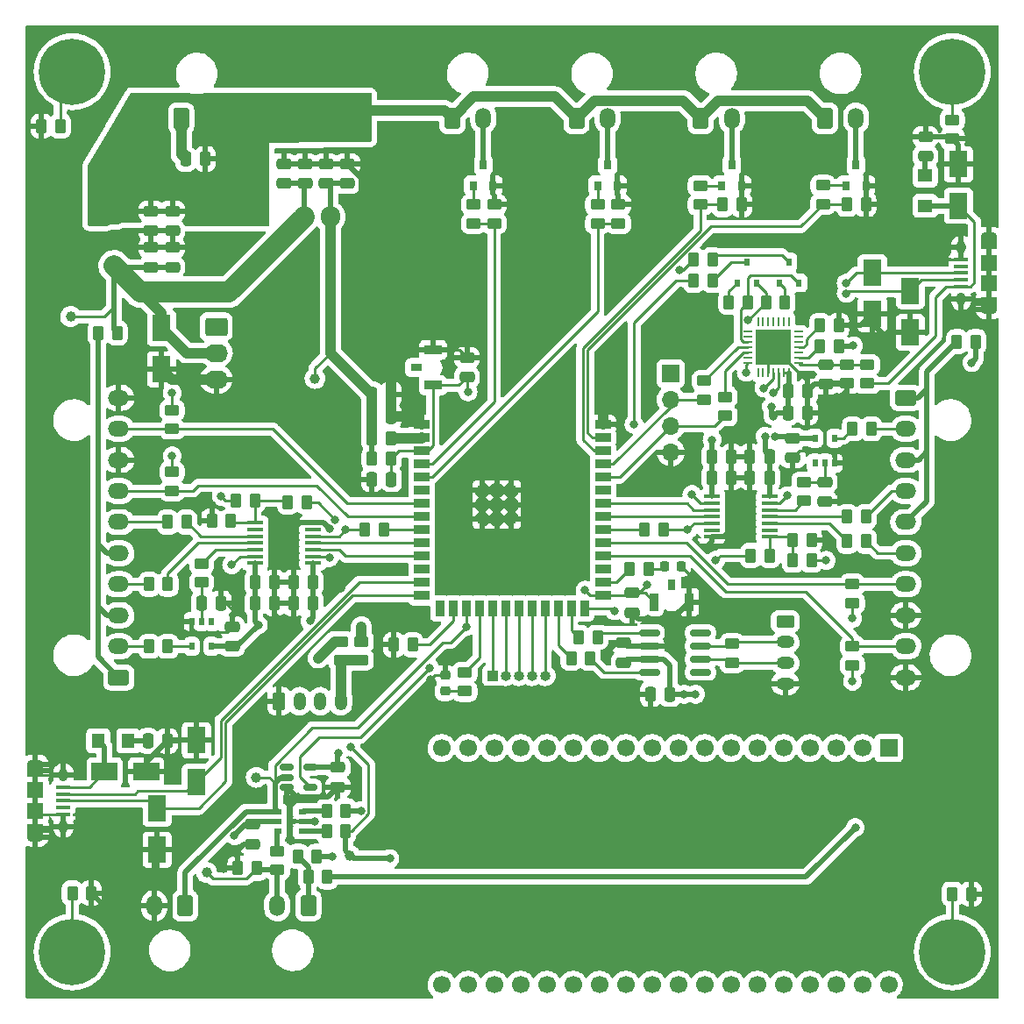
<source format=gtl>
G04 #@! TF.GenerationSoftware,KiCad,Pcbnew,(6.0.6)*
G04 #@! TF.CreationDate,2023-04-23T20:46:21-02:30*
G04 #@! TF.ProjectId,ControlBoard,436f6e74-726f-46c4-926f-6172642e6b69,rev?*
G04 #@! TF.SameCoordinates,Original*
G04 #@! TF.FileFunction,Copper,L1,Top*
G04 #@! TF.FilePolarity,Positive*
%FSLAX46Y46*%
G04 Gerber Fmt 4.6, Leading zero omitted, Abs format (unit mm)*
G04 Created by KiCad (PCBNEW (6.0.6)) date 2023-04-23 20:46:21*
%MOMM*%
%LPD*%
G01*
G04 APERTURE LIST*
G04 Aperture macros list*
%AMRoundRect*
0 Rectangle with rounded corners*
0 $1 Rounding radius*
0 $2 $3 $4 $5 $6 $7 $8 $9 X,Y pos of 4 corners*
0 Add a 4 corners polygon primitive as box body*
4,1,4,$2,$3,$4,$5,$6,$7,$8,$9,$2,$3,0*
0 Add four circle primitives for the rounded corners*
1,1,$1+$1,$2,$3*
1,1,$1+$1,$4,$5*
1,1,$1+$1,$6,$7*
1,1,$1+$1,$8,$9*
0 Add four rect primitives between the rounded corners*
20,1,$1+$1,$2,$3,$4,$5,0*
20,1,$1+$1,$4,$5,$6,$7,0*
20,1,$1+$1,$6,$7,$8,$9,0*
20,1,$1+$1,$8,$9,$2,$3,0*%
G04 Aperture macros list end*
G04 #@! TA.AperFunction,SMDPad,CuDef*
%ADD10RoundRect,0.250000X-0.450000X0.262500X-0.450000X-0.262500X0.450000X-0.262500X0.450000X0.262500X0*%
G04 #@! TD*
G04 #@! TA.AperFunction,ComponentPad*
%ADD11C,0.800000*%
G04 #@! TD*
G04 #@! TA.AperFunction,ComponentPad*
%ADD12C,6.400000*%
G04 #@! TD*
G04 #@! TA.AperFunction,SMDPad,CuDef*
%ADD13RoundRect,0.250000X0.262500X0.450000X-0.262500X0.450000X-0.262500X-0.450000X0.262500X-0.450000X0*%
G04 #@! TD*
G04 #@! TA.AperFunction,SMDPad,CuDef*
%ADD14RoundRect,0.250000X-0.250000X-0.475000X0.250000X-0.475000X0.250000X0.475000X-0.250000X0.475000X0*%
G04 #@! TD*
G04 #@! TA.AperFunction,SMDPad,CuDef*
%ADD15RoundRect,0.250000X0.475000X-0.250000X0.475000X0.250000X-0.475000X0.250000X-0.475000X-0.250000X0*%
G04 #@! TD*
G04 #@! TA.AperFunction,SMDPad,CuDef*
%ADD16RoundRect,0.250000X0.250000X0.475000X-0.250000X0.475000X-0.250000X-0.475000X0.250000X-0.475000X0*%
G04 #@! TD*
G04 #@! TA.AperFunction,SMDPad,CuDef*
%ADD17RoundRect,0.250000X-0.475000X0.250000X-0.475000X-0.250000X0.475000X-0.250000X0.475000X0.250000X0*%
G04 #@! TD*
G04 #@! TA.AperFunction,ComponentPad*
%ADD18R,1.700000X1.700000*%
G04 #@! TD*
G04 #@! TA.AperFunction,ComponentPad*
%ADD19O,1.700000X1.700000*%
G04 #@! TD*
G04 #@! TA.AperFunction,SMDPad,CuDef*
%ADD20RoundRect,0.250000X-0.262500X-0.450000X0.262500X-0.450000X0.262500X0.450000X-0.262500X0.450000X0*%
G04 #@! TD*
G04 #@! TA.AperFunction,SMDPad,CuDef*
%ADD21R,1.600000X0.350000*%
G04 #@! TD*
G04 #@! TA.AperFunction,ComponentPad*
%ADD22RoundRect,0.250001X-0.499999X-0.759999X0.499999X-0.759999X0.499999X0.759999X-0.499999X0.759999X0*%
G04 #@! TD*
G04 #@! TA.AperFunction,ComponentPad*
%ADD23O,1.500000X2.020000*%
G04 #@! TD*
G04 #@! TA.AperFunction,SMDPad,CuDef*
%ADD24RoundRect,0.250000X0.450000X-0.262500X0.450000X0.262500X-0.450000X0.262500X-0.450000X-0.262500X0*%
G04 #@! TD*
G04 #@! TA.AperFunction,SMDPad,CuDef*
%ADD25R,1.800000X2.500000*%
G04 #@! TD*
G04 #@! TA.AperFunction,ComponentPad*
%ADD26R,1.600000X1.600000*%
G04 #@! TD*
G04 #@! TA.AperFunction,ComponentPad*
%ADD27C,1.600000*%
G04 #@! TD*
G04 #@! TA.AperFunction,SMDPad,CuDef*
%ADD28R,0.800000X0.900000*%
G04 #@! TD*
G04 #@! TA.AperFunction,SMDPad,CuDef*
%ADD29R,0.800000X0.550000*%
G04 #@! TD*
G04 #@! TA.AperFunction,SMDPad,CuDef*
%ADD30R,0.600000X0.800000*%
G04 #@! TD*
G04 #@! TA.AperFunction,SMDPad,CuDef*
%ADD31RoundRect,0.062500X0.062500X-0.337500X0.062500X0.337500X-0.062500X0.337500X-0.062500X-0.337500X0*%
G04 #@! TD*
G04 #@! TA.AperFunction,SMDPad,CuDef*
%ADD32RoundRect,0.062500X0.337500X-0.062500X0.337500X0.062500X-0.337500X0.062500X-0.337500X-0.062500X0*%
G04 #@! TD*
G04 #@! TA.AperFunction,SMDPad,CuDef*
%ADD33R,3.350000X3.350000*%
G04 #@! TD*
G04 #@! TA.AperFunction,SMDPad,CuDef*
%ADD34R,0.550000X0.800000*%
G04 #@! TD*
G04 #@! TA.AperFunction,SMDPad,CuDef*
%ADD35C,1.000000*%
G04 #@! TD*
G04 #@! TA.AperFunction,SMDPad,CuDef*
%ADD36R,2.500000X1.800000*%
G04 #@! TD*
G04 #@! TA.AperFunction,ComponentPad*
%ADD37RoundRect,0.250001X0.759999X-0.499999X0.759999X0.499999X-0.759999X0.499999X-0.759999X-0.499999X0*%
G04 #@! TD*
G04 #@! TA.AperFunction,ComponentPad*
%ADD38O,2.020000X1.500000*%
G04 #@! TD*
G04 #@! TA.AperFunction,ComponentPad*
%ADD39RoundRect,0.250001X-0.759999X0.499999X-0.759999X-0.499999X0.759999X-0.499999X0.759999X0.499999X0*%
G04 #@! TD*
G04 #@! TA.AperFunction,SMDPad,CuDef*
%ADD40R,0.900000X1.700000*%
G04 #@! TD*
G04 #@! TA.AperFunction,SMDPad,CuDef*
%ADD41R,0.800000X1.100000*%
G04 #@! TD*
G04 #@! TA.AperFunction,SMDPad,CuDef*
%ADD42R,1.350000X0.400000*%
G04 #@! TD*
G04 #@! TA.AperFunction,SMDPad,CuDef*
%ADD43R,1.550000X1.200000*%
G04 #@! TD*
G04 #@! TA.AperFunction,ComponentPad*
%ADD44O,1.550000X0.890000*%
G04 #@! TD*
G04 #@! TA.AperFunction,ComponentPad*
%ADD45O,0.950000X1.250000*%
G04 #@! TD*
G04 #@! TA.AperFunction,SMDPad,CuDef*
%ADD46R,1.550000X1.500000*%
G04 #@! TD*
G04 #@! TA.AperFunction,ComponentPad*
%ADD47RoundRect,0.250001X0.499999X0.759999X-0.499999X0.759999X-0.499999X-0.759999X0.499999X-0.759999X0*%
G04 #@! TD*
G04 #@! TA.AperFunction,SMDPad,CuDef*
%ADD48R,1.500000X0.900000*%
G04 #@! TD*
G04 #@! TA.AperFunction,SMDPad,CuDef*
%ADD49R,0.900000X1.500000*%
G04 #@! TD*
G04 #@! TA.AperFunction,ComponentPad*
%ADD50C,0.450000*%
G04 #@! TD*
G04 #@! TA.AperFunction,SMDPad,CuDef*
%ADD51R,0.900000X0.900000*%
G04 #@! TD*
G04 #@! TA.AperFunction,SMDPad,CuDef*
%ADD52R,1.700000X0.900000*%
G04 #@! TD*
G04 #@! TA.AperFunction,SMDPad,CuDef*
%ADD53R,1.100000X0.800000*%
G04 #@! TD*
G04 #@! TA.AperFunction,ComponentPad*
%ADD54RoundRect,0.250000X-0.845000X0.620000X-0.845000X-0.620000X0.845000X-0.620000X0.845000X0.620000X0*%
G04 #@! TD*
G04 #@! TA.AperFunction,ComponentPad*
%ADD55O,2.190000X1.740000*%
G04 #@! TD*
G04 #@! TA.AperFunction,ComponentPad*
%ADD56C,1.900000*%
G04 #@! TD*
G04 #@! TA.AperFunction,SMDPad,CuDef*
%ADD57R,1.300000X1.400000*%
G04 #@! TD*
G04 #@! TA.AperFunction,SMDPad,CuDef*
%ADD58RoundRect,0.150000X-0.512500X-0.150000X0.512500X-0.150000X0.512500X0.150000X-0.512500X0.150000X0*%
G04 #@! TD*
G04 #@! TA.AperFunction,ComponentPad*
%ADD59C,1.700000*%
G04 #@! TD*
G04 #@! TA.AperFunction,ComponentPad*
%ADD60R,1.905000X2.000000*%
G04 #@! TD*
G04 #@! TA.AperFunction,ComponentPad*
%ADD61O,1.905000X2.000000*%
G04 #@! TD*
G04 #@! TA.AperFunction,ComponentPad*
%ADD62RoundRect,0.250000X-0.350000X-0.625000X0.350000X-0.625000X0.350000X0.625000X-0.350000X0.625000X0*%
G04 #@! TD*
G04 #@! TA.AperFunction,ComponentPad*
%ADD63O,1.200000X1.750000*%
G04 #@! TD*
G04 #@! TA.AperFunction,ComponentPad*
%ADD64RoundRect,0.250000X-0.625000X0.350000X-0.625000X-0.350000X0.625000X-0.350000X0.625000X0.350000X0*%
G04 #@! TD*
G04 #@! TA.AperFunction,ComponentPad*
%ADD65O,1.750000X1.200000*%
G04 #@! TD*
G04 #@! TA.AperFunction,SMDPad,CuDef*
%ADD66RoundRect,0.218750X-0.256250X0.218750X-0.256250X-0.218750X0.256250X-0.218750X0.256250X0.218750X0*%
G04 #@! TD*
G04 #@! TA.AperFunction,SMDPad,CuDef*
%ADD67RoundRect,0.218750X0.218750X0.256250X-0.218750X0.256250X-0.218750X-0.256250X0.218750X-0.256250X0*%
G04 #@! TD*
G04 #@! TA.AperFunction,SMDPad,CuDef*
%ADD68R,1.400000X1.300000*%
G04 #@! TD*
G04 #@! TA.AperFunction,ComponentPad*
%ADD69R,1.000000X1.000000*%
G04 #@! TD*
G04 #@! TA.AperFunction,ComponentPad*
%ADD70O,1.000000X1.000000*%
G04 #@! TD*
G04 #@! TA.AperFunction,SMDPad,CuDef*
%ADD71RoundRect,0.150000X-0.825000X-0.150000X0.825000X-0.150000X0.825000X0.150000X-0.825000X0.150000X0*%
G04 #@! TD*
G04 #@! TA.AperFunction,ViaPad*
%ADD72C,0.800000*%
G04 #@! TD*
G04 #@! TA.AperFunction,Conductor*
%ADD73C,0.250000*%
G04 #@! TD*
G04 #@! TA.AperFunction,Conductor*
%ADD74C,0.500000*%
G04 #@! TD*
G04 #@! TA.AperFunction,Conductor*
%ADD75C,1.000000*%
G04 #@! TD*
G04 #@! TA.AperFunction,Conductor*
%ADD76C,2.000000*%
G04 #@! TD*
G04 APERTURE END LIST*
D10*
X82925000Y-110025000D03*
X82925000Y-111850000D03*
X92925000Y-113012500D03*
X92925000Y-114837500D03*
D11*
X53302944Y-141697056D03*
X53302944Y-138302944D03*
D12*
X55000000Y-140000000D03*
D11*
X56697056Y-141697056D03*
X57400000Y-140000000D03*
X56697056Y-138302944D03*
X52600000Y-140000000D03*
X55000000Y-142400000D03*
X55000000Y-137600000D03*
D13*
X53862500Y-60250000D03*
X52037500Y-60250000D03*
D14*
X83900000Y-86150000D03*
X85800000Y-86150000D03*
D15*
X72400000Y-129600000D03*
X72400000Y-127700000D03*
D10*
X129825000Y-83287500D03*
X129825000Y-85112500D03*
D14*
X116775000Y-94200000D03*
X118675000Y-94200000D03*
D10*
X115650000Y-66012500D03*
X115650000Y-67837500D03*
D16*
X85825000Y-94375000D03*
X83925000Y-94375000D03*
D15*
X64675000Y-73875000D03*
X64675000Y-71975000D03*
D17*
X62625000Y-71975000D03*
X62625000Y-73875000D03*
D10*
X105750000Y-67837500D03*
X105750000Y-69662500D03*
D18*
X112800000Y-84145000D03*
D19*
X112800000Y-86685000D03*
X112800000Y-89225000D03*
X112800000Y-91765000D03*
D10*
X130350000Y-104500000D03*
X130350000Y-106325000D03*
D20*
X122000000Y-77275000D03*
X123825000Y-77275000D03*
D21*
X116755000Y-96030000D03*
X116755000Y-96680000D03*
X116755000Y-97330000D03*
X116755000Y-97980000D03*
X116755000Y-98630000D03*
X116755000Y-99280000D03*
X116755000Y-99930000D03*
X122355000Y-99930000D03*
X122355000Y-99280000D03*
X122355000Y-98630000D03*
X122355000Y-97980000D03*
X122355000Y-97330000D03*
X122355000Y-96680000D03*
X122355000Y-96030000D03*
D22*
X65525000Y-59495000D03*
D23*
X68525000Y-59495000D03*
D15*
X64675000Y-70375000D03*
X64675000Y-68475000D03*
D24*
X107750000Y-69662500D03*
X107750000Y-67837500D03*
D13*
X85787500Y-92375000D03*
X83962500Y-92375000D03*
D14*
X124125000Y-85850000D03*
X126025000Y-85850000D03*
D13*
X85762500Y-90375000D03*
X83937500Y-90375000D03*
D25*
X132275000Y-74425000D03*
X132275000Y-78425000D03*
D13*
X116850000Y-75175000D03*
X115025000Y-75175000D03*
D20*
X139987500Y-134425000D03*
X141812500Y-134425000D03*
D26*
X80050000Y-58727651D03*
D27*
X80050000Y-55227651D03*
D10*
X93750000Y-67837500D03*
X93750000Y-69662500D03*
D24*
X64650000Y-89512500D03*
X64650000Y-87687500D03*
D14*
X110850000Y-115125000D03*
X112750000Y-115125000D03*
D11*
X138302944Y-138302944D03*
X138302944Y-141697056D03*
X140000000Y-137600000D03*
X142400000Y-140000000D03*
X141697056Y-141697056D03*
X137600000Y-140000000D03*
X141697056Y-138302944D03*
X140000000Y-142400000D03*
D12*
X140000000Y-140000000D03*
D15*
X62625000Y-70375000D03*
X62625000Y-68475000D03*
D20*
X103187500Y-111650000D03*
X105012500Y-111650000D03*
D28*
X117750000Y-66000000D03*
X119650000Y-66000000D03*
X118700000Y-64000000D03*
D16*
X122350000Y-92175000D03*
X120450000Y-92175000D03*
D13*
X78625000Y-130775000D03*
X76800000Y-130775000D03*
D20*
X79575000Y-128350000D03*
X81400000Y-128350000D03*
X86062500Y-110350000D03*
X87887500Y-110350000D03*
X127187500Y-79525000D03*
X129012500Y-79525000D03*
D29*
X77237500Y-128350000D03*
X77237500Y-127400000D03*
X77237500Y-126450000D03*
X74837500Y-126450000D03*
X74837500Y-127400000D03*
X74837500Y-128350000D03*
D25*
X63200000Y-126150000D03*
X63200000Y-130150000D03*
D13*
X112112500Y-99250000D03*
X110287500Y-99250000D03*
D30*
X119212500Y-75435000D03*
X121112500Y-75435000D03*
X120162500Y-73415000D03*
D31*
X121225000Y-84050000D03*
X121725000Y-84050000D03*
X122225000Y-84050000D03*
X122725000Y-84050000D03*
X123225000Y-84050000D03*
X123725000Y-84050000D03*
X124225000Y-84050000D03*
D32*
X125175000Y-83100000D03*
X125175000Y-82600000D03*
X125175000Y-82100000D03*
X125175000Y-81600000D03*
X125175000Y-81100000D03*
X125175000Y-80600000D03*
X125175000Y-80100000D03*
D31*
X124225000Y-79150000D03*
X123725000Y-79150000D03*
X123225000Y-79150000D03*
X122725000Y-79150000D03*
X122225000Y-79150000D03*
X121725000Y-79150000D03*
X121225000Y-79150000D03*
D32*
X120275000Y-80100000D03*
X120275000Y-80600000D03*
X120275000Y-81100000D03*
X120275000Y-81600000D03*
X120275000Y-82100000D03*
X120275000Y-82600000D03*
X120275000Y-83100000D03*
D33*
X122725000Y-81600000D03*
D16*
X78250000Y-106375000D03*
X76350000Y-106375000D03*
D34*
X68450000Y-108100000D03*
X67500000Y-108100000D03*
X66550000Y-108100000D03*
X66550000Y-110500000D03*
X68450000Y-110500000D03*
D15*
X79525000Y-65800000D03*
X79525000Y-63900000D03*
D13*
X116825000Y-73150000D03*
X115000000Y-73150000D03*
D20*
X117812500Y-67850000D03*
X119637500Y-67850000D03*
D28*
X129750000Y-66000000D03*
X131650000Y-66000000D03*
X130700000Y-64000000D03*
D25*
X135950000Y-76175000D03*
X135950000Y-80175000D03*
D20*
X55012500Y-134325000D03*
X56837500Y-134325000D03*
X79575000Y-126375000D03*
X81400000Y-126375000D03*
X64212500Y-98500000D03*
X66037500Y-98500000D03*
D17*
X137400000Y-61275000D03*
X137400000Y-63175000D03*
D14*
X72650000Y-106375000D03*
X74550000Y-106375000D03*
D35*
X67975000Y-132350000D03*
D34*
X126725000Y-92800000D03*
X127675000Y-92800000D03*
X128625000Y-92800000D03*
X128625000Y-90400000D03*
X126725000Y-90400000D03*
D16*
X78250000Y-104325000D03*
X76350000Y-104325000D03*
D28*
X105750000Y-66000000D03*
X107650000Y-66000000D03*
X106700000Y-64000000D03*
D14*
X72650000Y-104325000D03*
X74550000Y-104325000D03*
D10*
X127500000Y-65987500D03*
X127500000Y-67812500D03*
D11*
X55000000Y-57400000D03*
D12*
X55000000Y-55000000D03*
D11*
X53302944Y-56697056D03*
X56697056Y-56697056D03*
X55000000Y-52600000D03*
X57400000Y-55000000D03*
X53302944Y-53302944D03*
X56697056Y-53302944D03*
X52600000Y-55000000D03*
D36*
X58135000Y-122625000D03*
X62135000Y-122625000D03*
D10*
X140000000Y-59650000D03*
X140000000Y-61475000D03*
D20*
X83262500Y-99250000D03*
X85087500Y-99250000D03*
D13*
X72637500Y-96400000D03*
X70812500Y-96400000D03*
D37*
X59495000Y-113500000D03*
D38*
X59495000Y-110500000D03*
X59495000Y-107500000D03*
X59495000Y-104500000D03*
X59495000Y-101500000D03*
X59495000Y-98500000D03*
X59495000Y-95500000D03*
X59495000Y-92500000D03*
X59495000Y-89500000D03*
X59495000Y-86500000D03*
D15*
X108250000Y-112050000D03*
X108250000Y-110150000D03*
D39*
X135505000Y-86500000D03*
D38*
X135505000Y-89500000D03*
X135505000Y-92500000D03*
X135505000Y-95500000D03*
X135505000Y-98500000D03*
X135505000Y-101500000D03*
X135505000Y-104500000D03*
X135505000Y-107500000D03*
X135505000Y-110500000D03*
X135505000Y-113500000D03*
D24*
X64650000Y-95487500D03*
X64650000Y-93662500D03*
D20*
X62412500Y-104500000D03*
X64237500Y-104500000D03*
D40*
X114575000Y-106225000D03*
X111175000Y-106225000D03*
D41*
X112875000Y-104585000D03*
D20*
X62412500Y-110500000D03*
X64237500Y-110500000D03*
D42*
X140850000Y-75750000D03*
X140850000Y-75100000D03*
X140850000Y-74450000D03*
X140850000Y-73800000D03*
X140850000Y-73150000D03*
D43*
X143550000Y-77350000D03*
D44*
X143550000Y-77950000D03*
D45*
X140850000Y-71950000D03*
D46*
X143550000Y-75450000D03*
X143550000Y-73450000D03*
D43*
X143550000Y-71550000D03*
D45*
X140850000Y-76950000D03*
D44*
X143550000Y-70950000D03*
D35*
X54850000Y-78650000D03*
D21*
X78245000Y-102470000D03*
X78245000Y-101820000D03*
X78245000Y-101170000D03*
X78245000Y-100520000D03*
X78245000Y-99870000D03*
X78245000Y-99220000D03*
X78245000Y-98570000D03*
X72645000Y-98570000D03*
X72645000Y-99220000D03*
X72645000Y-99870000D03*
X72645000Y-100520000D03*
X72645000Y-101170000D03*
X72645000Y-101820000D03*
X72645000Y-102470000D03*
D13*
X70312500Y-98400000D03*
X68487500Y-98400000D03*
D47*
X65925000Y-135555000D03*
D23*
X62925000Y-135555000D03*
D47*
X77800000Y-135530000D03*
D23*
X74800000Y-135530000D03*
D22*
X103700000Y-59495000D03*
D23*
X106700000Y-59495000D03*
D10*
X118725000Y-110262500D03*
X118725000Y-112087500D03*
D25*
X140600000Y-67950000D03*
X140600000Y-63950000D03*
D48*
X88750000Y-89090000D03*
X88750000Y-90360000D03*
X88750000Y-91630000D03*
X88750000Y-92900000D03*
X88750000Y-94170000D03*
X88750000Y-95440000D03*
X88750000Y-96710000D03*
X88750000Y-97980000D03*
X88750000Y-99250000D03*
X88750000Y-100520000D03*
X88750000Y-101790000D03*
X88750000Y-103060000D03*
X88750000Y-104330000D03*
X88750000Y-105600000D03*
D49*
X90515000Y-106850000D03*
X91785000Y-106850000D03*
X93055000Y-106850000D03*
X94325000Y-106850000D03*
X95595000Y-106850000D03*
X96865000Y-106850000D03*
X98135000Y-106850000D03*
X99405000Y-106850000D03*
X100675000Y-106850000D03*
X101945000Y-106850000D03*
X103215000Y-106850000D03*
X104485000Y-106850000D03*
D48*
X106250000Y-105600000D03*
X106250000Y-104330000D03*
X106250000Y-103060000D03*
X106250000Y-101790000D03*
X106250000Y-100520000D03*
X106250000Y-99250000D03*
X106250000Y-97980000D03*
X106250000Y-96710000D03*
X106250000Y-95440000D03*
X106250000Y-94170000D03*
X106250000Y-92900000D03*
X106250000Y-91630000D03*
X106250000Y-90360000D03*
X106250000Y-89090000D03*
D50*
X95300000Y-95410000D03*
D51*
X94600000Y-95410000D03*
D50*
X96000000Y-96110000D03*
D51*
X96000000Y-95410000D03*
X97400000Y-95410000D03*
D50*
X96700000Y-95410000D03*
X94600000Y-96110000D03*
D51*
X94600000Y-96810000D03*
D50*
X96700000Y-96810000D03*
X95300000Y-96810000D03*
D51*
X96000000Y-96810000D03*
D50*
X97400000Y-96110000D03*
D51*
X97400000Y-96810000D03*
D50*
X94600000Y-97510000D03*
D51*
X94600000Y-98210000D03*
D50*
X96700000Y-98210000D03*
X96000000Y-97510000D03*
X95300000Y-98210000D03*
D51*
X96000000Y-98210000D03*
X97400000Y-98210000D03*
D50*
X97400000Y-97510000D03*
D52*
X89850000Y-81875000D03*
X89850000Y-85275000D03*
D53*
X88210000Y-83575000D03*
D54*
X68900000Y-79625000D03*
D55*
X68900000Y-82165000D03*
X68900000Y-84705000D03*
D13*
X131662500Y-97975000D03*
X129837500Y-97975000D03*
D56*
X59041079Y-68668921D03*
X59041079Y-71208921D03*
X59041079Y-73748921D03*
D16*
X64200000Y-119625000D03*
X62300000Y-119625000D03*
D17*
X77475000Y-63900000D03*
X77475000Y-65800000D03*
D15*
X124575000Y-92300000D03*
X124575000Y-90400000D03*
D13*
X131662500Y-100350000D03*
X129837500Y-100350000D03*
D16*
X122350000Y-94200000D03*
X120450000Y-94200000D03*
D24*
X95750000Y-69662500D03*
X95750000Y-67837500D03*
D13*
X79637500Y-132775000D03*
X77812500Y-132775000D03*
D25*
X67000000Y-123575000D03*
X67000000Y-119575000D03*
D13*
X120250000Y-77275000D03*
X118425000Y-77275000D03*
D42*
X54150000Y-124100000D03*
X54150000Y-124750000D03*
X54150000Y-125400000D03*
X54150000Y-126050000D03*
X54150000Y-126700000D03*
D44*
X51450000Y-121900000D03*
D43*
X51450000Y-128300000D03*
D45*
X54150000Y-127900000D03*
D44*
X51450000Y-128900000D03*
D46*
X51450000Y-126400000D03*
D43*
X51450000Y-122500000D03*
D45*
X54150000Y-122900000D03*
D46*
X51450000Y-124400000D03*
D35*
X81825000Y-130675000D03*
D15*
X109050000Y-107250000D03*
X109050000Y-105350000D03*
D22*
X91700000Y-59495000D03*
D23*
X94700000Y-59495000D03*
D35*
X78450000Y-84625000D03*
D13*
X129012500Y-81500000D03*
X127187500Y-81500000D03*
D24*
X118050000Y-88237500D03*
X118050000Y-86412500D03*
D57*
X60425000Y-119625000D03*
X57525000Y-119625000D03*
D58*
X75687500Y-122200000D03*
X75687500Y-123150000D03*
X75687500Y-124100000D03*
X77962500Y-124100000D03*
X77962500Y-122200000D03*
D14*
X67500000Y-106350000D03*
X69400000Y-106350000D03*
D20*
X75837500Y-96575000D03*
X77662500Y-96575000D03*
D13*
X72837500Y-131925000D03*
X71012500Y-131925000D03*
D16*
X67850000Y-63425000D03*
X65950000Y-63425000D03*
D24*
X131800000Y-85112500D03*
X131800000Y-83287500D03*
D25*
X63625000Y-79750000D03*
X63625000Y-83750000D03*
D18*
X133850000Y-120320000D03*
D59*
X131310000Y-120320000D03*
X128770000Y-120320000D03*
X126230000Y-120320000D03*
X123690000Y-120320000D03*
X121150000Y-120320000D03*
X118610000Y-120320000D03*
X116070000Y-120320000D03*
X113530000Y-120320000D03*
X110990000Y-120320000D03*
X108450000Y-120320000D03*
X105910000Y-120320000D03*
X103370000Y-120320000D03*
X100830000Y-120320000D03*
X98290000Y-120320000D03*
X95750000Y-120320000D03*
X93210000Y-120320000D03*
X90670000Y-120320000D03*
X133850000Y-143180000D03*
X131310000Y-143180000D03*
X128770000Y-143180000D03*
X126230000Y-143180000D03*
X123690000Y-143180000D03*
X121150000Y-143180000D03*
X118610000Y-143180000D03*
X116070000Y-143180000D03*
X113530000Y-143180000D03*
X110990000Y-143180000D03*
X108450000Y-143180000D03*
X105910000Y-143180000D03*
X103370000Y-143180000D03*
X100830000Y-143180000D03*
X98290000Y-143180000D03*
X95750000Y-143180000D03*
X93210000Y-143180000D03*
X90670000Y-143180000D03*
D20*
X124562500Y-102200000D03*
X126387500Y-102200000D03*
X108837500Y-103000000D03*
X110662500Y-103000000D03*
D24*
X74812500Y-132087500D03*
X74812500Y-130262500D03*
D10*
X80950000Y-110025000D03*
X80950000Y-111850000D03*
D17*
X127825000Y-83275000D03*
X127825000Y-85175000D03*
D14*
X124125000Y-87925000D03*
X126025000Y-87925000D03*
D17*
X127675000Y-94625000D03*
X127675000Y-96525000D03*
D10*
X67500000Y-102512500D03*
X67500000Y-104337500D03*
D22*
X127700000Y-59495000D03*
D23*
X130700000Y-59495000D03*
D60*
X82465000Y-69030000D03*
D61*
X79925000Y-69030000D03*
X77385000Y-69030000D03*
D62*
X74950000Y-115800000D03*
D63*
X76950000Y-115800000D03*
X78950000Y-115800000D03*
X80950000Y-115800000D03*
D24*
X116050000Y-86687500D03*
X116050000Y-84862500D03*
D64*
X123850000Y-108100000D03*
D65*
X123850000Y-110100000D03*
X123850000Y-112100000D03*
X123850000Y-114100000D03*
D10*
X130350000Y-110500000D03*
X130350000Y-112325000D03*
D13*
X122362500Y-101725000D03*
X120537500Y-101725000D03*
D24*
X125650000Y-96462500D03*
X125650000Y-94637500D03*
D13*
X132187500Y-89500000D03*
X130362500Y-89500000D03*
X142262500Y-81075000D03*
X140437500Y-81075000D03*
D66*
X91000000Y-113262500D03*
X91000000Y-114837500D03*
D13*
X59337500Y-80250000D03*
X57512500Y-80250000D03*
D14*
X83900000Y-88275000D03*
X85800000Y-88275000D03*
D12*
X140000000Y-55000000D03*
D11*
X137600000Y-55000000D03*
X140000000Y-52600000D03*
X141697056Y-53302944D03*
X141697056Y-56697056D03*
X142400000Y-55000000D03*
X138302944Y-56697056D03*
X138302944Y-53302944D03*
X140000000Y-57400000D03*
D35*
X68150000Y-68100000D03*
D20*
X129812500Y-67825000D03*
X131637500Y-67825000D03*
D30*
X123262500Y-75410000D03*
X125162500Y-75410000D03*
X124212500Y-73390000D03*
D14*
X116775000Y-92175000D03*
X118675000Y-92175000D03*
D20*
X124562500Y-100225000D03*
X126387500Y-100225000D03*
D28*
X93750000Y-66000000D03*
X95650000Y-66000000D03*
X94700000Y-64000000D03*
D67*
X113787500Y-102775000D03*
X112212500Y-102775000D03*
D15*
X81575000Y-65800000D03*
X81575000Y-63900000D03*
D68*
X137375000Y-65050000D03*
X137375000Y-67950000D03*
D20*
X103912500Y-109625000D03*
X105737500Y-109625000D03*
D69*
X95600000Y-113325000D03*
D70*
X96870000Y-113325000D03*
X98140000Y-113325000D03*
X99410000Y-113325000D03*
X100680000Y-113325000D03*
D22*
X115700000Y-59495000D03*
D23*
X118700000Y-59495000D03*
D35*
X72775000Y-123150000D03*
D17*
X70425000Y-108600000D03*
X70425000Y-110500000D03*
X93125000Y-82600000D03*
X93125000Y-84500000D03*
X75425000Y-63900000D03*
X75425000Y-65800000D03*
D71*
X110725000Y-109195000D03*
X110725000Y-110465000D03*
X110725000Y-111735000D03*
X110725000Y-113005000D03*
X115675000Y-113005000D03*
X115675000Y-111735000D03*
X115675000Y-110465000D03*
X115675000Y-109195000D03*
D17*
X80650000Y-122200000D03*
X80650000Y-124100000D03*
D72*
X121075000Y-66000000D03*
X80957778Y-104913847D03*
X130050000Y-92800000D03*
X120450000Y-90475000D03*
X75125000Y-107975000D03*
X129350000Y-96075000D03*
X108350000Y-95400000D03*
X135600000Y-125200000D03*
X52050000Y-62050000D03*
X97200000Y-66000000D03*
X143000000Y-63925000D03*
X133150000Y-65975000D03*
X143300000Y-134425000D03*
X112400000Y-78975000D03*
X106650000Y-111050000D03*
X118675000Y-90475000D03*
X138775000Y-73150000D03*
X79825000Y-99125000D03*
X130250000Y-79500000D03*
X109250000Y-115125000D03*
X127825000Y-86575000D03*
X116150000Y-101000000D03*
X137400000Y-59875000D03*
X92975000Y-110425000D03*
X70750000Y-107225000D03*
X125350000Y-140050000D03*
X63325000Y-100825000D03*
X110625000Y-107825000D03*
X83900000Y-135925000D03*
X115325000Y-77700000D03*
X76350000Y-108050000D03*
X86775000Y-108250000D03*
X127450000Y-87925000D03*
X64275000Y-122625000D03*
X134425000Y-136975000D03*
X85800000Y-84475000D03*
X68475000Y-96850000D03*
X82450000Y-94425000D03*
X82325000Y-124100000D03*
X110000000Y-94975000D03*
X93125000Y-81125000D03*
X133500000Y-80575000D03*
X89850000Y-80525000D03*
X69575000Y-131950000D03*
X78425000Y-127375000D03*
X67025000Y-117350000D03*
X89600000Y-113675000D03*
X117150000Y-79900000D03*
X129200000Y-86475000D03*
X106950000Y-86875000D03*
X70700000Y-130425000D03*
X109050000Y-65950000D03*
X122700000Y-88275000D03*
X82900000Y-126375000D03*
X64650000Y-92100000D03*
X70675000Y-128775000D03*
X127825000Y-102200000D03*
X130350000Y-113875000D03*
X80675000Y-120800000D03*
X115200000Y-115125000D03*
X130350000Y-107800000D03*
X80075000Y-130775000D03*
X82925000Y-108600000D03*
X77957003Y-108057003D03*
X64650000Y-86050000D03*
X114100000Y-115125000D03*
X116800000Y-90550000D03*
X69400000Y-96025000D03*
X122525000Y-87350000D03*
X130450000Y-81475000D03*
X121900000Y-90225000D03*
X78750000Y-111625000D03*
X122850000Y-90225000D03*
X141875000Y-83100000D03*
X130625000Y-128000000D03*
X72975000Y-108425000D03*
X93225000Y-85925000D03*
X113650000Y-74175000D03*
X110525000Y-104550000D03*
X104525000Y-105075000D03*
X109250000Y-89050000D03*
X121800000Y-85550000D03*
X129745275Y-75425509D03*
X129750000Y-76425000D03*
X122693982Y-85996991D03*
X81925000Y-120225000D03*
X85675000Y-131000000D03*
X93050000Y-108600000D03*
X120274500Y-79025000D03*
X120100000Y-84025000D03*
X80400000Y-98250000D03*
X89525000Y-112575000D03*
X117150000Y-102175000D03*
X81425000Y-99250000D03*
X114425000Y-99250000D03*
X79825000Y-101925000D03*
X70400000Y-102625000D03*
X114850000Y-95825000D03*
X124050000Y-95950000D03*
X107375000Y-107075000D03*
D73*
X127825000Y-83275000D02*
X125350000Y-83275000D01*
X131800000Y-83287500D02*
X129825000Y-83287500D01*
X129812500Y-83275000D02*
X129825000Y-83287500D01*
X127825000Y-83275000D02*
X129812500Y-83275000D01*
X125350000Y-83275000D02*
X125175000Y-83100000D01*
D74*
X139800000Y-61275000D02*
X140000000Y-61475000D01*
X74550000Y-106375000D02*
X74550000Y-104325000D01*
X75687500Y-124100000D02*
X76612500Y-125025000D01*
D73*
X92400000Y-81875000D02*
X89850000Y-81875000D01*
X66550000Y-108750000D02*
X66550000Y-108100000D01*
D75*
X85800000Y-88275000D02*
X87935000Y-88275000D01*
D73*
X51450000Y-126400000D02*
X51450000Y-128300000D01*
X119637500Y-66012500D02*
X119650000Y-66000000D01*
X66900000Y-109100000D02*
X66550000Y-108750000D01*
D75*
X64580000Y-84705000D02*
X63625000Y-83750000D01*
D74*
X132275000Y-79350000D02*
X133500000Y-80575000D01*
X126025000Y-87925000D02*
X127450000Y-87925000D01*
X56837500Y-134325000D02*
X58067500Y-135555000D01*
X78400000Y-127400000D02*
X78425000Y-127375000D01*
X142975000Y-63950000D02*
X143000000Y-63925000D01*
X112975000Y-107825000D02*
X110625000Y-107825000D01*
X67000000Y-119575000D02*
X64250000Y-119575000D01*
X59807158Y-71975000D02*
X59041079Y-71208921D01*
X58067500Y-135555000D02*
X62925000Y-135555000D01*
X127825000Y-85175000D02*
X127825000Y-86575000D01*
D73*
X131637500Y-67825000D02*
X131637500Y-66012500D01*
D74*
X75425000Y-63900000D02*
X77475000Y-63900000D01*
X127825000Y-85175000D02*
X126700000Y-85175000D01*
X78245000Y-98570000D02*
X77020000Y-98570000D01*
X127887500Y-85112500D02*
X127825000Y-85175000D01*
D73*
X51450000Y-122500000D02*
X51450000Y-121900000D01*
D74*
X126025000Y-87925000D02*
X126025000Y-85850000D01*
X133125000Y-66000000D02*
X133150000Y-65975000D01*
D73*
X95650000Y-66000000D02*
X95650000Y-67737500D01*
X128100000Y-91625000D02*
X128625000Y-92150000D01*
X54150000Y-126700000D02*
X54150000Y-127900000D01*
X122225000Y-82100000D02*
X122725000Y-81600000D01*
D74*
X133900000Y-80175000D02*
X133500000Y-80575000D01*
X62925000Y-135555000D02*
X62925000Y-130425000D01*
X62625000Y-71975000D02*
X59807158Y-71975000D01*
X140600000Y-63950000D02*
X140600000Y-62075000D01*
X74550000Y-107400000D02*
X75125000Y-107975000D01*
X76350000Y-99240000D02*
X76350000Y-104325000D01*
D73*
X70425000Y-107550000D02*
X70750000Y-107225000D01*
D74*
X137400000Y-61275000D02*
X137400000Y-59875000D01*
D75*
X85800000Y-88275000D02*
X85800000Y-86150000D01*
D74*
X114575000Y-106225000D02*
X112975000Y-107825000D01*
D73*
X131637500Y-66012500D02*
X131650000Y-66000000D01*
D74*
X117980000Y-99930000D02*
X118675000Y-99235000D01*
X77237500Y-127400000D02*
X78400000Y-127400000D01*
X74550000Y-106375000D02*
X74550000Y-107400000D01*
X64250000Y-119575000D02*
X64200000Y-119625000D01*
X116755000Y-100395000D02*
X116150000Y-101000000D01*
X62625000Y-70375000D02*
X59875000Y-70375000D01*
D73*
X126025000Y-84900000D02*
X122725000Y-81600000D01*
D75*
X106250000Y-89090000D02*
X106250000Y-87575000D01*
D74*
X83925000Y-94375000D02*
X82500000Y-94375000D01*
X76350000Y-106375000D02*
X76350000Y-108050000D01*
X79725000Y-125025000D02*
X80650000Y-124100000D01*
X131175000Y-79525000D02*
X132275000Y-78425000D01*
D73*
X107650000Y-67737500D02*
X107750000Y-67837500D01*
D74*
X62135000Y-122625000D02*
X62135000Y-121690000D01*
X140600000Y-63950000D02*
X142975000Y-63950000D01*
X82950000Y-68545000D02*
X82950000Y-65275000D01*
X141812500Y-134425000D02*
X143300000Y-134425000D01*
D73*
X128900000Y-96525000D02*
X129350000Y-96075000D01*
X95650000Y-67737500D02*
X95750000Y-67837500D01*
X119637500Y-67850000D02*
X119637500Y-66012500D01*
D74*
X109000000Y-66000000D02*
X109050000Y-65950000D01*
D73*
X122225000Y-84050000D02*
X122225000Y-82100000D01*
D74*
X110725000Y-110465000D02*
X108565000Y-110465000D01*
D73*
X86775000Y-108250000D02*
X86062500Y-108962500D01*
D74*
X64675000Y-71975000D02*
X64675000Y-70375000D01*
D73*
X51850000Y-122900000D02*
X51450000Y-122500000D01*
X89850000Y-81875000D02*
X89850000Y-80525000D01*
X51450000Y-122500000D02*
X51450000Y-124400000D01*
D75*
X68900000Y-84705000D02*
X64580000Y-84705000D01*
X85800000Y-86150000D02*
X85800000Y-84475000D01*
D74*
X62135000Y-122625000D02*
X64275000Y-122625000D01*
X110625000Y-107825000D02*
X109625000Y-107825000D01*
X59875000Y-70375000D02*
X59041079Y-71208921D01*
X129825000Y-85850000D02*
X129200000Y-86475000D01*
X79270000Y-98570000D02*
X79825000Y-99125000D01*
X108250000Y-110150000D02*
X107550000Y-110150000D01*
D73*
X113787500Y-102775000D02*
X114575000Y-103562500D01*
D74*
X67000000Y-117375000D02*
X67025000Y-117350000D01*
X118675000Y-92175000D02*
X118675000Y-94200000D01*
D73*
X140850000Y-73150000D02*
X140850000Y-71950000D01*
D74*
X62925000Y-130425000D02*
X63200000Y-130150000D01*
D73*
X69875000Y-106350000D02*
X70750000Y-107225000D01*
D74*
X82465000Y-69030000D02*
X82950000Y-68545000D01*
D75*
X87935000Y-88275000D02*
X88750000Y-89090000D01*
X65525000Y-59495000D02*
X65525000Y-63000000D01*
D74*
X70700000Y-130425000D02*
X71525000Y-129600000D01*
X76350000Y-104325000D02*
X76350000Y-106375000D01*
X62625000Y-70375000D02*
X62625000Y-71975000D01*
D73*
X143550000Y-71550000D02*
X143550000Y-73450000D01*
D74*
X79525000Y-63900000D02*
X81575000Y-63900000D01*
X71012500Y-131925000D02*
X69600000Y-131925000D01*
X118675000Y-99235000D02*
X118675000Y-94200000D01*
D73*
X143550000Y-77950000D02*
X143550000Y-77350000D01*
D74*
X120450000Y-92175000D02*
X120450000Y-90475000D01*
D73*
X54150000Y-126700000D02*
X51750000Y-126700000D01*
D74*
X118675000Y-92175000D02*
X118675000Y-90475000D01*
D73*
X70425000Y-108600000D02*
X69925000Y-109100000D01*
D74*
X64675000Y-70375000D02*
X62625000Y-70375000D01*
D73*
X51850000Y-127900000D02*
X51450000Y-128300000D01*
D74*
X129825000Y-85112500D02*
X127887500Y-85112500D01*
D73*
X68487500Y-96862500D02*
X68475000Y-96850000D01*
X70425000Y-108600000D02*
X70425000Y-107550000D01*
D74*
X140600000Y-62075000D02*
X140000000Y-61475000D01*
X135950000Y-80175000D02*
X133900000Y-80175000D01*
D73*
X140850000Y-73150000D02*
X138775000Y-73150000D01*
D74*
X132275000Y-78425000D02*
X132275000Y-79350000D01*
D73*
X143550000Y-73450000D02*
X143550000Y-75450000D01*
D74*
X77475000Y-63900000D02*
X79525000Y-63900000D01*
X126700000Y-85175000D02*
X126025000Y-85850000D01*
X82950000Y-65275000D02*
X81575000Y-63900000D01*
D73*
X128625000Y-92150000D02*
X128625000Y-92800000D01*
D74*
X76612500Y-125025000D02*
X79725000Y-125025000D01*
D73*
X93125000Y-82600000D02*
X93125000Y-81125000D01*
X126025000Y-85850000D02*
X126025000Y-84900000D01*
D74*
X77020000Y-98570000D02*
X76350000Y-99240000D01*
X69600000Y-131925000D02*
X69575000Y-131950000D01*
X74550000Y-104325000D02*
X76350000Y-104325000D01*
X120450000Y-92175000D02*
X120450000Y-94200000D01*
D73*
X125250000Y-91625000D02*
X128100000Y-91625000D01*
X52037500Y-60250000D02*
X52037500Y-62037500D01*
D74*
X119650000Y-66000000D02*
X121075000Y-66000000D01*
D73*
X90012500Y-113262500D02*
X89600000Y-113675000D01*
X143550000Y-75450000D02*
X143550000Y-77350000D01*
D74*
X116755000Y-99930000D02*
X116755000Y-100395000D01*
D75*
X106250000Y-87575000D02*
X106950000Y-86875000D01*
D73*
X86062500Y-108962500D02*
X86062500Y-110350000D01*
D74*
X129012500Y-79525000D02*
X131175000Y-79525000D01*
D73*
X51450000Y-128900000D02*
X51450000Y-128300000D01*
D74*
X108565000Y-110465000D02*
X108250000Y-110150000D01*
D75*
X65525000Y-63000000D02*
X65950000Y-63425000D01*
D73*
X52037500Y-62037500D02*
X52050000Y-62050000D01*
X54150000Y-122900000D02*
X51850000Y-122900000D01*
X107650000Y-66000000D02*
X107650000Y-67737500D01*
D74*
X107650000Y-66000000D02*
X109000000Y-66000000D01*
D73*
X143150000Y-76950000D02*
X143550000Y-77350000D01*
D74*
X67000000Y-119575000D02*
X67000000Y-117375000D01*
D73*
X69925000Y-109100000D02*
X66900000Y-109100000D01*
X128625000Y-92800000D02*
X130050000Y-92800000D01*
X93125000Y-82600000D02*
X92400000Y-81875000D01*
D74*
X62135000Y-121690000D02*
X64200000Y-119625000D01*
X95650000Y-66000000D02*
X97200000Y-66000000D01*
D73*
X91000000Y-113262500D02*
X90012500Y-113262500D01*
X54150000Y-127900000D02*
X51850000Y-127900000D01*
X114575000Y-103562500D02*
X114575000Y-106225000D01*
D74*
X109625000Y-107825000D02*
X109050000Y-107250000D01*
D73*
X68487500Y-98400000D02*
X68487500Y-96862500D01*
D74*
X131650000Y-66000000D02*
X133125000Y-66000000D01*
X78245000Y-98570000D02*
X79270000Y-98570000D01*
D73*
X127675000Y-96525000D02*
X128900000Y-96525000D01*
D74*
X120450000Y-92175000D02*
X118675000Y-92175000D01*
D73*
X69400000Y-106350000D02*
X69875000Y-106350000D01*
X51750000Y-126700000D02*
X51450000Y-126400000D01*
D74*
X110850000Y-115125000D02*
X109250000Y-115125000D01*
X129825000Y-85112500D02*
X129825000Y-85850000D01*
D73*
X124575000Y-92300000D02*
X125250000Y-91625000D01*
D74*
X80650000Y-124100000D02*
X82325000Y-124100000D01*
X74550000Y-106375000D02*
X76350000Y-106375000D01*
D73*
X140850000Y-76950000D02*
X143150000Y-76950000D01*
D74*
X116755000Y-99930000D02*
X117980000Y-99930000D01*
X107550000Y-110150000D02*
X106650000Y-111050000D01*
X82500000Y-94375000D02*
X82450000Y-94425000D01*
X71525000Y-129600000D02*
X72400000Y-129600000D01*
D73*
X143550000Y-70950000D02*
X143550000Y-71550000D01*
D74*
X137400000Y-61275000D02*
X139800000Y-61275000D01*
D73*
X51450000Y-126400000D02*
X51450000Y-124400000D01*
D74*
X137375000Y-65050000D02*
X137375000Y-63200000D01*
X137375000Y-63200000D02*
X137400000Y-63175000D01*
X110725000Y-111735000D02*
X112110000Y-111735000D01*
D75*
X83900000Y-86150000D02*
X83900000Y-88275000D01*
D74*
X79525000Y-65800000D02*
X81575000Y-65800000D01*
X80650000Y-120825000D02*
X80675000Y-120800000D01*
D73*
X64650000Y-93662500D02*
X64650000Y-92100000D01*
D74*
X78245000Y-104320000D02*
X78250000Y-104325000D01*
X116775000Y-92175000D02*
X116775000Y-90575000D01*
X116775000Y-90575000D02*
X116800000Y-90550000D01*
X72400000Y-127700000D02*
X71750000Y-127700000D01*
D73*
X69775000Y-96400000D02*
X69400000Y-96025000D01*
D74*
X115200000Y-115125000D02*
X114100000Y-115125000D01*
D75*
X82925000Y-110025000D02*
X82925000Y-108600000D01*
D74*
X77957003Y-108057003D02*
X78250000Y-107764006D01*
X108565000Y-111735000D02*
X108250000Y-112050000D01*
X71750000Y-127700000D02*
X70675000Y-128775000D01*
X83962500Y-92375000D02*
X83962500Y-90400000D01*
X123050000Y-87925000D02*
X122700000Y-88275000D01*
X79925000Y-66200000D02*
X79525000Y-65800000D01*
X124225000Y-85750000D02*
X124125000Y-85850000D01*
X124225000Y-84050000D02*
X124225000Y-85750000D01*
X112110000Y-111735000D02*
X112750000Y-112375000D01*
D73*
X130350000Y-112325000D02*
X130350000Y-113875000D01*
D74*
X81400000Y-126375000D02*
X82900000Y-126375000D01*
D75*
X79925000Y-82175000D02*
X83900000Y-86150000D01*
X83900000Y-90337500D02*
X83937500Y-90375000D01*
D73*
X70812500Y-96400000D02*
X69775000Y-96400000D01*
D74*
X78625000Y-130775000D02*
X80075000Y-130775000D01*
X116755000Y-96030000D02*
X116755000Y-94220000D01*
X122525000Y-87350000D02*
X122525000Y-88100000D01*
X78250000Y-106375000D02*
X78250000Y-104325000D01*
X124125000Y-87925000D02*
X123050000Y-87925000D01*
X116775000Y-92175000D02*
X116775000Y-94200000D01*
D73*
X64650000Y-87687500D02*
X64650000Y-86050000D01*
D74*
X79925000Y-69030000D02*
X79925000Y-66200000D01*
X129012500Y-81500000D02*
X130425000Y-81500000D01*
X110725000Y-111735000D02*
X108565000Y-111735000D01*
X124125000Y-87925000D02*
X124125000Y-85850000D01*
D73*
X78450000Y-84625000D02*
X78450000Y-83650000D01*
D74*
X112750000Y-112375000D02*
X112750000Y-115125000D01*
X80650000Y-122200000D02*
X77962500Y-122200000D01*
X72700000Y-127400000D02*
X72400000Y-127700000D01*
D73*
X78450000Y-83650000D02*
X79925000Y-82175000D01*
D74*
X78245000Y-102470000D02*
X78245000Y-104320000D01*
X130425000Y-81500000D02*
X130450000Y-81475000D01*
X78250000Y-107764006D02*
X78250000Y-106375000D01*
D73*
X130350000Y-106325000D02*
X130350000Y-107800000D01*
X124225000Y-84050000D02*
X123725000Y-84050000D01*
D74*
X80650000Y-122200000D02*
X80650000Y-120825000D01*
X122525000Y-88100000D02*
X122700000Y-88275000D01*
X74837500Y-127400000D02*
X72700000Y-127400000D01*
X112750000Y-115125000D02*
X114100000Y-115125000D01*
D75*
X79925000Y-69030000D02*
X79925000Y-82175000D01*
D74*
X83962500Y-90400000D02*
X83937500Y-90375000D01*
D73*
X126387500Y-102200000D02*
X127825000Y-102200000D01*
D75*
X83900000Y-88275000D02*
X83900000Y-90337500D01*
D74*
X116755000Y-94220000D02*
X116775000Y-94200000D01*
D75*
X91700000Y-59495000D02*
X93769999Y-57425001D01*
X80050000Y-58727651D02*
X90932651Y-58727651D01*
X90932651Y-58727651D02*
X91700000Y-59495000D01*
X105410000Y-57785000D02*
X113990000Y-57785000D01*
D74*
X62625000Y-68475000D02*
X59235000Y-68475000D01*
D75*
X117410000Y-57785000D02*
X125990000Y-57785000D01*
X101630001Y-57425001D02*
X103700000Y-59495000D01*
X93769999Y-57425001D02*
X101630001Y-57425001D01*
X103700000Y-59495000D02*
X105410000Y-57785000D01*
D74*
X59235000Y-68475000D02*
X59041079Y-68668921D01*
D75*
X115700000Y-59495000D02*
X117410000Y-57785000D01*
X113990000Y-57785000D02*
X115700000Y-59495000D01*
D74*
X64675000Y-68475000D02*
X62625000Y-68475000D01*
D75*
X125990000Y-57785000D02*
X127700000Y-59495000D01*
D76*
X77385000Y-69040000D02*
X70125000Y-76300000D01*
D74*
X70900000Y-110500000D02*
X72975000Y-108425000D01*
X59192158Y-73900000D02*
X59041079Y-73748921D01*
X72650000Y-108100000D02*
X72975000Y-108425000D01*
X121900000Y-90225000D02*
X121900000Y-91725000D01*
X70425000Y-110500000D02*
X70900000Y-110500000D01*
X124575000Y-90400000D02*
X126725000Y-90400000D01*
X122350000Y-94200000D02*
X122350000Y-96025000D01*
X125850000Y-132775000D02*
X130625000Y-128000000D01*
D75*
X80950000Y-110025000D02*
X80350000Y-110025000D01*
D74*
X59337500Y-80250000D02*
X59041079Y-79953579D01*
D75*
X66040000Y-82165000D02*
X63625000Y-79750000D01*
D74*
X142262500Y-81075000D02*
X142262500Y-82712500D01*
D76*
X70125000Y-76300000D02*
X61592158Y-76300000D01*
X61592158Y-76300000D02*
X59041079Y-73748921D01*
D75*
X63625000Y-79750000D02*
X63625000Y-78332842D01*
D74*
X122350000Y-92175000D02*
X122350000Y-94200000D01*
X121900000Y-91725000D02*
X122350000Y-92175000D01*
X68450000Y-110500000D02*
X70425000Y-110500000D01*
D75*
X63625000Y-78332842D02*
X61592158Y-76300000D01*
D74*
X124400000Y-90225000D02*
X124575000Y-90400000D01*
X59041079Y-79953579D02*
X59041079Y-77683921D01*
D75*
X68900000Y-82165000D02*
X66040000Y-82165000D01*
D74*
X122350000Y-96025000D02*
X122355000Y-96030000D01*
X79637500Y-132775000D02*
X125850000Y-132775000D01*
X75425000Y-65800000D02*
X77475000Y-65800000D01*
X142262500Y-82712500D02*
X141875000Y-83100000D01*
X62625000Y-73875000D02*
X59167158Y-73875000D01*
X59167158Y-73875000D02*
X59041079Y-73748921D01*
X77385000Y-69030000D02*
X77385000Y-65890000D01*
X64675000Y-73875000D02*
X62625000Y-73875000D01*
X59041079Y-77683921D02*
X59041079Y-73748921D01*
X72650000Y-106375000D02*
X72650000Y-108100000D01*
D75*
X80350000Y-110025000D02*
X78750000Y-111625000D01*
D74*
X122850000Y-90225000D02*
X124400000Y-90225000D01*
D73*
X58075000Y-78650000D02*
X59041079Y-77683921D01*
D76*
X77385000Y-69030000D02*
X77385000Y-69040000D01*
D73*
X54850000Y-78650000D02*
X58075000Y-78650000D01*
D74*
X77385000Y-65890000D02*
X77475000Y-65800000D01*
X72650000Y-104325000D02*
X72650000Y-102475000D01*
X72650000Y-106375000D02*
X72650000Y-104325000D01*
X72650000Y-102475000D02*
X72645000Y-102470000D01*
D73*
X93125000Y-84500000D02*
X93125000Y-85825000D01*
X85825000Y-94375000D02*
X85825000Y-92412500D01*
X86532500Y-91630000D02*
X88750000Y-91630000D01*
X89850000Y-85275000D02*
X89850000Y-91110000D01*
X85787500Y-92375000D02*
X86532500Y-91630000D01*
X89330000Y-91630000D02*
X88750000Y-91630000D01*
X89850000Y-85275000D02*
X92350000Y-85275000D01*
X92350000Y-85275000D02*
X93125000Y-84500000D01*
X93125000Y-85825000D02*
X93225000Y-85925000D01*
X89850000Y-91110000D02*
X89330000Y-91630000D01*
X113975000Y-74175000D02*
X115000000Y-73150000D01*
X113650000Y-74175000D02*
X113975000Y-74175000D01*
X85825000Y-92412500D02*
X85787500Y-92375000D01*
D74*
X60425000Y-119625000D02*
X62300000Y-119625000D01*
D73*
X109250000Y-89050000D02*
X109250000Y-79250000D01*
X105050000Y-105600000D02*
X104525000Y-105075000D01*
X109050000Y-105350000D02*
X109725000Y-105350000D01*
X106250000Y-105600000D02*
X108800000Y-105600000D01*
X109725000Y-105350000D02*
X110525000Y-104550000D01*
X109250000Y-79250000D02*
X113325000Y-75175000D01*
X110300000Y-105350000D02*
X111175000Y-106225000D01*
X106250000Y-105600000D02*
X105050000Y-105600000D01*
X109050000Y-105350000D02*
X110300000Y-105350000D01*
X108800000Y-105600000D02*
X109050000Y-105350000D01*
X113325000Y-75175000D02*
X115025000Y-75175000D01*
X138373189Y-80551811D02*
X138373189Y-76776811D01*
X141725000Y-75750000D02*
X140850000Y-75750000D01*
X133812500Y-85112500D02*
X138373189Y-80551811D01*
X142125000Y-75350000D02*
X141725000Y-75750000D01*
X131800000Y-85112500D02*
X133812500Y-85112500D01*
X140600000Y-67950000D02*
X142125000Y-69475000D01*
D74*
X140600000Y-67950000D02*
X137375000Y-67950000D01*
D73*
X142125000Y-69475000D02*
X142125000Y-75350000D01*
X139400000Y-75750000D02*
X140850000Y-75750000D01*
X139400000Y-75750000D02*
X138373189Y-76776811D01*
X110662500Y-103000000D02*
X111987500Y-103000000D01*
X111987500Y-103000000D02*
X112212500Y-102775000D01*
X92925000Y-114837500D02*
X91000000Y-114837500D01*
X122725000Y-84625000D02*
X121800000Y-85550000D01*
X122725000Y-84050000D02*
X122725000Y-84625000D01*
X132275000Y-74425000D02*
X132300000Y-74450000D01*
X132300000Y-74450000D02*
X140850000Y-74450000D01*
X129745275Y-75425509D02*
X130745784Y-74425000D01*
X130745784Y-74425000D02*
X132275000Y-74425000D01*
X129750000Y-76425000D02*
X130000000Y-76175000D01*
X123225000Y-85465973D02*
X122693982Y-85996991D01*
X137025000Y-75100000D02*
X140850000Y-75100000D01*
X135950000Y-76175000D02*
X137025000Y-75100000D01*
X123225000Y-84050000D02*
X123225000Y-85465973D01*
X130000000Y-76175000D02*
X135950000Y-76175000D01*
D74*
X58135000Y-120235000D02*
X57525000Y-119625000D01*
D73*
X56660000Y-124100000D02*
X58135000Y-122625000D01*
X54150000Y-124100000D02*
X56660000Y-124100000D01*
D74*
X58135000Y-122625000D02*
X58135000Y-120235000D01*
D73*
X63200000Y-126150000D02*
X62450000Y-125400000D01*
X88750000Y-105600000D02*
X82075000Y-105600000D01*
X69825000Y-117850000D02*
X69825000Y-123550000D01*
X62450000Y-125400000D02*
X54150000Y-125400000D01*
X69825000Y-123550000D02*
X67225000Y-126150000D01*
X67225000Y-126150000D02*
X63200000Y-126150000D01*
X82075000Y-105600000D02*
X69825000Y-117850000D01*
X66100000Y-124475000D02*
X67000000Y-123575000D01*
X61350000Y-124475000D02*
X66100000Y-124475000D01*
X69375000Y-117663604D02*
X69375000Y-121200000D01*
X69375000Y-121200000D02*
X67000000Y-123575000D01*
X88750000Y-104330000D02*
X82708604Y-104330000D01*
X61075000Y-124750000D02*
X54150000Y-124750000D01*
X61350000Y-124475000D02*
X61075000Y-124750000D01*
X82708604Y-104330000D02*
X69375000Y-117663604D01*
X53862500Y-60250000D02*
X53862500Y-56137500D01*
X53862500Y-56137500D02*
X55000000Y-55000000D01*
X140000000Y-59650000D02*
X140000000Y-55000000D01*
X55012500Y-134325000D02*
X55000000Y-134337500D01*
X55000000Y-134337500D02*
X55000000Y-140000000D01*
X140000000Y-134437500D02*
X140000000Y-140000000D01*
X139987500Y-134425000D02*
X140000000Y-134437500D01*
D74*
X94700000Y-64000000D02*
X94700000Y-59495000D01*
X77812500Y-131787500D02*
X76800000Y-130775000D01*
X77812500Y-132775000D02*
X77812500Y-131787500D01*
X77800000Y-135530000D02*
X77800000Y-132787500D01*
X77800000Y-132787500D02*
X77812500Y-132775000D01*
X74812500Y-132087500D02*
X73000000Y-132087500D01*
X74800000Y-132100000D02*
X74812500Y-132087500D01*
D73*
X72837500Y-131925000D02*
X71812500Y-132950000D01*
D74*
X73000000Y-132087500D02*
X72837500Y-131925000D01*
X74800000Y-135530000D02*
X74800000Y-132100000D01*
D73*
X68575000Y-132950000D02*
X67975000Y-132350000D01*
X71812500Y-132950000D02*
X68575000Y-132950000D01*
X81950305Y-128350000D02*
X83625000Y-126675305D01*
D74*
X81400000Y-128350000D02*
X81400000Y-130250000D01*
D73*
X83625000Y-126675305D02*
X83625000Y-121925000D01*
D74*
X81400000Y-130250000D02*
X81825000Y-130675000D01*
D73*
X81400000Y-128350000D02*
X81950305Y-128350000D01*
D74*
X82150000Y-131000000D02*
X81825000Y-130675000D01*
D73*
X83625000Y-121925000D02*
X81925000Y-120225000D01*
D74*
X85675000Y-131000000D02*
X82150000Y-131000000D01*
D75*
X80950000Y-111850000D02*
X80950000Y-115800000D01*
X80950000Y-111850000D02*
X82925000Y-111850000D01*
D74*
X118700000Y-59495000D02*
X118700000Y-64000000D01*
X106700000Y-64000000D02*
X106700000Y-59495000D01*
X130700000Y-64000000D02*
X130700000Y-59495000D01*
D73*
X106250000Y-92900000D02*
X107250000Y-92900000D01*
X116047500Y-86685000D02*
X116050000Y-86687500D01*
X107250000Y-92900000D02*
X112800000Y-87350000D01*
X112800000Y-87350000D02*
X112800000Y-86685000D01*
X112800000Y-86685000D02*
X116047500Y-86685000D01*
X112800000Y-89225000D02*
X117062500Y-89225000D01*
X107855000Y-94170000D02*
X112800000Y-89225000D01*
X106250000Y-94170000D02*
X107855000Y-94170000D01*
X117062500Y-89225000D02*
X118050000Y-88237500D01*
X118725000Y-110262500D02*
X118887500Y-110100000D01*
X118887500Y-110100000D02*
X123850000Y-110100000D01*
X115675000Y-110465000D02*
X118522500Y-110465000D01*
X118522500Y-110465000D02*
X118725000Y-110262500D01*
X118672500Y-111735000D02*
X118675000Y-111737500D01*
X115675000Y-111735000D02*
X118372500Y-111735000D01*
X118725000Y-112087500D02*
X118737500Y-112100000D01*
X118737500Y-112100000D02*
X123850000Y-112100000D01*
X118372500Y-111735000D02*
X118725000Y-112087500D01*
X91525000Y-110125000D02*
X93050000Y-108600000D01*
D74*
X65925000Y-135555000D02*
X65925000Y-132306497D01*
X65925000Y-132306497D02*
X71781497Y-126450000D01*
X71781497Y-126450000D02*
X74837500Y-126450000D01*
D73*
X82551750Y-118373250D02*
X90800000Y-110125000D01*
X90800000Y-110125000D02*
X91525000Y-110125000D01*
D74*
X74837500Y-126450000D02*
X74575000Y-126187500D01*
D73*
X74023528Y-123150000D02*
X74575000Y-123701472D01*
X93055000Y-106850000D02*
X93055000Y-108595000D01*
X72775000Y-123150000D02*
X74023528Y-123150000D01*
D74*
X74575000Y-126187500D02*
X74575000Y-123701472D01*
X75126472Y-123150000D02*
X75687500Y-123150000D01*
D73*
X74575000Y-123701472D02*
X74575000Y-121978249D01*
D74*
X74575000Y-123701472D02*
X75126472Y-123150000D01*
D73*
X93055000Y-108595000D02*
X93050000Y-108600000D01*
X74575000Y-121978249D02*
X78179999Y-118373250D01*
X78179999Y-118373250D02*
X82551750Y-118373250D01*
X95595000Y-106850000D02*
X95595000Y-113320000D01*
X95595000Y-113320000D02*
X95600000Y-113325000D01*
X96865000Y-106850000D02*
X96865000Y-113320000D01*
X96865000Y-113320000D02*
X96870000Y-113325000D01*
X98135000Y-106850000D02*
X98135000Y-113320000D01*
X98135000Y-113320000D02*
X98140000Y-113325000D01*
X99405000Y-113320000D02*
X99410000Y-113325000D01*
X99405000Y-106850000D02*
X99405000Y-113320000D01*
X100675000Y-106850000D02*
X100675000Y-113320000D01*
X100675000Y-113320000D02*
X100680000Y-113325000D01*
X128625000Y-90400000D02*
X129462500Y-90400000D01*
X129462500Y-90400000D02*
X130362500Y-89500000D01*
X62412500Y-110500000D02*
X59495000Y-110500000D01*
X62412500Y-104500000D02*
X59495000Y-104500000D01*
X66550000Y-110500000D02*
X64237500Y-110500000D01*
D74*
X137525000Y-85675000D02*
X137525000Y-91725000D01*
X137525000Y-83987500D02*
X137525000Y-85675000D01*
X135505000Y-92500000D02*
X136750000Y-92500000D01*
X137525000Y-91725000D02*
X137525000Y-96480000D01*
X140437500Y-81075000D02*
X137525000Y-83987500D01*
X137525000Y-96480000D02*
X135505000Y-98500000D01*
X135505000Y-86500000D02*
X136700000Y-86500000D01*
X136700000Y-86500000D02*
X137525000Y-85675000D01*
X136750000Y-92500000D02*
X137525000Y-91725000D01*
D73*
X132187500Y-89500000D02*
X135505000Y-89500000D01*
X131662500Y-97975000D02*
X134137500Y-95500000D01*
X134137500Y-95500000D02*
X135505000Y-95500000D01*
X89750000Y-92900000D02*
X95750000Y-86900000D01*
X88750000Y-92900000D02*
X89750000Y-92900000D01*
X95750000Y-69662500D02*
X93750000Y-69662500D01*
X95750000Y-86900000D02*
X95750000Y-69662500D01*
X105405000Y-91630000D02*
X106250000Y-91630000D01*
X115650000Y-70337931D02*
X104325000Y-81662931D01*
X104325000Y-81662931D02*
X104325000Y-90550000D01*
X115650000Y-67837500D02*
X117800000Y-67837500D01*
X117800000Y-67837500D02*
X117812500Y-67850000D01*
X104325000Y-90550000D02*
X105405000Y-91630000D01*
X115650000Y-67837500D02*
X115650000Y-70337931D01*
X88750000Y-94170000D02*
X89750000Y-94170000D01*
X89750000Y-94170000D02*
X105750000Y-78170000D01*
X105750000Y-69662500D02*
X107750000Y-69662500D01*
X105750000Y-78170000D02*
X105750000Y-69662500D01*
X104775000Y-81849327D02*
X116674327Y-69950000D01*
X127500000Y-67812500D02*
X129800000Y-67812500D01*
X104775000Y-89885000D02*
X104775000Y-81849327D01*
X106250000Y-90360000D02*
X105250000Y-90360000D01*
X105250000Y-90360000D02*
X104775000Y-89885000D01*
X125362500Y-69950000D02*
X127500000Y-67812500D01*
X129800000Y-67812500D02*
X129812500Y-67825000D01*
X116674327Y-69950000D02*
X125362500Y-69950000D01*
X123512500Y-72690000D02*
X117285000Y-72690000D01*
X124212500Y-73390000D02*
X123512500Y-72690000D01*
X117285000Y-72690000D02*
X116825000Y-73150000D01*
X123825000Y-77275000D02*
X123825000Y-75972500D01*
X123825000Y-75972500D02*
X123262500Y-75410000D01*
X120250000Y-74947500D02*
X120512500Y-74685000D01*
X124437500Y-74685000D02*
X125162500Y-75410000D01*
X119826992Y-81100000D02*
X119550000Y-80823008D01*
X120512500Y-74685000D02*
X124437500Y-74685000D01*
X120275000Y-81100000D02*
X119826992Y-81100000D01*
X119550000Y-77975000D02*
X120250000Y-77275000D01*
X119550000Y-80823008D02*
X119550000Y-77975000D01*
X120250000Y-77275000D02*
X120250000Y-74947500D01*
X120162500Y-73415000D02*
X118610000Y-73415000D01*
X118610000Y-73415000D02*
X116850000Y-75175000D01*
X118425000Y-76222500D02*
X119212500Y-75435000D01*
X118425000Y-77275000D02*
X118425000Y-76222500D01*
X120100000Y-84025000D02*
X120100000Y-83275000D01*
X122000000Y-77275000D02*
X122000000Y-77299500D01*
X122000000Y-76322500D02*
X121112500Y-75435000D01*
X122000000Y-77299500D02*
X120274500Y-79025000D01*
X122000000Y-77275000D02*
X122000000Y-76322500D01*
X120100000Y-83275000D02*
X120275000Y-83100000D01*
X125175000Y-82600000D02*
X126087500Y-82600000D01*
X126087500Y-82600000D02*
X127187500Y-81500000D01*
X119826992Y-82100000D02*
X120275000Y-82100000D01*
X118050000Y-86412500D02*
X118050000Y-83876992D01*
X118050000Y-83876992D02*
X119826992Y-82100000D01*
X116050000Y-84862500D02*
X119312500Y-81600000D01*
X119312500Y-81600000D02*
X120275000Y-81600000D01*
X125900000Y-81323008D02*
X125623008Y-81600000D01*
X127187500Y-79525000D02*
X125900000Y-80812500D01*
X125900000Y-80812500D02*
X125900000Y-81323008D01*
X125623008Y-81600000D02*
X125175000Y-81600000D01*
D74*
X79575000Y-128350000D02*
X77237500Y-128350000D01*
X79575000Y-126375000D02*
X77312500Y-126375000D01*
X77312500Y-126375000D02*
X77237500Y-126450000D01*
D75*
X85762500Y-90375000D02*
X88735000Y-90375000D01*
X88735000Y-90375000D02*
X88750000Y-90360000D01*
D74*
X74812500Y-130262500D02*
X74812500Y-128375000D01*
X74812500Y-128375000D02*
X74837500Y-128350000D01*
D73*
X78725000Y-96575000D02*
X77662500Y-96575000D01*
X80400000Y-98250000D02*
X78725000Y-96575000D01*
X89525000Y-112575000D02*
X82800000Y-119300000D01*
X78850000Y-119300000D02*
X76975000Y-121175000D01*
X120537500Y-101725000D02*
X117600000Y-101725000D01*
X76975000Y-123112500D02*
X77962500Y-124100000D01*
X117600000Y-101725000D02*
X117150000Y-102175000D01*
X76975000Y-121175000D02*
X76975000Y-123112500D01*
X82800000Y-119300000D02*
X78850000Y-119300000D01*
X107507500Y-104330000D02*
X108837500Y-103000000D01*
X106250000Y-104330000D02*
X107507500Y-104330000D01*
X94325000Y-111612500D02*
X92925000Y-113012500D01*
X94325000Y-106850000D02*
X94325000Y-111612500D01*
X103215000Y-106850000D02*
X103215000Y-108927500D01*
X103215000Y-108927500D02*
X103912500Y-109625000D01*
X105737500Y-109625000D02*
X106167500Y-109195000D01*
X106167500Y-109195000D02*
X110725000Y-109195000D01*
X101945000Y-106850000D02*
X101945000Y-110407500D01*
X101945000Y-110407500D02*
X103187500Y-111650000D01*
X105012500Y-111650000D02*
X106367500Y-113005000D01*
X106367500Y-113005000D02*
X110725000Y-113005000D01*
D74*
X58325000Y-107500000D02*
X57500000Y-106675000D01*
X57500000Y-100650000D02*
X57500000Y-80262500D01*
X57500000Y-111505000D02*
X59495000Y-113500000D01*
X57500000Y-100650000D02*
X57500000Y-106675000D01*
X57500000Y-106675000D02*
X57500000Y-111505000D01*
X58350000Y-101500000D02*
X57500000Y-100650000D01*
X59495000Y-107500000D02*
X58325000Y-107500000D01*
X59495000Y-101500000D02*
X58350000Y-101500000D01*
X57500000Y-80262500D02*
X57512500Y-80250000D01*
D73*
X72645000Y-99870000D02*
X67407500Y-99870000D01*
X67407500Y-99870000D02*
X66037500Y-98500000D01*
X127662500Y-94637500D02*
X127675000Y-94625000D01*
X125650000Y-94637500D02*
X127662500Y-94637500D01*
X127675000Y-94625000D02*
X127675000Y-92800000D01*
X67500000Y-106350000D02*
X67500000Y-108100000D01*
X67500000Y-104337500D02*
X67500000Y-106350000D01*
X80805000Y-99870000D02*
X78245000Y-99870000D01*
X81425000Y-99250000D02*
X83262500Y-99250000D01*
X81425000Y-99250000D02*
X80805000Y-99870000D01*
X88750000Y-99250000D02*
X85087500Y-99250000D01*
X114425000Y-99250000D02*
X115045000Y-98630000D01*
X115045000Y-98630000D02*
X116755000Y-98630000D01*
X112112500Y-99250000D02*
X114425000Y-99250000D01*
X106250000Y-99250000D02*
X110287500Y-99250000D01*
X93750000Y-67837500D02*
X93750000Y-66000000D01*
X117737500Y-66012500D02*
X117750000Y-66000000D01*
X115650000Y-66012500D02*
X117737500Y-66012500D01*
X72645000Y-100520000D02*
X67180000Y-100520000D01*
X67180000Y-100520000D02*
X64237500Y-103462500D01*
X64237500Y-103462500D02*
X64237500Y-104500000D01*
X124782500Y-97330000D02*
X125650000Y-96462500D01*
X122355000Y-97330000D02*
X124782500Y-97330000D01*
X72645000Y-101170000D02*
X68842500Y-101170000D01*
X68842500Y-101170000D02*
X67500000Y-102512500D01*
X64637500Y-89500000D02*
X59495000Y-89500000D01*
X81585000Y-96710000D02*
X88750000Y-96710000D01*
X64650000Y-89512500D02*
X74387500Y-89512500D01*
X64650000Y-89512500D02*
X64637500Y-89500000D01*
X74387500Y-89512500D02*
X81585000Y-96710000D01*
X64650000Y-95487500D02*
X64637500Y-95500000D01*
X64637500Y-95500000D02*
X59495000Y-95500000D01*
X78625000Y-94950000D02*
X67175000Y-94950000D01*
X66637500Y-95487500D02*
X64650000Y-95487500D01*
X67175000Y-94950000D02*
X66637500Y-95487500D01*
X81655000Y-97980000D02*
X78625000Y-94950000D01*
X88750000Y-97980000D02*
X81655000Y-97980000D01*
X88750000Y-100520000D02*
X78245000Y-100520000D01*
X88750000Y-101790000D02*
X81415000Y-101790000D01*
X81415000Y-101790000D02*
X80795000Y-101170000D01*
X80795000Y-101170000D02*
X78245000Y-101170000D01*
X118125000Y-105225000D02*
X125875000Y-105225000D01*
X130350000Y-109700000D02*
X130350000Y-110500000D01*
X106250000Y-101790000D02*
X114690000Y-101790000D01*
X130350000Y-110500000D02*
X135505000Y-110500000D01*
X125875000Y-105225000D02*
X130350000Y-109700000D01*
X114690000Y-101790000D02*
X118125000Y-105225000D01*
X106250000Y-100520000D02*
X114320000Y-100520000D01*
X130350000Y-104500000D02*
X135505000Y-104500000D01*
X118300000Y-104500000D02*
X130350000Y-104500000D01*
X114320000Y-100520000D02*
X118300000Y-104500000D01*
X106250000Y-97980000D02*
X116755000Y-97980000D01*
X106250000Y-96710000D02*
X114385000Y-96710000D01*
X114385000Y-96710000D02*
X115005000Y-97330000D01*
X115005000Y-97330000D02*
X116755000Y-97330000D01*
X129832500Y-97980000D02*
X129837500Y-97975000D01*
X122355000Y-97980000D02*
X129832500Y-97980000D01*
X122355000Y-98630000D02*
X128117500Y-98630000D01*
X128117500Y-98630000D02*
X129837500Y-100350000D01*
X105750000Y-67837500D02*
X105750000Y-66000000D01*
X129737500Y-65987500D02*
X129750000Y-66000000D01*
X127500000Y-65987500D02*
X129737500Y-65987500D01*
X79720000Y-101820000D02*
X79825000Y-101925000D01*
X78245000Y-101820000D02*
X79720000Y-101820000D01*
X72637500Y-98562500D02*
X72645000Y-98570000D01*
X70482500Y-98570000D02*
X70312500Y-98400000D01*
X72637500Y-96400000D02*
X75662500Y-96400000D01*
X72645000Y-98570000D02*
X70482500Y-98570000D01*
X75662500Y-96400000D02*
X75837500Y-96575000D01*
X72637500Y-96400000D02*
X72637500Y-98562500D01*
X71205000Y-101820000D02*
X70400000Y-102625000D01*
X72645000Y-101820000D02*
X71205000Y-101820000D01*
X115705000Y-96680000D02*
X114850000Y-95825000D01*
X116755000Y-96680000D02*
X115705000Y-96680000D01*
X123320000Y-96680000D02*
X124050000Y-95950000D01*
X122355000Y-96680000D02*
X123320000Y-96680000D01*
X104485000Y-106850000D02*
X107150000Y-106850000D01*
X107150000Y-106850000D02*
X107375000Y-107075000D01*
X89475000Y-110350000D02*
X87887500Y-110350000D01*
X91785000Y-106850000D02*
X91785000Y-108040000D01*
X91785000Y-108040000D02*
X89475000Y-110350000D01*
X64212500Y-98500000D02*
X59495000Y-98500000D01*
X131662500Y-100350000D02*
X132812500Y-101500000D01*
X132812500Y-101500000D02*
X135505000Y-101500000D01*
X122355000Y-99930000D02*
X122355000Y-101717500D01*
X122355000Y-101717500D02*
X122362500Y-101725000D01*
X122355000Y-99930000D02*
X124267500Y-99930000D01*
X124562500Y-100225000D02*
X124562500Y-102200000D01*
X124267500Y-99930000D02*
X124562500Y-100225000D01*
G04 #@! TA.AperFunction,Conductor*
G36*
X144433621Y-50528502D02*
G01*
X144480114Y-50582158D01*
X144491500Y-50634500D01*
X144491500Y-69984387D01*
X144471498Y-70052508D01*
X144417842Y-70099001D01*
X144347568Y-70109105D01*
X144315459Y-70100024D01*
X144175505Y-70039460D01*
X144163393Y-70035618D01*
X143984866Y-69998323D01*
X143975334Y-69997085D01*
X143972111Y-69997000D01*
X143822115Y-69997000D01*
X143806876Y-70001475D01*
X143805671Y-70002865D01*
X143804000Y-70010548D01*
X143804000Y-78884885D01*
X143808475Y-78900124D01*
X143809865Y-78901329D01*
X143817548Y-78903000D01*
X143925192Y-78903000D01*
X143931567Y-78902677D01*
X144066267Y-78888995D01*
X144078707Y-78886441D01*
X144251264Y-78832365D01*
X144262952Y-78827356D01*
X144304414Y-78804373D01*
X144373691Y-78788841D01*
X144440367Y-78813229D01*
X144483274Y-78869794D01*
X144491500Y-78914575D01*
X144491500Y-144365500D01*
X144471498Y-144433621D01*
X144417842Y-144480114D01*
X144365500Y-144491500D01*
X134744499Y-144491500D01*
X134676378Y-144471498D01*
X134629885Y-144417842D01*
X134619781Y-144347568D01*
X134649275Y-144282988D01*
X134671331Y-144262921D01*
X134729860Y-144221173D01*
X134888096Y-144063489D01*
X134947594Y-143980689D01*
X135015435Y-143886277D01*
X135018453Y-143882077D01*
X135039320Y-143839857D01*
X135115136Y-143686453D01*
X135115137Y-143686451D01*
X135117430Y-143681811D01*
X135182370Y-143468069D01*
X135211529Y-143246590D01*
X135213156Y-143180000D01*
X135194852Y-142957361D01*
X135140431Y-142740702D01*
X135051354Y-142535840D01*
X134930014Y-142348277D01*
X134779670Y-142183051D01*
X134775619Y-142179852D01*
X134775615Y-142179848D01*
X134608414Y-142047800D01*
X134608410Y-142047798D01*
X134604359Y-142044598D01*
X134408789Y-141936638D01*
X134403920Y-141934914D01*
X134403916Y-141934912D01*
X134203087Y-141863795D01*
X134203083Y-141863794D01*
X134198212Y-141862069D01*
X134193119Y-141861162D01*
X134193116Y-141861161D01*
X133983373Y-141823800D01*
X133983367Y-141823799D01*
X133978284Y-141822894D01*
X133904452Y-141821992D01*
X133760081Y-141820228D01*
X133760079Y-141820228D01*
X133754911Y-141820165D01*
X133534091Y-141853955D01*
X133321756Y-141923357D01*
X133123607Y-142026507D01*
X133119474Y-142029610D01*
X133119471Y-142029612D01*
X133095247Y-142047800D01*
X132944965Y-142160635D01*
X132790629Y-142322138D01*
X132683201Y-142479621D01*
X132628293Y-142524621D01*
X132557768Y-142532792D01*
X132494021Y-142501538D01*
X132473324Y-142477054D01*
X132392822Y-142352617D01*
X132392820Y-142352614D01*
X132390014Y-142348277D01*
X132239670Y-142183051D01*
X132235619Y-142179852D01*
X132235615Y-142179848D01*
X132068414Y-142047800D01*
X132068410Y-142047798D01*
X132064359Y-142044598D01*
X131868789Y-141936638D01*
X131863920Y-141934914D01*
X131863916Y-141934912D01*
X131663087Y-141863795D01*
X131663083Y-141863794D01*
X131658212Y-141862069D01*
X131653119Y-141861162D01*
X131653116Y-141861161D01*
X131443373Y-141823800D01*
X131443367Y-141823799D01*
X131438284Y-141822894D01*
X131364452Y-141821992D01*
X131220081Y-141820228D01*
X131220079Y-141820228D01*
X131214911Y-141820165D01*
X130994091Y-141853955D01*
X130781756Y-141923357D01*
X130583607Y-142026507D01*
X130579474Y-142029610D01*
X130579471Y-142029612D01*
X130555247Y-142047800D01*
X130404965Y-142160635D01*
X130250629Y-142322138D01*
X130143201Y-142479621D01*
X130088293Y-142524621D01*
X130017768Y-142532792D01*
X129954021Y-142501538D01*
X129933324Y-142477054D01*
X129852822Y-142352617D01*
X129852820Y-142352614D01*
X129850014Y-142348277D01*
X129699670Y-142183051D01*
X129695619Y-142179852D01*
X129695615Y-142179848D01*
X129528414Y-142047800D01*
X129528410Y-142047798D01*
X129524359Y-142044598D01*
X129328789Y-141936638D01*
X129323920Y-141934914D01*
X129323916Y-141934912D01*
X129123087Y-141863795D01*
X129123083Y-141863794D01*
X129118212Y-141862069D01*
X129113119Y-141861162D01*
X129113116Y-141861161D01*
X128903373Y-141823800D01*
X128903367Y-141823799D01*
X128898284Y-141822894D01*
X128824452Y-141821992D01*
X128680081Y-141820228D01*
X128680079Y-141820228D01*
X128674911Y-141820165D01*
X128454091Y-141853955D01*
X128241756Y-141923357D01*
X128043607Y-142026507D01*
X128039474Y-142029610D01*
X128039471Y-142029612D01*
X128015247Y-142047800D01*
X127864965Y-142160635D01*
X127710629Y-142322138D01*
X127603201Y-142479621D01*
X127548293Y-142524621D01*
X127477768Y-142532792D01*
X127414021Y-142501538D01*
X127393324Y-142477054D01*
X127312822Y-142352617D01*
X127312820Y-142352614D01*
X127310014Y-142348277D01*
X127159670Y-142183051D01*
X127155619Y-142179852D01*
X127155615Y-142179848D01*
X126988414Y-142047800D01*
X126988410Y-142047798D01*
X126984359Y-142044598D01*
X126788789Y-141936638D01*
X126783920Y-141934914D01*
X126783916Y-141934912D01*
X126583087Y-141863795D01*
X126583083Y-141863794D01*
X126578212Y-141862069D01*
X126573119Y-141861162D01*
X126573116Y-141861161D01*
X126363373Y-141823800D01*
X126363367Y-141823799D01*
X126358284Y-141822894D01*
X126284452Y-141821992D01*
X126140081Y-141820228D01*
X126140079Y-141820228D01*
X126134911Y-141820165D01*
X125914091Y-141853955D01*
X125701756Y-141923357D01*
X125503607Y-142026507D01*
X125499474Y-142029610D01*
X125499471Y-142029612D01*
X125475247Y-142047800D01*
X125324965Y-142160635D01*
X125170629Y-142322138D01*
X125063201Y-142479621D01*
X125008293Y-142524621D01*
X124937768Y-142532792D01*
X124874021Y-142501538D01*
X124853324Y-142477054D01*
X124772822Y-142352617D01*
X124772820Y-142352614D01*
X124770014Y-142348277D01*
X124619670Y-142183051D01*
X124615619Y-142179852D01*
X124615615Y-142179848D01*
X124448414Y-142047800D01*
X124448410Y-142047798D01*
X124444359Y-142044598D01*
X124248789Y-141936638D01*
X124243920Y-141934914D01*
X124243916Y-141934912D01*
X124043087Y-141863795D01*
X124043083Y-141863794D01*
X124038212Y-141862069D01*
X124033119Y-141861162D01*
X124033116Y-141861161D01*
X123823373Y-141823800D01*
X123823367Y-141823799D01*
X123818284Y-141822894D01*
X123744452Y-141821992D01*
X123600081Y-141820228D01*
X123600079Y-141820228D01*
X123594911Y-141820165D01*
X123374091Y-141853955D01*
X123161756Y-141923357D01*
X122963607Y-142026507D01*
X122959474Y-142029610D01*
X122959471Y-142029612D01*
X122935247Y-142047800D01*
X122784965Y-142160635D01*
X122630629Y-142322138D01*
X122523201Y-142479621D01*
X122468293Y-142524621D01*
X122397768Y-142532792D01*
X122334021Y-142501538D01*
X122313324Y-142477054D01*
X122232822Y-142352617D01*
X122232820Y-142352614D01*
X122230014Y-142348277D01*
X122079670Y-142183051D01*
X122075619Y-142179852D01*
X122075615Y-142179848D01*
X121908414Y-142047800D01*
X121908410Y-142047798D01*
X121904359Y-142044598D01*
X121708789Y-141936638D01*
X121703920Y-141934914D01*
X121703916Y-141934912D01*
X121503087Y-141863795D01*
X121503083Y-141863794D01*
X121498212Y-141862069D01*
X121493119Y-141861162D01*
X121493116Y-141861161D01*
X121283373Y-141823800D01*
X121283367Y-141823799D01*
X121278284Y-141822894D01*
X121204452Y-141821992D01*
X121060081Y-141820228D01*
X121060079Y-141820228D01*
X121054911Y-141820165D01*
X120834091Y-141853955D01*
X120621756Y-141923357D01*
X120423607Y-142026507D01*
X120419474Y-142029610D01*
X120419471Y-142029612D01*
X120395247Y-142047800D01*
X120244965Y-142160635D01*
X120090629Y-142322138D01*
X119983201Y-142479621D01*
X119928293Y-142524621D01*
X119857768Y-142532792D01*
X119794021Y-142501538D01*
X119773324Y-142477054D01*
X119692822Y-142352617D01*
X119692820Y-142352614D01*
X119690014Y-142348277D01*
X119539670Y-142183051D01*
X119535619Y-142179852D01*
X119535615Y-142179848D01*
X119368414Y-142047800D01*
X119368410Y-142047798D01*
X119364359Y-142044598D01*
X119168789Y-141936638D01*
X119163920Y-141934914D01*
X119163916Y-141934912D01*
X118963087Y-141863795D01*
X118963083Y-141863794D01*
X118958212Y-141862069D01*
X118953119Y-141861162D01*
X118953116Y-141861161D01*
X118743373Y-141823800D01*
X118743367Y-141823799D01*
X118738284Y-141822894D01*
X118664452Y-141821992D01*
X118520081Y-141820228D01*
X118520079Y-141820228D01*
X118514911Y-141820165D01*
X118294091Y-141853955D01*
X118081756Y-141923357D01*
X117883607Y-142026507D01*
X117879474Y-142029610D01*
X117879471Y-142029612D01*
X117855247Y-142047800D01*
X117704965Y-142160635D01*
X117550629Y-142322138D01*
X117443201Y-142479621D01*
X117388293Y-142524621D01*
X117317768Y-142532792D01*
X117254021Y-142501538D01*
X117233324Y-142477054D01*
X117152822Y-142352617D01*
X117152820Y-142352614D01*
X117150014Y-142348277D01*
X116999670Y-142183051D01*
X116995619Y-142179852D01*
X116995615Y-142179848D01*
X116828414Y-142047800D01*
X116828410Y-142047798D01*
X116824359Y-142044598D01*
X116628789Y-141936638D01*
X116623920Y-141934914D01*
X116623916Y-141934912D01*
X116423087Y-141863795D01*
X116423083Y-141863794D01*
X116418212Y-141862069D01*
X116413119Y-141861162D01*
X116413116Y-141861161D01*
X116203373Y-141823800D01*
X116203367Y-141823799D01*
X116198284Y-141822894D01*
X116124452Y-141821992D01*
X115980081Y-141820228D01*
X115980079Y-141820228D01*
X115974911Y-141820165D01*
X115754091Y-141853955D01*
X115541756Y-141923357D01*
X115343607Y-142026507D01*
X115339474Y-142029610D01*
X115339471Y-142029612D01*
X115315247Y-142047800D01*
X115164965Y-142160635D01*
X115010629Y-142322138D01*
X114903201Y-142479621D01*
X114848293Y-142524621D01*
X114777768Y-142532792D01*
X114714021Y-142501538D01*
X114693324Y-142477054D01*
X114612822Y-142352617D01*
X114612820Y-142352614D01*
X114610014Y-142348277D01*
X114459670Y-142183051D01*
X114455619Y-142179852D01*
X114455615Y-142179848D01*
X114288414Y-142047800D01*
X114288410Y-142047798D01*
X114284359Y-142044598D01*
X114088789Y-141936638D01*
X114083920Y-141934914D01*
X114083916Y-141934912D01*
X113883087Y-141863795D01*
X113883083Y-141863794D01*
X113878212Y-141862069D01*
X113873119Y-141861162D01*
X113873116Y-141861161D01*
X113663373Y-141823800D01*
X113663367Y-141823799D01*
X113658284Y-141822894D01*
X113584452Y-141821992D01*
X113440081Y-141820228D01*
X113440079Y-141820228D01*
X113434911Y-141820165D01*
X113214091Y-141853955D01*
X113001756Y-141923357D01*
X112803607Y-142026507D01*
X112799474Y-142029610D01*
X112799471Y-142029612D01*
X112775247Y-142047800D01*
X112624965Y-142160635D01*
X112470629Y-142322138D01*
X112363201Y-142479621D01*
X112308293Y-142524621D01*
X112237768Y-142532792D01*
X112174021Y-142501538D01*
X112153324Y-142477054D01*
X112072822Y-142352617D01*
X112072820Y-142352614D01*
X112070014Y-142348277D01*
X111919670Y-142183051D01*
X111915619Y-142179852D01*
X111915615Y-142179848D01*
X111748414Y-142047800D01*
X111748410Y-142047798D01*
X111744359Y-142044598D01*
X111548789Y-141936638D01*
X111543920Y-141934914D01*
X111543916Y-141934912D01*
X111343087Y-141863795D01*
X111343083Y-141863794D01*
X111338212Y-141862069D01*
X111333119Y-141861162D01*
X111333116Y-141861161D01*
X111123373Y-141823800D01*
X111123367Y-141823799D01*
X111118284Y-141822894D01*
X111044452Y-141821992D01*
X110900081Y-141820228D01*
X110900079Y-141820228D01*
X110894911Y-141820165D01*
X110674091Y-141853955D01*
X110461756Y-141923357D01*
X110263607Y-142026507D01*
X110259474Y-142029610D01*
X110259471Y-142029612D01*
X110235247Y-142047800D01*
X110084965Y-142160635D01*
X109930629Y-142322138D01*
X109823201Y-142479621D01*
X109768293Y-142524621D01*
X109697768Y-142532792D01*
X109634021Y-142501538D01*
X109613324Y-142477054D01*
X109532822Y-142352617D01*
X109532820Y-142352614D01*
X109530014Y-142348277D01*
X109379670Y-142183051D01*
X109375619Y-142179852D01*
X109375615Y-142179848D01*
X109208414Y-142047800D01*
X109208410Y-142047798D01*
X109204359Y-142044598D01*
X109008789Y-141936638D01*
X109003920Y-141934914D01*
X109003916Y-141934912D01*
X108803087Y-141863795D01*
X108803083Y-141863794D01*
X108798212Y-141862069D01*
X108793119Y-141861162D01*
X108793116Y-141861161D01*
X108583373Y-141823800D01*
X108583367Y-141823799D01*
X108578284Y-141822894D01*
X108504452Y-141821992D01*
X108360081Y-141820228D01*
X108360079Y-141820228D01*
X108354911Y-141820165D01*
X108134091Y-141853955D01*
X107921756Y-141923357D01*
X107723607Y-142026507D01*
X107719474Y-142029610D01*
X107719471Y-142029612D01*
X107695247Y-142047800D01*
X107544965Y-142160635D01*
X107390629Y-142322138D01*
X107283201Y-142479621D01*
X107228293Y-142524621D01*
X107157768Y-142532792D01*
X107094021Y-142501538D01*
X107073324Y-142477054D01*
X106992822Y-142352617D01*
X106992820Y-142352614D01*
X106990014Y-142348277D01*
X106839670Y-142183051D01*
X106835619Y-142179852D01*
X106835615Y-142179848D01*
X106668414Y-142047800D01*
X106668410Y-142047798D01*
X106664359Y-142044598D01*
X106468789Y-141936638D01*
X106463920Y-141934914D01*
X106463916Y-141934912D01*
X106263087Y-141863795D01*
X106263083Y-141863794D01*
X106258212Y-141862069D01*
X106253119Y-141861162D01*
X106253116Y-141861161D01*
X106043373Y-141823800D01*
X106043367Y-141823799D01*
X106038284Y-141822894D01*
X105964452Y-141821992D01*
X105820081Y-141820228D01*
X105820079Y-141820228D01*
X105814911Y-141820165D01*
X105594091Y-141853955D01*
X105381756Y-141923357D01*
X105183607Y-142026507D01*
X105179474Y-142029610D01*
X105179471Y-142029612D01*
X105155247Y-142047800D01*
X105004965Y-142160635D01*
X104850629Y-142322138D01*
X104743201Y-142479621D01*
X104688293Y-142524621D01*
X104617768Y-142532792D01*
X104554021Y-142501538D01*
X104533324Y-142477054D01*
X104452822Y-142352617D01*
X104452820Y-142352614D01*
X104450014Y-142348277D01*
X104299670Y-142183051D01*
X104295619Y-142179852D01*
X104295615Y-142179848D01*
X104128414Y-142047800D01*
X104128410Y-142047798D01*
X104124359Y-142044598D01*
X103928789Y-141936638D01*
X103923920Y-141934914D01*
X103923916Y-141934912D01*
X103723087Y-141863795D01*
X103723083Y-141863794D01*
X103718212Y-141862069D01*
X103713119Y-141861162D01*
X103713116Y-141861161D01*
X103503373Y-141823800D01*
X103503367Y-141823799D01*
X103498284Y-141822894D01*
X103424452Y-141821992D01*
X103280081Y-141820228D01*
X103280079Y-141820228D01*
X103274911Y-141820165D01*
X103054091Y-141853955D01*
X102841756Y-141923357D01*
X102643607Y-142026507D01*
X102639474Y-142029610D01*
X102639471Y-142029612D01*
X102615247Y-142047800D01*
X102464965Y-142160635D01*
X102310629Y-142322138D01*
X102203201Y-142479621D01*
X102148293Y-142524621D01*
X102077768Y-142532792D01*
X102014021Y-142501538D01*
X101993324Y-142477054D01*
X101912822Y-142352617D01*
X101912820Y-142352614D01*
X101910014Y-142348277D01*
X101759670Y-142183051D01*
X101755619Y-142179852D01*
X101755615Y-142179848D01*
X101588414Y-142047800D01*
X101588410Y-142047798D01*
X101584359Y-142044598D01*
X101388789Y-141936638D01*
X101383920Y-141934914D01*
X101383916Y-141934912D01*
X101183087Y-141863795D01*
X101183083Y-141863794D01*
X101178212Y-141862069D01*
X101173119Y-141861162D01*
X101173116Y-141861161D01*
X100963373Y-141823800D01*
X100963367Y-141823799D01*
X100958284Y-141822894D01*
X100884452Y-141821992D01*
X100740081Y-141820228D01*
X100740079Y-141820228D01*
X100734911Y-141820165D01*
X100514091Y-141853955D01*
X100301756Y-141923357D01*
X100103607Y-142026507D01*
X100099474Y-142029610D01*
X100099471Y-142029612D01*
X100075247Y-142047800D01*
X99924965Y-142160635D01*
X99770629Y-142322138D01*
X99663201Y-142479621D01*
X99608293Y-142524621D01*
X99537768Y-142532792D01*
X99474021Y-142501538D01*
X99453324Y-142477054D01*
X99372822Y-142352617D01*
X99372820Y-142352614D01*
X99370014Y-142348277D01*
X99219670Y-142183051D01*
X99215619Y-142179852D01*
X99215615Y-142179848D01*
X99048414Y-142047800D01*
X99048410Y-142047798D01*
X99044359Y-142044598D01*
X98848789Y-141936638D01*
X98843920Y-141934914D01*
X98843916Y-141934912D01*
X98643087Y-141863795D01*
X98643083Y-141863794D01*
X98638212Y-141862069D01*
X98633119Y-141861162D01*
X98633116Y-141861161D01*
X98423373Y-141823800D01*
X98423367Y-141823799D01*
X98418284Y-141822894D01*
X98344452Y-141821992D01*
X98200081Y-141820228D01*
X98200079Y-141820228D01*
X98194911Y-141820165D01*
X97974091Y-141853955D01*
X97761756Y-141923357D01*
X97563607Y-142026507D01*
X97559474Y-142029610D01*
X97559471Y-142029612D01*
X97535247Y-142047800D01*
X97384965Y-142160635D01*
X97230629Y-142322138D01*
X97123201Y-142479621D01*
X97068293Y-142524621D01*
X96997768Y-142532792D01*
X96934021Y-142501538D01*
X96913324Y-142477054D01*
X96832822Y-142352617D01*
X96832820Y-142352614D01*
X96830014Y-142348277D01*
X96679670Y-142183051D01*
X96675619Y-142179852D01*
X96675615Y-142179848D01*
X96508414Y-142047800D01*
X96508410Y-142047798D01*
X96504359Y-142044598D01*
X96308789Y-141936638D01*
X96303920Y-141934914D01*
X96303916Y-141934912D01*
X96103087Y-141863795D01*
X96103083Y-141863794D01*
X96098212Y-141862069D01*
X96093119Y-141861162D01*
X96093116Y-141861161D01*
X95883373Y-141823800D01*
X95883367Y-141823799D01*
X95878284Y-141822894D01*
X95804452Y-141821992D01*
X95660081Y-141820228D01*
X95660079Y-141820228D01*
X95654911Y-141820165D01*
X95434091Y-141853955D01*
X95221756Y-141923357D01*
X95023607Y-142026507D01*
X95019474Y-142029610D01*
X95019471Y-142029612D01*
X94995247Y-142047800D01*
X94844965Y-142160635D01*
X94690629Y-142322138D01*
X94583201Y-142479621D01*
X94528293Y-142524621D01*
X94457768Y-142532792D01*
X94394021Y-142501538D01*
X94373324Y-142477054D01*
X94292822Y-142352617D01*
X94292820Y-142352614D01*
X94290014Y-142348277D01*
X94139670Y-142183051D01*
X94135619Y-142179852D01*
X94135615Y-142179848D01*
X93968414Y-142047800D01*
X93968410Y-142047798D01*
X93964359Y-142044598D01*
X93768789Y-141936638D01*
X93763920Y-141934914D01*
X93763916Y-141934912D01*
X93563087Y-141863795D01*
X93563083Y-141863794D01*
X93558212Y-141862069D01*
X93553119Y-141861162D01*
X93553116Y-141861161D01*
X93343373Y-141823800D01*
X93343367Y-141823799D01*
X93338284Y-141822894D01*
X93264452Y-141821992D01*
X93120081Y-141820228D01*
X93120079Y-141820228D01*
X93114911Y-141820165D01*
X92894091Y-141853955D01*
X92681756Y-141923357D01*
X92483607Y-142026507D01*
X92479474Y-142029610D01*
X92479471Y-142029612D01*
X92455247Y-142047800D01*
X92304965Y-142160635D01*
X92150629Y-142322138D01*
X92043201Y-142479621D01*
X91988293Y-142524621D01*
X91917768Y-142532792D01*
X91854021Y-142501538D01*
X91833324Y-142477054D01*
X91752822Y-142352617D01*
X91752820Y-142352614D01*
X91750014Y-142348277D01*
X91599670Y-142183051D01*
X91595619Y-142179852D01*
X91595615Y-142179848D01*
X91428414Y-142047800D01*
X91428410Y-142047798D01*
X91424359Y-142044598D01*
X91228789Y-141936638D01*
X91223920Y-141934914D01*
X91223916Y-141934912D01*
X91023087Y-141863795D01*
X91023083Y-141863794D01*
X91018212Y-141862069D01*
X91013119Y-141861162D01*
X91013116Y-141861161D01*
X90803373Y-141823800D01*
X90803367Y-141823799D01*
X90798284Y-141822894D01*
X90724452Y-141821992D01*
X90580081Y-141820228D01*
X90580079Y-141820228D01*
X90574911Y-141820165D01*
X90354091Y-141853955D01*
X90141756Y-141923357D01*
X89943607Y-142026507D01*
X89939474Y-142029610D01*
X89939471Y-142029612D01*
X89915247Y-142047800D01*
X89764965Y-142160635D01*
X89610629Y-142322138D01*
X89484743Y-142506680D01*
X89390688Y-142709305D01*
X89330989Y-142924570D01*
X89307251Y-143146695D01*
X89307548Y-143151848D01*
X89307548Y-143151851D01*
X89313011Y-143246590D01*
X89320110Y-143369715D01*
X89321247Y-143374761D01*
X89321248Y-143374767D01*
X89341119Y-143462939D01*
X89369222Y-143587639D01*
X89453266Y-143794616D01*
X89504019Y-143877438D01*
X89567291Y-143980688D01*
X89569987Y-143985088D01*
X89716250Y-144153938D01*
X89792846Y-144217529D01*
X89854308Y-144268556D01*
X89893943Y-144327459D01*
X89895441Y-144398439D01*
X89858326Y-144458962D01*
X89794382Y-144489811D01*
X89773823Y-144491500D01*
X50634500Y-144491500D01*
X50566379Y-144471498D01*
X50519886Y-144417842D01*
X50508500Y-144365500D01*
X50508500Y-140000000D01*
X51286411Y-140000000D01*
X51306754Y-140388176D01*
X51367562Y-140772099D01*
X51468167Y-141147562D01*
X51607468Y-141510453D01*
X51608966Y-141513393D01*
X51777323Y-141843811D01*
X51783938Y-141856794D01*
X51785734Y-141859560D01*
X51785736Y-141859563D01*
X51993848Y-142180029D01*
X51995643Y-142182793D01*
X52240266Y-142484876D01*
X52515124Y-142759734D01*
X52817207Y-143004357D01*
X52819970Y-143006152D01*
X52819971Y-143006152D01*
X53082510Y-143176646D01*
X53143205Y-143216062D01*
X53146139Y-143217557D01*
X53146146Y-143217561D01*
X53434623Y-143364547D01*
X53489547Y-143392532D01*
X53852438Y-143531833D01*
X54227901Y-143632438D01*
X54431793Y-143664732D01*
X54608576Y-143692732D01*
X54608584Y-143692733D01*
X54611824Y-143693246D01*
X55000000Y-143713589D01*
X55388176Y-143693246D01*
X55391416Y-143692733D01*
X55391424Y-143692732D01*
X55568207Y-143664732D01*
X55772099Y-143632438D01*
X56147562Y-143531833D01*
X56510453Y-143392532D01*
X56565377Y-143364547D01*
X56853854Y-143217561D01*
X56853861Y-143217557D01*
X56856795Y-143216062D01*
X56917491Y-143176646D01*
X57180029Y-143006152D01*
X57180030Y-143006152D01*
X57182793Y-143004357D01*
X57484876Y-142759734D01*
X57759734Y-142484876D01*
X58004357Y-142182793D01*
X58006152Y-142180029D01*
X58214264Y-141859563D01*
X58214266Y-141859560D01*
X58216062Y-141856794D01*
X58222678Y-141843811D01*
X58391034Y-141513393D01*
X58392532Y-141510453D01*
X58531833Y-141147562D01*
X58632438Y-140772099D01*
X58693246Y-140388176D01*
X58713589Y-140000000D01*
X58703356Y-139804733D01*
X62412822Y-139804733D01*
X62412975Y-139809121D01*
X62412975Y-139809127D01*
X62419641Y-140000000D01*
X62422625Y-140085458D01*
X62423387Y-140089781D01*
X62423388Y-140089788D01*
X62447164Y-140224624D01*
X62471402Y-140362087D01*
X62558203Y-140629235D01*
X62681340Y-140881702D01*
X62683795Y-140885341D01*
X62683798Y-140885347D01*
X62742294Y-140972071D01*
X62838415Y-141114576D01*
X63026371Y-141323322D01*
X63241550Y-141503879D01*
X63479764Y-141652731D01*
X63736375Y-141766982D01*
X64006390Y-141844407D01*
X64010740Y-141845018D01*
X64010743Y-141845019D01*
X64106667Y-141858500D01*
X64284552Y-141883500D01*
X64495146Y-141883500D01*
X64497332Y-141883347D01*
X64497336Y-141883347D01*
X64700827Y-141869118D01*
X64700832Y-141869117D01*
X64705212Y-141868811D01*
X64979970Y-141810409D01*
X64984099Y-141808906D01*
X64984103Y-141808905D01*
X65239781Y-141715846D01*
X65239785Y-141715844D01*
X65243926Y-141714337D01*
X65491942Y-141582464D01*
X65526352Y-141557464D01*
X65715629Y-141419947D01*
X65715632Y-141419944D01*
X65719192Y-141417358D01*
X65742400Y-141394947D01*
X65918087Y-141225287D01*
X65921252Y-141222231D01*
X66094188Y-141000882D01*
X66096384Y-140997078D01*
X66096389Y-140997071D01*
X66232435Y-140761431D01*
X66234636Y-140757619D01*
X66339862Y-140497176D01*
X66373544Y-140362087D01*
X66406753Y-140228893D01*
X66406754Y-140228888D01*
X66407817Y-140224624D01*
X66410905Y-140195251D01*
X66436719Y-139949636D01*
X66436719Y-139949633D01*
X66437178Y-139945267D01*
X66431398Y-139779733D01*
X74287822Y-139779733D01*
X74287975Y-139784121D01*
X74287975Y-139784127D01*
X74295514Y-140000000D01*
X74297625Y-140060458D01*
X74298387Y-140064781D01*
X74298388Y-140064788D01*
X74322164Y-140199624D01*
X74346402Y-140337087D01*
X74433203Y-140604235D01*
X74435131Y-140608188D01*
X74435133Y-140608193D01*
X74490313Y-140721328D01*
X74556340Y-140856702D01*
X74558795Y-140860341D01*
X74558798Y-140860347D01*
X74575661Y-140885347D01*
X74713415Y-141089576D01*
X74901371Y-141298322D01*
X75116550Y-141478879D01*
X75354764Y-141627731D01*
X75410915Y-141652731D01*
X75549284Y-141714337D01*
X75611375Y-141741982D01*
X75881390Y-141819407D01*
X75885740Y-141820018D01*
X75885743Y-141820019D01*
X75988690Y-141834487D01*
X76159552Y-141858500D01*
X76370146Y-141858500D01*
X76372332Y-141858347D01*
X76372336Y-141858347D01*
X76575827Y-141844118D01*
X76575832Y-141844117D01*
X76580212Y-141843811D01*
X76854970Y-141785409D01*
X76859099Y-141783906D01*
X76859103Y-141783905D01*
X77114781Y-141690846D01*
X77114785Y-141690844D01*
X77118926Y-141689337D01*
X77366942Y-141557464D01*
X77427601Y-141513393D01*
X77590629Y-141394947D01*
X77590632Y-141394944D01*
X77594192Y-141392358D01*
X77796252Y-141197231D01*
X77969188Y-140975882D01*
X77971384Y-140972078D01*
X77971389Y-140972071D01*
X78107435Y-140736431D01*
X78109636Y-140732619D01*
X78214862Y-140472176D01*
X78241269Y-140366265D01*
X78281753Y-140203893D01*
X78281754Y-140203888D01*
X78282817Y-140199624D01*
X78295279Y-140081061D01*
X78303798Y-140000000D01*
X136286411Y-140000000D01*
X136306754Y-140388176D01*
X136367562Y-140772099D01*
X136468167Y-141147562D01*
X136607468Y-141510453D01*
X136608966Y-141513393D01*
X136777323Y-141843811D01*
X136783938Y-141856794D01*
X136785734Y-141859560D01*
X136785736Y-141859563D01*
X136993848Y-142180029D01*
X136995643Y-142182793D01*
X137240266Y-142484876D01*
X137515124Y-142759734D01*
X137817207Y-143004357D01*
X137819970Y-143006152D01*
X137819971Y-143006152D01*
X138082510Y-143176646D01*
X138143205Y-143216062D01*
X138146139Y-143217557D01*
X138146146Y-143217561D01*
X138434623Y-143364547D01*
X138489547Y-143392532D01*
X138852438Y-143531833D01*
X139227901Y-143632438D01*
X139431793Y-143664732D01*
X139608576Y-143692732D01*
X139608584Y-143692733D01*
X139611824Y-143693246D01*
X140000000Y-143713589D01*
X140388176Y-143693246D01*
X140391416Y-143692733D01*
X140391424Y-143692732D01*
X140568207Y-143664732D01*
X140772099Y-143632438D01*
X141147562Y-143531833D01*
X141510453Y-143392532D01*
X141565377Y-143364547D01*
X141853854Y-143217561D01*
X141853861Y-143217557D01*
X141856795Y-143216062D01*
X141917491Y-143176646D01*
X142180029Y-143006152D01*
X142180030Y-143006152D01*
X142182793Y-143004357D01*
X142484876Y-142759734D01*
X142759734Y-142484876D01*
X143004357Y-142182793D01*
X143006152Y-142180029D01*
X143214264Y-141859563D01*
X143214266Y-141859560D01*
X143216062Y-141856794D01*
X143222678Y-141843811D01*
X143391034Y-141513393D01*
X143392532Y-141510453D01*
X143531833Y-141147562D01*
X143632438Y-140772099D01*
X143693246Y-140388176D01*
X143713589Y-140000000D01*
X143693246Y-139611824D01*
X143680247Y-139529749D01*
X143653160Y-139358735D01*
X143632438Y-139227901D01*
X143531833Y-138852438D01*
X143528325Y-138843298D01*
X143477366Y-138710547D01*
X143392532Y-138489547D01*
X143359061Y-138423856D01*
X143217561Y-138146147D01*
X143217557Y-138146140D01*
X143216062Y-138143206D01*
X143187742Y-138099596D01*
X143006152Y-137819971D01*
X143006152Y-137819970D01*
X143004357Y-137817207D01*
X142759734Y-137515124D01*
X142484876Y-137240266D01*
X142182793Y-136995643D01*
X142155154Y-136977694D01*
X141859564Y-136785736D01*
X141859561Y-136785734D01*
X141856795Y-136783938D01*
X141853861Y-136782443D01*
X141853854Y-136782439D01*
X141513393Y-136608966D01*
X141510453Y-136607468D01*
X141147562Y-136468167D01*
X140772099Y-136367562D01*
X140768846Y-136367047D01*
X140768833Y-136367044D01*
X140743417Y-136363019D01*
X140739791Y-136362445D01*
X140675637Y-136332034D01*
X140638110Y-136271766D01*
X140633500Y-136237996D01*
X140633500Y-135599899D01*
X140653502Y-135531778D01*
X140693197Y-135492755D01*
X140718120Y-135477332D01*
X140724348Y-135473478D01*
X140768089Y-135429661D01*
X140811138Y-135386537D01*
X140873421Y-135352458D01*
X140944241Y-135357461D01*
X140989329Y-135386382D01*
X141071829Y-135468739D01*
X141083240Y-135477751D01*
X141221243Y-135562816D01*
X141234424Y-135568963D01*
X141388710Y-135620138D01*
X141402086Y-135623005D01*
X141496438Y-135632672D01*
X141502854Y-135633000D01*
X141540385Y-135633000D01*
X141555624Y-135628525D01*
X141556829Y-135627135D01*
X141558500Y-135619452D01*
X141558500Y-135614884D01*
X142066500Y-135614884D01*
X142070975Y-135630123D01*
X142072365Y-135631328D01*
X142080048Y-135632999D01*
X142122095Y-135632999D01*
X142128614Y-135632662D01*
X142224206Y-135622743D01*
X142237600Y-135619851D01*
X142391784Y-135568412D01*
X142404962Y-135562239D01*
X142542807Y-135476937D01*
X142554208Y-135467901D01*
X142668739Y-135353171D01*
X142677751Y-135341760D01*
X142762816Y-135203757D01*
X142768963Y-135190576D01*
X142820138Y-135036290D01*
X142823005Y-135022914D01*
X142832672Y-134928562D01*
X142833000Y-134922146D01*
X142833000Y-134697115D01*
X142828525Y-134681876D01*
X142827135Y-134680671D01*
X142819452Y-134679000D01*
X142084615Y-134679000D01*
X142069376Y-134683475D01*
X142068171Y-134684865D01*
X142066500Y-134692548D01*
X142066500Y-135614884D01*
X141558500Y-135614884D01*
X141558500Y-134152885D01*
X142066500Y-134152885D01*
X142070975Y-134168124D01*
X142072365Y-134169329D01*
X142080048Y-134171000D01*
X142814884Y-134171000D01*
X142830123Y-134166525D01*
X142831328Y-134165135D01*
X142832999Y-134157452D01*
X142832999Y-133927905D01*
X142832662Y-133921386D01*
X142822743Y-133825794D01*
X142819851Y-133812400D01*
X142768412Y-133658216D01*
X142762239Y-133645038D01*
X142676937Y-133507193D01*
X142667901Y-133495792D01*
X142553171Y-133381261D01*
X142541760Y-133372249D01*
X142403757Y-133287184D01*
X142390576Y-133281037D01*
X142236290Y-133229862D01*
X142222914Y-133226995D01*
X142128562Y-133217328D01*
X142122145Y-133217000D01*
X142084615Y-133217000D01*
X142069376Y-133221475D01*
X142068171Y-133222865D01*
X142066500Y-133230548D01*
X142066500Y-134152885D01*
X141558500Y-134152885D01*
X141558500Y-133235116D01*
X141554025Y-133219877D01*
X141552635Y-133218672D01*
X141544952Y-133217001D01*
X141502905Y-133217001D01*
X141496386Y-133217338D01*
X141400794Y-133227257D01*
X141387400Y-133230149D01*
X141233216Y-133281588D01*
X141220038Y-133287761D01*
X141082193Y-133373063D01*
X141070792Y-133382099D01*
X140989570Y-133463462D01*
X140927287Y-133497541D01*
X140856467Y-133492538D01*
X140811380Y-133463617D01*
X140728488Y-133380870D01*
X140728483Y-133380866D01*
X140723303Y-133375695D01*
X140717072Y-133371854D01*
X140578968Y-133286725D01*
X140578966Y-133286724D01*
X140572738Y-133282885D01*
X140492995Y-133256436D01*
X140411389Y-133229368D01*
X140411387Y-133229368D01*
X140404861Y-133227203D01*
X140398025Y-133226503D01*
X140398022Y-133226502D01*
X140354969Y-133222091D01*
X140300400Y-133216500D01*
X139674600Y-133216500D01*
X139671354Y-133216837D01*
X139671350Y-133216837D01*
X139575692Y-133226762D01*
X139575688Y-133226763D01*
X139568834Y-133227474D01*
X139562298Y-133229655D01*
X139562296Y-133229655D01*
X139545928Y-133235116D01*
X139401054Y-133283450D01*
X139250652Y-133376522D01*
X139125695Y-133501697D01*
X139121855Y-133507927D01*
X139121854Y-133507928D01*
X139073126Y-133586980D01*
X139032885Y-133652262D01*
X138977203Y-133820139D01*
X138976503Y-133826975D01*
X138976502Y-133826978D01*
X138975022Y-133841425D01*
X138966500Y-133924600D01*
X138966500Y-134925400D01*
X138966837Y-134928646D01*
X138966837Y-134928650D01*
X138976618Y-135022914D01*
X138977474Y-135031166D01*
X138979655Y-135037702D01*
X138979655Y-135037704D01*
X139015553Y-135145301D01*
X139033450Y-135198946D01*
X139126522Y-135349348D01*
X139131704Y-135354521D01*
X139150694Y-135373478D01*
X139251697Y-135474305D01*
X139257925Y-135478144D01*
X139257930Y-135478148D01*
X139306617Y-135508159D01*
X139354110Y-135560931D01*
X139366500Y-135615418D01*
X139366500Y-136237996D01*
X139346498Y-136306117D01*
X139292842Y-136352610D01*
X139260210Y-136362445D01*
X139256583Y-136363019D01*
X139231167Y-136367044D01*
X139231154Y-136367047D01*
X139227901Y-136367562D01*
X138852438Y-136468167D01*
X138489547Y-136607468D01*
X138486607Y-136608966D01*
X138146147Y-136782439D01*
X138146140Y-136782443D01*
X138143206Y-136783938D01*
X138140440Y-136785734D01*
X138140437Y-136785736D01*
X137833083Y-136985333D01*
X137817207Y-136995643D01*
X137515124Y-137240266D01*
X137240266Y-137515124D01*
X136995643Y-137817207D01*
X136993848Y-137819970D01*
X136993848Y-137819971D01*
X136812259Y-138099596D01*
X136783938Y-138143206D01*
X136782443Y-138146140D01*
X136782439Y-138146147D01*
X136640939Y-138423856D01*
X136607468Y-138489547D01*
X136522634Y-138710547D01*
X136471676Y-138843298D01*
X136468167Y-138852438D01*
X136367562Y-139227901D01*
X136346840Y-139358735D01*
X136319754Y-139529749D01*
X136306754Y-139611824D01*
X136286411Y-140000000D01*
X78303798Y-140000000D01*
X78311719Y-139924636D01*
X78311719Y-139924633D01*
X78312178Y-139920267D01*
X78302375Y-139639542D01*
X78278608Y-139504749D01*
X78254360Y-139367236D01*
X78253598Y-139362913D01*
X78166797Y-139095765D01*
X78043660Y-138843298D01*
X78041205Y-138839659D01*
X78041202Y-138839653D01*
X77905910Y-138639075D01*
X77886585Y-138610424D01*
X77698629Y-138401678D01*
X77483450Y-138221121D01*
X77245236Y-138072269D01*
X76988625Y-137958018D01*
X76718610Y-137880593D01*
X76714260Y-137879982D01*
X76714257Y-137879981D01*
X76611310Y-137865513D01*
X76440448Y-137841500D01*
X76229854Y-137841500D01*
X76227668Y-137841653D01*
X76227664Y-137841653D01*
X76024173Y-137855882D01*
X76024168Y-137855883D01*
X76019788Y-137856189D01*
X75745030Y-137914591D01*
X75740901Y-137916094D01*
X75740897Y-137916095D01*
X75485219Y-138009154D01*
X75485215Y-138009156D01*
X75481074Y-138010663D01*
X75233058Y-138142536D01*
X75229499Y-138145122D01*
X75229497Y-138145123D01*
X75090485Y-138246121D01*
X75005808Y-138307642D01*
X75002644Y-138310698D01*
X75002641Y-138310700D01*
X74976753Y-138335700D01*
X74803748Y-138502769D01*
X74630812Y-138724118D01*
X74628616Y-138727922D01*
X74628611Y-138727929D01*
X74545288Y-138872250D01*
X74490364Y-138967381D01*
X74385138Y-139227824D01*
X74384073Y-139232097D01*
X74384072Y-139232099D01*
X74350379Y-139367236D01*
X74317183Y-139500376D01*
X74316724Y-139504744D01*
X74316723Y-139504749D01*
X74288281Y-139775364D01*
X74287822Y-139779733D01*
X66431398Y-139779733D01*
X66427375Y-139664542D01*
X66423743Y-139643939D01*
X66379360Y-139392236D01*
X66378598Y-139387913D01*
X66291797Y-139120765D01*
X66277674Y-139091807D01*
X66215127Y-138963569D01*
X66168660Y-138868298D01*
X66166205Y-138864659D01*
X66166202Y-138864653D01*
X66073980Y-138727929D01*
X66011585Y-138635424D01*
X65823629Y-138426678D01*
X65608450Y-138246121D01*
X65370236Y-138097269D01*
X65180366Y-138012733D01*
X65117639Y-137984805D01*
X65117637Y-137984804D01*
X65113625Y-137983018D01*
X64843610Y-137905593D01*
X64839260Y-137904982D01*
X64839257Y-137904981D01*
X64736310Y-137890513D01*
X64565448Y-137866500D01*
X64354854Y-137866500D01*
X64352668Y-137866653D01*
X64352664Y-137866653D01*
X64149173Y-137880882D01*
X64149168Y-137880883D01*
X64144788Y-137881189D01*
X63870030Y-137939591D01*
X63865901Y-137941094D01*
X63865897Y-137941095D01*
X63610219Y-138034154D01*
X63610215Y-138034156D01*
X63606074Y-138035663D01*
X63358058Y-138167536D01*
X63354499Y-138170122D01*
X63354497Y-138170123D01*
X63161009Y-138310700D01*
X63130808Y-138332642D01*
X62928748Y-138527769D01*
X62755812Y-138749118D01*
X62753616Y-138752922D01*
X62753611Y-138752929D01*
X62639794Y-138950067D01*
X62615364Y-138992381D01*
X62510138Y-139252824D01*
X62509073Y-139257097D01*
X62509072Y-139257099D01*
X62449481Y-139496107D01*
X62442183Y-139525376D01*
X62441724Y-139529744D01*
X62441723Y-139529749D01*
X62414988Y-139784127D01*
X62412822Y-139804733D01*
X58703356Y-139804733D01*
X58693246Y-139611824D01*
X58680247Y-139529749D01*
X58653160Y-139358735D01*
X58632438Y-139227901D01*
X58531833Y-138852438D01*
X58528325Y-138843298D01*
X58477366Y-138710547D01*
X58392532Y-138489547D01*
X58359061Y-138423856D01*
X58217561Y-138146147D01*
X58217557Y-138146140D01*
X58216062Y-138143206D01*
X58187742Y-138099596D01*
X58006152Y-137819971D01*
X58006152Y-137819970D01*
X58004357Y-137817207D01*
X57759734Y-137515124D01*
X57484876Y-137240266D01*
X57182793Y-136995643D01*
X57155154Y-136977694D01*
X56859564Y-136785736D01*
X56859561Y-136785734D01*
X56856795Y-136783938D01*
X56853861Y-136782443D01*
X56853854Y-136782439D01*
X56513393Y-136608966D01*
X56510453Y-136607468D01*
X56147562Y-136468167D01*
X55772099Y-136367562D01*
X55768846Y-136367047D01*
X55768833Y-136367044D01*
X55743417Y-136363019D01*
X55739791Y-136362445D01*
X55675637Y-136332034D01*
X55638110Y-136271766D01*
X55633500Y-136237996D01*
X55633500Y-135869175D01*
X61667000Y-135869175D01*
X61667249Y-135874770D01*
X61681378Y-136033078D01*
X61683360Y-136044092D01*
X61739651Y-136249860D01*
X61743549Y-136260341D01*
X61835397Y-136452903D01*
X61841082Y-136462516D01*
X61965575Y-136635767D01*
X61972883Y-136644233D01*
X62126082Y-136792692D01*
X62134779Y-136799735D01*
X62311844Y-136918719D01*
X62321642Y-136924105D01*
X62516990Y-137009857D01*
X62527582Y-137013422D01*
X62653384Y-137043624D01*
X62667470Y-137042919D01*
X62671000Y-137034040D01*
X62671000Y-137033411D01*
X63179000Y-137033411D01*
X63183105Y-137047393D01*
X63192728Y-137048886D01*
X63192973Y-137048834D01*
X63396883Y-136986102D01*
X63407229Y-136981881D01*
X63596814Y-136884029D01*
X63606245Y-136878043D01*
X63775501Y-136748168D01*
X63783724Y-136740607D01*
X63927312Y-136582806D01*
X63934067Y-136573906D01*
X64047434Y-136393185D01*
X64052511Y-136383219D01*
X64132080Y-136185286D01*
X64135315Y-136174571D01*
X64178777Y-135964699D01*
X64179980Y-135955562D01*
X64182895Y-135905010D01*
X64183000Y-135901363D01*
X64183000Y-135827115D01*
X64178525Y-135811876D01*
X64177135Y-135810671D01*
X64169452Y-135809000D01*
X63197115Y-135809000D01*
X63181876Y-135813475D01*
X63180671Y-135814865D01*
X63179000Y-135822548D01*
X63179000Y-137033411D01*
X62671000Y-137033411D01*
X62671000Y-135827115D01*
X62666525Y-135811876D01*
X62665135Y-135810671D01*
X62657452Y-135809000D01*
X61685115Y-135809000D01*
X61669876Y-135813475D01*
X61668671Y-135814865D01*
X61667000Y-135822548D01*
X61667000Y-135869175D01*
X55633500Y-135869175D01*
X55633500Y-135515369D01*
X55653502Y-135447248D01*
X55693193Y-135408228D01*
X55749348Y-135373478D01*
X55827555Y-135295135D01*
X55836138Y-135286537D01*
X55898421Y-135252458D01*
X55969241Y-135257461D01*
X56014329Y-135286382D01*
X56096829Y-135368739D01*
X56108240Y-135377751D01*
X56246243Y-135462816D01*
X56259424Y-135468963D01*
X56413710Y-135520138D01*
X56427086Y-135523005D01*
X56521438Y-135532672D01*
X56527854Y-135533000D01*
X56565385Y-135533000D01*
X56580624Y-135528525D01*
X56581829Y-135527135D01*
X56583500Y-135519452D01*
X56583500Y-135514884D01*
X57091500Y-135514884D01*
X57095975Y-135530123D01*
X57097365Y-135531328D01*
X57105048Y-135532999D01*
X57147095Y-135532999D01*
X57153614Y-135532662D01*
X57249206Y-135522743D01*
X57262600Y-135519851D01*
X57416784Y-135468412D01*
X57429962Y-135462239D01*
X57567807Y-135376937D01*
X57579208Y-135367901D01*
X57664077Y-135282885D01*
X61667000Y-135282885D01*
X61671475Y-135298124D01*
X61672865Y-135299329D01*
X61680548Y-135301000D01*
X62652885Y-135301000D01*
X62668124Y-135296525D01*
X62669329Y-135295135D01*
X62671000Y-135287452D01*
X62671000Y-135282885D01*
X63179000Y-135282885D01*
X63183475Y-135298124D01*
X63184865Y-135299329D01*
X63192548Y-135301000D01*
X64164885Y-135301000D01*
X64180124Y-135296525D01*
X64181329Y-135295135D01*
X64183000Y-135287452D01*
X64183000Y-135240825D01*
X64182751Y-135235230D01*
X64168622Y-135076922D01*
X64166640Y-135065908D01*
X64110349Y-134860140D01*
X64106451Y-134849659D01*
X64014603Y-134657097D01*
X64008918Y-134647484D01*
X63884425Y-134474233D01*
X63877117Y-134465767D01*
X63723918Y-134317308D01*
X63715221Y-134310265D01*
X63538156Y-134191281D01*
X63528358Y-134185895D01*
X63333010Y-134100143D01*
X63322418Y-134096578D01*
X63196616Y-134066376D01*
X63182530Y-134067081D01*
X63179000Y-134075960D01*
X63179000Y-135282885D01*
X62671000Y-135282885D01*
X62671000Y-134076589D01*
X62666895Y-134062607D01*
X62657272Y-134061114D01*
X62657027Y-134061166D01*
X62453117Y-134123898D01*
X62442771Y-134128119D01*
X62253186Y-134225971D01*
X62243755Y-134231957D01*
X62074499Y-134361832D01*
X62066276Y-134369393D01*
X61922688Y-134527194D01*
X61915933Y-134536094D01*
X61802566Y-134716815D01*
X61797489Y-134726781D01*
X61717920Y-134924714D01*
X61714685Y-134935429D01*
X61671223Y-135145301D01*
X61670020Y-135154438D01*
X61667105Y-135204990D01*
X61667000Y-135208637D01*
X61667000Y-135282885D01*
X57664077Y-135282885D01*
X57693739Y-135253171D01*
X57702751Y-135241760D01*
X57787816Y-135103757D01*
X57793963Y-135090576D01*
X57845138Y-134936290D01*
X57848005Y-134922914D01*
X57857672Y-134828562D01*
X57858000Y-134822146D01*
X57858000Y-134597115D01*
X57853525Y-134581876D01*
X57852135Y-134580671D01*
X57844452Y-134579000D01*
X57109615Y-134579000D01*
X57094376Y-134583475D01*
X57093171Y-134584865D01*
X57091500Y-134592548D01*
X57091500Y-135514884D01*
X56583500Y-135514884D01*
X56583500Y-134052885D01*
X57091500Y-134052885D01*
X57095975Y-134068124D01*
X57097365Y-134069329D01*
X57105048Y-134071000D01*
X57839884Y-134071000D01*
X57855123Y-134066525D01*
X57856328Y-134065135D01*
X57857999Y-134057452D01*
X57857999Y-133827905D01*
X57857662Y-133821386D01*
X57847743Y-133725794D01*
X57844851Y-133712400D01*
X57793412Y-133558216D01*
X57787239Y-133545038D01*
X57701937Y-133407193D01*
X57692901Y-133395792D01*
X57578171Y-133281261D01*
X57566760Y-133272249D01*
X57428757Y-133187184D01*
X57415576Y-133181037D01*
X57261290Y-133129862D01*
X57247914Y-133126995D01*
X57153562Y-133117328D01*
X57147145Y-133117000D01*
X57109615Y-133117000D01*
X57094376Y-133121475D01*
X57093171Y-133122865D01*
X57091500Y-133130548D01*
X57091500Y-134052885D01*
X56583500Y-134052885D01*
X56583500Y-133135116D01*
X56579025Y-133119877D01*
X56577635Y-133118672D01*
X56569952Y-133117001D01*
X56527905Y-133117001D01*
X56521386Y-133117338D01*
X56425794Y-133127257D01*
X56412400Y-133130149D01*
X56258216Y-133181588D01*
X56245038Y-133187761D01*
X56107193Y-133273063D01*
X56095792Y-133282099D01*
X56014570Y-133363462D01*
X55952287Y-133397541D01*
X55881467Y-133392538D01*
X55836380Y-133363617D01*
X55753488Y-133280870D01*
X55753483Y-133280866D01*
X55748303Y-133275695D01*
X55682472Y-133235116D01*
X55603968Y-133186725D01*
X55603966Y-133186724D01*
X55597738Y-133182885D01*
X55457526Y-133136379D01*
X55436389Y-133129368D01*
X55436387Y-133129368D01*
X55429861Y-133127203D01*
X55423025Y-133126503D01*
X55423022Y-133126502D01*
X55379969Y-133122091D01*
X55325400Y-133116500D01*
X54699600Y-133116500D01*
X54696354Y-133116837D01*
X54696350Y-133116837D01*
X54600692Y-133126762D01*
X54600688Y-133126763D01*
X54593834Y-133127474D01*
X54587298Y-133129655D01*
X54587296Y-133129655D01*
X54455194Y-133173728D01*
X54426054Y-133183450D01*
X54275652Y-133276522D01*
X54150695Y-133401697D01*
X54146855Y-133407927D01*
X54146854Y-133407928D01*
X54061950Y-133545668D01*
X54057885Y-133552262D01*
X54046876Y-133585453D01*
X54006291Y-133707815D01*
X54002203Y-133720139D01*
X53991500Y-133824600D01*
X53991500Y-134825400D01*
X53991837Y-134828646D01*
X53991837Y-134828650D01*
X54001618Y-134922914D01*
X54002474Y-134931166D01*
X54058450Y-135098946D01*
X54151522Y-135249348D01*
X54156704Y-135254521D01*
X54188621Y-135286382D01*
X54276697Y-135374305D01*
X54282927Y-135378145D01*
X54306618Y-135392749D01*
X54354110Y-135445522D01*
X54366500Y-135500008D01*
X54366500Y-136237996D01*
X54346498Y-136306117D01*
X54292842Y-136352610D01*
X54260210Y-136362445D01*
X54256583Y-136363019D01*
X54231167Y-136367044D01*
X54231154Y-136367047D01*
X54227901Y-136367562D01*
X53852438Y-136468167D01*
X53489547Y-136607468D01*
X53486607Y-136608966D01*
X53146147Y-136782439D01*
X53146140Y-136782443D01*
X53143206Y-136783938D01*
X53140440Y-136785734D01*
X53140437Y-136785736D01*
X52833083Y-136985333D01*
X52817207Y-136995643D01*
X52515124Y-137240266D01*
X52240266Y-137515124D01*
X51995643Y-137817207D01*
X51993848Y-137819970D01*
X51993848Y-137819971D01*
X51812259Y-138099596D01*
X51783938Y-138143206D01*
X51782443Y-138146140D01*
X51782439Y-138146147D01*
X51640939Y-138423856D01*
X51607468Y-138489547D01*
X51522634Y-138710547D01*
X51471676Y-138843298D01*
X51468167Y-138852438D01*
X51367562Y-139227901D01*
X51346840Y-139358735D01*
X51319754Y-139529749D01*
X51306754Y-139611824D01*
X51286411Y-140000000D01*
X50508500Y-140000000D01*
X50508500Y-131444669D01*
X61792001Y-131444669D01*
X61792371Y-131451490D01*
X61797895Y-131502352D01*
X61801521Y-131517604D01*
X61846676Y-131638054D01*
X61855214Y-131653649D01*
X61931715Y-131755724D01*
X61944276Y-131768285D01*
X62046351Y-131844786D01*
X62061946Y-131853324D01*
X62182394Y-131898478D01*
X62197649Y-131902105D01*
X62248514Y-131907631D01*
X62255328Y-131908000D01*
X62927885Y-131908000D01*
X62943124Y-131903525D01*
X62944329Y-131902135D01*
X62946000Y-131894452D01*
X62946000Y-131889884D01*
X63454000Y-131889884D01*
X63458475Y-131905123D01*
X63459865Y-131906328D01*
X63467548Y-131907999D01*
X64144669Y-131907999D01*
X64151490Y-131907629D01*
X64202352Y-131902105D01*
X64217604Y-131898479D01*
X64338054Y-131853324D01*
X64353649Y-131844786D01*
X64455724Y-131768285D01*
X64468285Y-131755724D01*
X64544786Y-131653649D01*
X64553324Y-131638054D01*
X64598478Y-131517606D01*
X64602105Y-131502351D01*
X64607631Y-131451486D01*
X64608000Y-131444672D01*
X64608000Y-130422115D01*
X64603525Y-130406876D01*
X64602135Y-130405671D01*
X64594452Y-130404000D01*
X63472115Y-130404000D01*
X63456876Y-130408475D01*
X63455671Y-130409865D01*
X63454000Y-130417548D01*
X63454000Y-131889884D01*
X62946000Y-131889884D01*
X62946000Y-130422115D01*
X62941525Y-130406876D01*
X62940135Y-130405671D01*
X62932452Y-130404000D01*
X61810116Y-130404000D01*
X61794877Y-130408475D01*
X61793672Y-130409865D01*
X61792001Y-130417548D01*
X61792001Y-131444669D01*
X50508500Y-131444669D01*
X50508500Y-129877885D01*
X61792000Y-129877885D01*
X61796475Y-129893124D01*
X61797865Y-129894329D01*
X61805548Y-129896000D01*
X62927885Y-129896000D01*
X62943124Y-129891525D01*
X62944329Y-129890135D01*
X62946000Y-129882452D01*
X62946000Y-129877885D01*
X63454000Y-129877885D01*
X63458475Y-129893124D01*
X63459865Y-129894329D01*
X63467548Y-129896000D01*
X64589884Y-129896000D01*
X64605123Y-129891525D01*
X64606328Y-129890135D01*
X64607999Y-129882452D01*
X64607999Y-128855331D01*
X64607629Y-128848510D01*
X64602105Y-128797648D01*
X64598479Y-128782396D01*
X64553324Y-128661946D01*
X64544786Y-128646351D01*
X64468285Y-128544276D01*
X64455724Y-128531715D01*
X64353649Y-128455214D01*
X64338054Y-128446676D01*
X64217606Y-128401522D01*
X64202351Y-128397895D01*
X64151486Y-128392369D01*
X64144672Y-128392000D01*
X63472115Y-128392000D01*
X63456876Y-128396475D01*
X63455671Y-128397865D01*
X63454000Y-128405548D01*
X63454000Y-129877885D01*
X62946000Y-129877885D01*
X62946000Y-128410116D01*
X62941525Y-128394877D01*
X62940135Y-128393672D01*
X62932452Y-128392001D01*
X62255331Y-128392001D01*
X62248510Y-128392371D01*
X62197648Y-128397895D01*
X62182396Y-128401521D01*
X62061946Y-128446676D01*
X62046351Y-128455214D01*
X61944276Y-128531715D01*
X61931715Y-128544276D01*
X61855214Y-128646351D01*
X61846676Y-128661946D01*
X61801522Y-128782394D01*
X61797895Y-128797649D01*
X61792369Y-128848514D01*
X61792000Y-128855328D01*
X61792000Y-129877885D01*
X50508500Y-129877885D01*
X50508500Y-129865613D01*
X50528502Y-129797492D01*
X50582158Y-129750999D01*
X50652432Y-129740895D01*
X50684541Y-129749976D01*
X50824495Y-129810540D01*
X50836607Y-129814382D01*
X51015134Y-129851677D01*
X51024666Y-129852915D01*
X51027889Y-129853000D01*
X51177885Y-129853000D01*
X51193124Y-129848525D01*
X51194329Y-129847135D01*
X51196000Y-129839452D01*
X51196000Y-129834885D01*
X51704000Y-129834885D01*
X51708475Y-129850124D01*
X51709865Y-129851329D01*
X51717548Y-129853000D01*
X51825192Y-129853000D01*
X51831567Y-129852677D01*
X51966267Y-129838995D01*
X51978707Y-129836441D01*
X52151264Y-129782365D01*
X52162952Y-129777356D01*
X52321111Y-129689686D01*
X52331544Y-129682435D01*
X52468843Y-129564756D01*
X52477612Y-129555547D01*
X52588442Y-129412667D01*
X52595178Y-129401887D01*
X52675019Y-129239626D01*
X52679445Y-129227727D01*
X52694082Y-129171531D01*
X52693648Y-129157436D01*
X52685467Y-129154000D01*
X51722115Y-129154000D01*
X51706876Y-129158475D01*
X51705671Y-129159865D01*
X51704000Y-129167548D01*
X51704000Y-129834885D01*
X51196000Y-129834885D01*
X51196000Y-128627885D01*
X51704000Y-128627885D01*
X51708475Y-128643124D01*
X51709865Y-128644329D01*
X51717548Y-128646000D01*
X52714885Y-128646000D01*
X52730124Y-128641525D01*
X52731329Y-128640135D01*
X52733000Y-128632452D01*
X52733000Y-128572115D01*
X52728525Y-128556876D01*
X52727135Y-128555671D01*
X52719452Y-128554000D01*
X51722115Y-128554000D01*
X51706876Y-128558475D01*
X51705671Y-128559865D01*
X51704000Y-128567548D01*
X51704000Y-128627885D01*
X51196000Y-128627885D01*
X51196000Y-128170695D01*
X53174191Y-128170695D01*
X53181467Y-128242331D01*
X53184021Y-128254770D01*
X53239920Y-128433143D01*
X53244929Y-128444831D01*
X53335553Y-128608320D01*
X53342804Y-128618753D01*
X53464456Y-128760688D01*
X53473647Y-128769441D01*
X53621364Y-128884021D01*
X53632124Y-128890745D01*
X53799860Y-128973281D01*
X53811767Y-128977709D01*
X53878469Y-128995083D01*
X53892564Y-128994649D01*
X53896000Y-128986468D01*
X53896000Y-128985867D01*
X54404000Y-128985867D01*
X54407973Y-128999398D01*
X54414075Y-129000275D01*
X54577145Y-128940277D01*
X54588573Y-128934703D01*
X54747440Y-128836201D01*
X54757504Y-128828451D01*
X54893322Y-128700014D01*
X54901625Y-128690394D01*
X55008845Y-128537269D01*
X55015042Y-128526180D01*
X55089284Y-128354618D01*
X55093123Y-128342515D01*
X55128801Y-128171736D01*
X55127678Y-128157675D01*
X55117571Y-128154000D01*
X54422115Y-128154000D01*
X54406876Y-128158475D01*
X54405671Y-128159865D01*
X54404000Y-128167548D01*
X54404000Y-128985867D01*
X53896000Y-128985867D01*
X53896000Y-128172115D01*
X53891525Y-128156876D01*
X53890135Y-128155671D01*
X53882452Y-128154000D01*
X53190610Y-128154000D01*
X53176250Y-128158216D01*
X53174191Y-128170695D01*
X51196000Y-128170695D01*
X51196000Y-128027885D01*
X51704000Y-128027885D01*
X51708475Y-128043124D01*
X51709865Y-128044329D01*
X51717548Y-128046000D01*
X52714884Y-128046000D01*
X52730123Y-128041525D01*
X52731328Y-128040135D01*
X52732999Y-128032452D01*
X52732999Y-127655331D01*
X52732629Y-127648510D01*
X52727105Y-127597648D01*
X52723478Y-127582394D01*
X52681055Y-127469229D01*
X52675872Y-127398422D01*
X52681055Y-127380771D01*
X52723478Y-127267609D01*
X52727105Y-127252351D01*
X52732631Y-127201486D01*
X52733000Y-127194672D01*
X52733000Y-127063063D01*
X52753002Y-126994942D01*
X52806658Y-126948449D01*
X52876932Y-126938345D01*
X52941512Y-126967839D01*
X52976982Y-127018834D01*
X53021675Y-127138052D01*
X53030214Y-127153649D01*
X53106715Y-127255724D01*
X53119276Y-127268285D01*
X53166953Y-127304017D01*
X53209468Y-127360876D01*
X53214494Y-127431695D01*
X53211491Y-127442939D01*
X53206877Y-127457487D01*
X53171199Y-127628264D01*
X53172322Y-127642325D01*
X53182429Y-127646000D01*
X53877885Y-127646000D01*
X53893124Y-127641525D01*
X53894329Y-127640135D01*
X53896000Y-127632452D01*
X53896000Y-126884500D01*
X53916002Y-126816379D01*
X53969658Y-126769886D01*
X54022000Y-126758500D01*
X54281372Y-126758500D01*
X54349493Y-126778502D01*
X54395986Y-126832158D01*
X54406090Y-126902432D01*
X54404492Y-126911285D01*
X54404000Y-126913547D01*
X54404000Y-127627885D01*
X54408475Y-127643124D01*
X54409865Y-127644329D01*
X54417548Y-127646000D01*
X55109390Y-127646000D01*
X55123750Y-127641784D01*
X55125809Y-127629305D01*
X55118533Y-127557669D01*
X55115980Y-127545233D01*
X55084664Y-127445306D01*
X55083379Y-127374321D01*
X55120676Y-127313910D01*
X55129334Y-127306799D01*
X55180725Y-127268284D01*
X55193285Y-127255724D01*
X55269786Y-127153649D01*
X55278324Y-127138054D01*
X55323478Y-127017606D01*
X55327105Y-127002351D01*
X55332631Y-126951486D01*
X55333000Y-126944672D01*
X55333000Y-126918115D01*
X55328525Y-126902876D01*
X55327135Y-126901671D01*
X55319452Y-126900000D01*
X55183884Y-126900000D01*
X55115763Y-126879998D01*
X55069270Y-126826342D01*
X55059166Y-126756068D01*
X55088660Y-126691488D01*
X55108319Y-126673174D01*
X55137438Y-126651351D01*
X55188261Y-126613261D01*
X55236242Y-126549240D01*
X55293101Y-126506725D01*
X55301570Y-126503909D01*
X55330123Y-126495525D01*
X55331328Y-126494135D01*
X55332999Y-126486452D01*
X55332999Y-126455331D01*
X55332629Y-126448510D01*
X55326252Y-126389793D01*
X55328998Y-126389495D01*
X55328940Y-126360554D01*
X55326745Y-126360316D01*
X55333131Y-126301531D01*
X55333500Y-126298134D01*
X55333500Y-126159500D01*
X55353502Y-126091379D01*
X55407158Y-126044886D01*
X55459500Y-126033500D01*
X61665500Y-126033500D01*
X61733621Y-126053502D01*
X61780114Y-126107158D01*
X61791500Y-126159500D01*
X61791500Y-127448134D01*
X61798255Y-127510316D01*
X61849385Y-127646705D01*
X61936739Y-127763261D01*
X62053295Y-127850615D01*
X62189684Y-127901745D01*
X62251866Y-127908500D01*
X64148134Y-127908500D01*
X64210316Y-127901745D01*
X64346705Y-127850615D01*
X64463261Y-127763261D01*
X64550615Y-127646705D01*
X64601745Y-127510316D01*
X64608500Y-127448134D01*
X64608500Y-126909500D01*
X64628502Y-126841379D01*
X64682158Y-126794886D01*
X64734500Y-126783500D01*
X67146233Y-126783500D01*
X67157416Y-126784027D01*
X67164909Y-126785702D01*
X67172835Y-126785453D01*
X67172836Y-126785453D01*
X67232986Y-126783562D01*
X67236945Y-126783500D01*
X67264856Y-126783500D01*
X67268791Y-126783003D01*
X67268856Y-126782995D01*
X67280693Y-126782062D01*
X67312951Y-126781048D01*
X67316970Y-126780922D01*
X67324889Y-126780673D01*
X67344343Y-126775021D01*
X67363700Y-126771013D01*
X67375930Y-126769468D01*
X67375931Y-126769468D01*
X67383797Y-126768474D01*
X67391168Y-126765555D01*
X67391170Y-126765555D01*
X67424912Y-126752196D01*
X67436142Y-126748351D01*
X67470983Y-126738229D01*
X67470984Y-126738229D01*
X67478593Y-126736018D01*
X67485412Y-126731985D01*
X67485417Y-126731983D01*
X67496028Y-126725707D01*
X67513776Y-126717012D01*
X67532617Y-126709552D01*
X67568387Y-126683564D01*
X67578307Y-126677048D01*
X67609535Y-126658580D01*
X67609538Y-126658578D01*
X67616362Y-126654542D01*
X67630683Y-126640221D01*
X67645717Y-126627380D01*
X67655694Y-126620131D01*
X67662107Y-126615472D01*
X67690298Y-126581395D01*
X67698288Y-126572616D01*
X70217247Y-124053657D01*
X70225537Y-124046113D01*
X70232018Y-124042000D01*
X70278659Y-123992332D01*
X70281413Y-123989491D01*
X70301134Y-123969770D01*
X70303612Y-123966575D01*
X70311318Y-123957553D01*
X70336158Y-123931101D01*
X70341586Y-123925321D01*
X70351346Y-123907568D01*
X70362199Y-123891045D01*
X70369753Y-123881306D01*
X70374613Y-123875041D01*
X70392176Y-123834457D01*
X70397383Y-123823827D01*
X70418695Y-123785060D01*
X70420666Y-123777383D01*
X70420668Y-123777378D01*
X70423732Y-123765442D01*
X70430138Y-123746730D01*
X70434992Y-123735515D01*
X70438181Y-123728145D01*
X70439421Y-123720317D01*
X70439423Y-123720310D01*
X70445099Y-123684476D01*
X70447505Y-123672856D01*
X70456528Y-123637711D01*
X70456528Y-123637710D01*
X70458500Y-123630030D01*
X70458500Y-123609776D01*
X70460051Y-123590065D01*
X70461980Y-123577886D01*
X70463220Y-123570057D01*
X70459059Y-123526038D01*
X70458500Y-123514181D01*
X70458500Y-118164594D01*
X70478502Y-118096473D01*
X70495405Y-118075499D01*
X72098809Y-116472095D01*
X73842001Y-116472095D01*
X73842338Y-116478614D01*
X73852257Y-116574206D01*
X73855149Y-116587600D01*
X73906588Y-116741784D01*
X73912761Y-116754962D01*
X73998063Y-116892807D01*
X74007099Y-116904208D01*
X74121829Y-117018739D01*
X74133240Y-117027751D01*
X74271243Y-117112816D01*
X74284424Y-117118963D01*
X74438710Y-117170138D01*
X74452086Y-117173005D01*
X74546438Y-117182672D01*
X74552854Y-117183000D01*
X74677885Y-117183000D01*
X74693124Y-117178525D01*
X74694329Y-117177135D01*
X74696000Y-117169452D01*
X74696000Y-117164884D01*
X75204000Y-117164884D01*
X75208475Y-117180123D01*
X75209865Y-117181328D01*
X75217548Y-117182999D01*
X75347095Y-117182999D01*
X75353614Y-117182662D01*
X75449206Y-117172743D01*
X75462600Y-117169851D01*
X75616784Y-117118412D01*
X75629962Y-117112239D01*
X75767807Y-117026937D01*
X75779208Y-117017901D01*
X75893739Y-116903171D01*
X75902751Y-116891760D01*
X75930745Y-116846345D01*
X75983517Y-116798852D01*
X76053589Y-116787428D01*
X76118713Y-116815702D01*
X76137088Y-116834625D01*
X76143604Y-116842920D01*
X76148135Y-116846852D01*
X76148138Y-116846855D01*
X76234058Y-116921412D01*
X76303363Y-116981552D01*
X76308549Y-116984552D01*
X76308553Y-116984555D01*
X76404957Y-117040326D01*
X76486454Y-117087473D01*
X76686271Y-117156861D01*
X76692206Y-117157722D01*
X76692208Y-117157722D01*
X76889664Y-117186352D01*
X76889667Y-117186352D01*
X76895604Y-117187213D01*
X77106899Y-117177433D01*
X77238077Y-117145819D01*
X77306701Y-117129281D01*
X77306703Y-117129280D01*
X77312534Y-117127875D01*
X77317992Y-117125393D01*
X77317996Y-117125392D01*
X77433041Y-117073084D01*
X77505087Y-117040326D01*
X77677611Y-116917946D01*
X77823881Y-116765150D01*
X77830459Y-116754962D01*
X77844746Y-116732837D01*
X77898501Y-116686460D01*
X77968797Y-116676507D01*
X78033314Y-116706139D01*
X78049681Y-116723351D01*
X78143604Y-116842920D01*
X78148135Y-116846852D01*
X78148138Y-116846855D01*
X78234058Y-116921412D01*
X78303363Y-116981552D01*
X78308549Y-116984552D01*
X78308553Y-116984555D01*
X78404957Y-117040326D01*
X78486454Y-117087473D01*
X78686271Y-117156861D01*
X78692206Y-117157722D01*
X78692208Y-117157722D01*
X78889664Y-117186352D01*
X78889667Y-117186352D01*
X78895604Y-117187213D01*
X79106899Y-117177433D01*
X79238077Y-117145819D01*
X79306701Y-117129281D01*
X79306703Y-117129280D01*
X79312534Y-117127875D01*
X79317992Y-117125393D01*
X79317996Y-117125392D01*
X79433041Y-117073084D01*
X79505087Y-117040326D01*
X79677611Y-116917946D01*
X79823881Y-116765150D01*
X79830459Y-116754962D01*
X79844746Y-116732837D01*
X79898501Y-116686460D01*
X79968797Y-116676507D01*
X80033314Y-116706139D01*
X80049681Y-116723351D01*
X80143604Y-116842920D01*
X80148135Y-116846852D01*
X80148138Y-116846855D01*
X80234058Y-116921412D01*
X80303363Y-116981552D01*
X80308549Y-116984552D01*
X80308553Y-116984555D01*
X80404957Y-117040326D01*
X80486454Y-117087473D01*
X80686271Y-117156861D01*
X80692206Y-117157722D01*
X80692208Y-117157722D01*
X80889664Y-117186352D01*
X80889667Y-117186352D01*
X80895604Y-117187213D01*
X81106899Y-117177433D01*
X81238077Y-117145819D01*
X81306701Y-117129281D01*
X81306703Y-117129280D01*
X81312534Y-117127875D01*
X81317992Y-117125393D01*
X81317996Y-117125392D01*
X81433041Y-117073084D01*
X81505087Y-117040326D01*
X81677611Y-116917946D01*
X81823881Y-116765150D01*
X81938620Y-116587452D01*
X82017686Y-116391263D01*
X82058228Y-116183663D01*
X82058500Y-116178101D01*
X82058500Y-115472154D01*
X82043452Y-115314434D01*
X81983908Y-115111466D01*
X81972484Y-115089285D01*
X81958500Y-115031593D01*
X81958500Y-112984500D01*
X81978502Y-112916379D01*
X82032158Y-112869886D01*
X82084500Y-112858500D01*
X82301973Y-112858500D01*
X82320126Y-112860424D01*
X82320139Y-112860297D01*
X82424600Y-112871000D01*
X83425400Y-112871000D01*
X83428646Y-112870663D01*
X83428650Y-112870663D01*
X83524308Y-112860738D01*
X83524312Y-112860737D01*
X83531166Y-112860026D01*
X83537702Y-112857845D01*
X83537704Y-112857845D01*
X83691998Y-112806368D01*
X83698946Y-112804050D01*
X83849348Y-112710978D01*
X83974305Y-112585803D01*
X83986568Y-112565909D01*
X84063275Y-112441468D01*
X84063276Y-112441466D01*
X84067115Y-112435238D01*
X84111143Y-112302497D01*
X84120632Y-112273889D01*
X84120632Y-112273887D01*
X84122797Y-112267361D01*
X84123540Y-112260115D01*
X84129346Y-112203444D01*
X84133500Y-112162900D01*
X84133500Y-111537100D01*
X84130498Y-111508163D01*
X84123238Y-111438192D01*
X84123237Y-111438188D01*
X84122526Y-111431334D01*
X84120292Y-111424636D01*
X84070017Y-111273946D01*
X84066550Y-111263554D01*
X83973478Y-111113152D01*
X83886891Y-111026716D01*
X83852812Y-110964434D01*
X83857815Y-110893614D01*
X83886736Y-110848525D01*
X83888164Y-110847095D01*
X85042001Y-110847095D01*
X85042338Y-110853614D01*
X85052257Y-110949206D01*
X85055149Y-110962600D01*
X85106588Y-111116784D01*
X85112761Y-111129962D01*
X85198063Y-111267807D01*
X85207099Y-111279208D01*
X85321829Y-111393739D01*
X85333240Y-111402751D01*
X85471243Y-111487816D01*
X85484424Y-111493963D01*
X85638710Y-111545138D01*
X85652086Y-111548005D01*
X85746438Y-111557672D01*
X85752854Y-111558000D01*
X85790385Y-111558000D01*
X85805624Y-111553525D01*
X85806829Y-111552135D01*
X85808500Y-111544452D01*
X85808500Y-110622115D01*
X85804025Y-110606876D01*
X85802635Y-110605671D01*
X85794952Y-110604000D01*
X85060116Y-110604000D01*
X85044877Y-110608475D01*
X85043672Y-110609865D01*
X85042001Y-110617548D01*
X85042001Y-110847095D01*
X83888164Y-110847095D01*
X83969134Y-110765983D01*
X83974305Y-110760803D01*
X83978146Y-110754572D01*
X84063275Y-110616468D01*
X84063276Y-110616466D01*
X84067115Y-110610238D01*
X84122797Y-110442361D01*
X84126728Y-110404000D01*
X84130273Y-110369393D01*
X84133500Y-110337900D01*
X84133500Y-110077885D01*
X85042000Y-110077885D01*
X85046475Y-110093124D01*
X85047865Y-110094329D01*
X85055548Y-110096000D01*
X85790385Y-110096000D01*
X85805624Y-110091525D01*
X85806829Y-110090135D01*
X85808500Y-110082452D01*
X85808500Y-109160116D01*
X85804025Y-109144877D01*
X85802635Y-109143672D01*
X85794952Y-109142001D01*
X85752905Y-109142001D01*
X85746386Y-109142338D01*
X85650794Y-109152257D01*
X85637400Y-109155149D01*
X85483216Y-109206588D01*
X85470038Y-109212761D01*
X85332193Y-109298063D01*
X85320792Y-109307099D01*
X85206261Y-109421829D01*
X85197249Y-109433240D01*
X85112184Y-109571243D01*
X85106037Y-109584424D01*
X85054862Y-109738710D01*
X85051995Y-109752086D01*
X85042328Y-109846438D01*
X85042000Y-109852855D01*
X85042000Y-110077885D01*
X84133500Y-110077885D01*
X84133500Y-109712100D01*
X84133163Y-109708850D01*
X84123238Y-109613192D01*
X84123237Y-109613188D01*
X84122526Y-109606334D01*
X84114741Y-109582998D01*
X84072057Y-109455060D01*
X84066550Y-109438554D01*
X83988425Y-109312306D01*
X83977331Y-109294378D01*
X83977330Y-109294377D01*
X83973478Y-109288152D01*
X83968296Y-109282979D01*
X83963751Y-109277245D01*
X83965424Y-109275919D01*
X83936402Y-109222875D01*
X83933500Y-109195989D01*
X83933500Y-108550231D01*
X83932960Y-108544717D01*
X83925291Y-108466511D01*
X83919080Y-108403167D01*
X83914783Y-108388933D01*
X83870592Y-108242568D01*
X83861916Y-108213831D01*
X83769066Y-108039204D01*
X83691251Y-107943794D01*
X83647960Y-107890713D01*
X83647957Y-107890710D01*
X83644065Y-107885938D01*
X83637724Y-107880692D01*
X83496425Y-107763799D01*
X83496421Y-107763797D01*
X83491675Y-107759870D01*
X83317701Y-107665802D01*
X83128768Y-107607318D01*
X83122643Y-107606674D01*
X83122642Y-107606674D01*
X82938204Y-107587289D01*
X82938202Y-107587289D01*
X82932075Y-107586645D01*
X82853081Y-107593834D01*
X82741251Y-107604011D01*
X82741248Y-107604012D01*
X82735112Y-107604570D01*
X82729206Y-107606308D01*
X82729202Y-107606309D01*
X82672474Y-107623005D01*
X82545381Y-107660410D01*
X82539923Y-107663263D01*
X82539919Y-107663265D01*
X82449920Y-107710316D01*
X82370110Y-107752040D01*
X82215975Y-107875968D01*
X82212011Y-107880692D01*
X82207609Y-107885938D01*
X82088846Y-108027474D01*
X82085879Y-108032872D01*
X82085875Y-108032877D01*
X82024250Y-108144974D01*
X81993567Y-108200787D01*
X81991706Y-108206654D01*
X81991705Y-108206656D01*
X81975948Y-108256328D01*
X81933765Y-108389306D01*
X81916500Y-108543227D01*
X81916500Y-108964140D01*
X81896498Y-109032261D01*
X81842842Y-109078754D01*
X81772568Y-109088858D01*
X81736346Y-109075730D01*
X81735605Y-109077320D01*
X81728968Y-109074225D01*
X81722738Y-109070385D01*
X81603754Y-109030920D01*
X81561389Y-109016868D01*
X81561387Y-109016868D01*
X81554861Y-109014703D01*
X81548025Y-109014003D01*
X81548022Y-109014002D01*
X81504969Y-109009591D01*
X81450400Y-109004000D01*
X80449600Y-109004000D01*
X80446354Y-109004337D01*
X80446350Y-109004337D01*
X80376130Y-109011623D01*
X80364929Y-109012144D01*
X80360612Y-109011675D01*
X80310570Y-109016053D01*
X80305788Y-109016379D01*
X80303310Y-109016500D01*
X80300231Y-109016500D01*
X80297177Y-109016799D01*
X80297166Y-109016800D01*
X80257529Y-109020687D01*
X80256215Y-109020809D01*
X80220688Y-109023917D01*
X80163587Y-109028913D01*
X80158468Y-109030400D01*
X80153167Y-109030920D01*
X80064166Y-109057791D01*
X80063033Y-109058126D01*
X79979586Y-109082370D01*
X79979582Y-109082372D01*
X79973664Y-109084091D01*
X79968932Y-109086544D01*
X79963831Y-109088084D01*
X79958388Y-109090978D01*
X79881740Y-109131731D01*
X79880574Y-109132343D01*
X79826996Y-109160116D01*
X79798074Y-109175108D01*
X79793911Y-109178431D01*
X79789204Y-109180934D01*
X79784429Y-109184828D01*
X79784428Y-109184829D01*
X79717102Y-109239739D01*
X79716075Y-109240567D01*
X79679792Y-109269531D01*
X79679787Y-109269536D01*
X79677028Y-109271738D01*
X79674527Y-109274239D01*
X79673809Y-109274881D01*
X79669461Y-109278594D01*
X79666273Y-109281194D01*
X79635938Y-109305935D01*
X79632015Y-109310677D01*
X79632013Y-109310679D01*
X79606703Y-109341273D01*
X79598713Y-109350053D01*
X78001691Y-110947075D01*
X77999738Y-110949452D01*
X77999734Y-110949457D01*
X77987432Y-110964434D01*
X77907897Y-111061261D01*
X77863566Y-111143939D01*
X77832470Y-111201934D01*
X77814438Y-111235563D01*
X77784670Y-111332928D01*
X77758945Y-111417072D01*
X77756613Y-111424698D01*
X77751504Y-111474992D01*
X77740010Y-111588152D01*
X77736626Y-111621462D01*
X77747076Y-111732004D01*
X77754638Y-111812000D01*
X77755239Y-111818362D01*
X77777769Y-111893938D01*
X77806954Y-111991837D01*
X77811741Y-112007896D01*
X77903982Y-112182846D01*
X77907858Y-112187632D01*
X77907859Y-112187634D01*
X78020557Y-112326804D01*
X78028447Y-112336547D01*
X78033182Y-112340492D01*
X78148350Y-112436446D01*
X78180396Y-112463146D01*
X78354041Y-112557822D01*
X78446201Y-112586703D01*
X78536886Y-112615122D01*
X78536889Y-112615123D01*
X78542768Y-112616965D01*
X78548891Y-112617630D01*
X78548895Y-112617631D01*
X78733263Y-112637659D01*
X78733267Y-112637659D01*
X78739388Y-112638324D01*
X78936413Y-112621087D01*
X78942330Y-112619368D01*
X78942335Y-112619367D01*
X79085366Y-112577812D01*
X79126336Y-112565909D01*
X79301926Y-112474892D01*
X79342283Y-112442676D01*
X79420223Y-112380458D01*
X79420230Y-112380451D01*
X79422973Y-112378262D01*
X79553345Y-112247890D01*
X79615657Y-112213864D01*
X79686472Y-112218929D01*
X79743308Y-112261476D01*
X79761962Y-112297106D01*
X79808450Y-112436446D01*
X79863653Y-112525652D01*
X79890318Y-112568742D01*
X79901522Y-112586848D01*
X79906704Y-112592021D01*
X79911249Y-112597755D01*
X79909576Y-112599081D01*
X79938598Y-112652125D01*
X79941500Y-112679011D01*
X79941500Y-114641544D01*
X79921498Y-114709665D01*
X79867842Y-114756158D01*
X79797568Y-114766262D01*
X79732922Y-114736710D01*
X79596637Y-114618448D01*
X79591451Y-114615448D01*
X79591447Y-114615445D01*
X79418742Y-114515533D01*
X79413546Y-114512527D01*
X79213729Y-114443139D01*
X79207794Y-114442278D01*
X79207792Y-114442278D01*
X79010336Y-114413648D01*
X79010333Y-114413648D01*
X79004396Y-114412787D01*
X78793101Y-114422567D01*
X78695313Y-114446134D01*
X78593299Y-114470719D01*
X78593297Y-114470720D01*
X78587466Y-114472125D01*
X78582008Y-114474607D01*
X78582004Y-114474608D01*
X78479202Y-114521350D01*
X78394913Y-114559674D01*
X78222389Y-114682054D01*
X78076119Y-114834850D01*
X78072866Y-114839888D01*
X78055254Y-114867163D01*
X78001499Y-114913540D01*
X77931203Y-114923493D01*
X77866686Y-114893861D01*
X77850317Y-114876647D01*
X77821443Y-114839888D01*
X77756396Y-114757080D01*
X77751865Y-114753148D01*
X77751862Y-114753145D01*
X77601167Y-114622379D01*
X77596637Y-114618448D01*
X77591451Y-114615448D01*
X77591447Y-114615445D01*
X77418742Y-114515533D01*
X77413546Y-114512527D01*
X77213729Y-114443139D01*
X77207794Y-114442278D01*
X77207792Y-114442278D01*
X77010336Y-114413648D01*
X77010333Y-114413648D01*
X77004396Y-114412787D01*
X76793101Y-114422567D01*
X76695313Y-114446134D01*
X76593299Y-114470719D01*
X76593297Y-114470720D01*
X76587466Y-114472125D01*
X76582008Y-114474607D01*
X76582004Y-114474608D01*
X76479202Y-114521350D01*
X76394913Y-114559674D01*
X76222389Y-114682054D01*
X76218251Y-114686377D01*
X76218246Y-114686381D01*
X76130836Y-114777691D01*
X76069280Y-114813067D01*
X75998371Y-114809548D01*
X75940621Y-114768251D01*
X75932674Y-114756863D01*
X75901937Y-114707193D01*
X75892901Y-114695792D01*
X75778171Y-114581261D01*
X75766760Y-114572249D01*
X75628757Y-114487184D01*
X75615576Y-114481037D01*
X75461290Y-114429862D01*
X75447914Y-114426995D01*
X75353562Y-114417328D01*
X75347145Y-114417000D01*
X75222115Y-114417000D01*
X75206876Y-114421475D01*
X75205671Y-114422865D01*
X75204000Y-114430548D01*
X75204000Y-117164884D01*
X74696000Y-117164884D01*
X74696000Y-116072115D01*
X74691525Y-116056876D01*
X74690135Y-116055671D01*
X74682452Y-116054000D01*
X73860116Y-116054000D01*
X73844877Y-116058475D01*
X73843672Y-116059865D01*
X73842001Y-116067548D01*
X73842001Y-116472095D01*
X72098809Y-116472095D01*
X73636620Y-114934284D01*
X73698932Y-114900258D01*
X73769747Y-114905323D01*
X73826583Y-114947870D01*
X73851394Y-115014390D01*
X73851059Y-115036222D01*
X73842328Y-115121440D01*
X73842000Y-115127855D01*
X73842000Y-115527885D01*
X73846475Y-115543124D01*
X73847865Y-115544329D01*
X73855548Y-115546000D01*
X74677885Y-115546000D01*
X74693124Y-115541525D01*
X74694329Y-115540135D01*
X74696000Y-115532452D01*
X74696000Y-114435116D01*
X74691525Y-114419877D01*
X74690135Y-114418672D01*
X74682452Y-114417001D01*
X74552905Y-114417001D01*
X74546386Y-114417338D01*
X74461253Y-114426171D01*
X74391432Y-114413306D01*
X74339650Y-114364735D01*
X74322348Y-114295879D01*
X74345019Y-114228599D01*
X74359155Y-114211749D01*
X82300499Y-106270405D01*
X82362811Y-106236379D01*
X82389594Y-106233500D01*
X87441567Y-106233500D01*
X87509688Y-106253502D01*
X87549000Y-106295678D01*
X87549385Y-106296705D01*
X87636739Y-106413261D01*
X87753295Y-106500615D01*
X87889684Y-106551745D01*
X87951866Y-106558500D01*
X89430500Y-106558500D01*
X89498621Y-106578502D01*
X89545114Y-106632158D01*
X89556500Y-106684500D01*
X89556500Y-107648134D01*
X89563255Y-107710316D01*
X89614385Y-107846705D01*
X89701739Y-107963261D01*
X89818295Y-108050615D01*
X89954684Y-108101745D01*
X90016866Y-108108500D01*
X90516405Y-108108500D01*
X90584526Y-108128502D01*
X90631019Y-108182158D01*
X90641123Y-108252432D01*
X90611629Y-108317012D01*
X90605500Y-108323595D01*
X89249500Y-109679595D01*
X89187188Y-109713621D01*
X89160405Y-109716500D01*
X88979197Y-109716500D01*
X88911076Y-109696498D01*
X88864583Y-109642842D01*
X88859674Y-109630377D01*
X88843867Y-109582998D01*
X88843866Y-109582996D01*
X88841550Y-109576054D01*
X88787705Y-109489041D01*
X88752332Y-109431880D01*
X88748478Y-109425652D01*
X88728659Y-109405867D01*
X88628483Y-109305866D01*
X88623303Y-109300695D01*
X88612108Y-109293794D01*
X88478968Y-109211725D01*
X88478966Y-109211724D01*
X88472738Y-109207885D01*
X88392995Y-109181436D01*
X88311389Y-109154368D01*
X88311387Y-109154368D01*
X88304861Y-109152203D01*
X88298025Y-109151503D01*
X88298022Y-109151502D01*
X88254969Y-109147091D01*
X88200400Y-109141500D01*
X87574600Y-109141500D01*
X87571354Y-109141837D01*
X87571350Y-109141837D01*
X87475692Y-109151762D01*
X87475688Y-109151763D01*
X87468834Y-109152474D01*
X87462298Y-109154655D01*
X87462296Y-109154655D01*
X87338404Y-109195989D01*
X87301054Y-109208450D01*
X87150652Y-109301522D01*
X87145479Y-109306704D01*
X87063862Y-109388463D01*
X87001579Y-109422542D01*
X86930759Y-109417539D01*
X86885671Y-109388618D01*
X86803171Y-109306261D01*
X86791760Y-109297249D01*
X86653757Y-109212184D01*
X86640576Y-109206037D01*
X86486290Y-109154862D01*
X86472914Y-109151995D01*
X86378562Y-109142328D01*
X86372145Y-109142000D01*
X86334615Y-109142000D01*
X86319376Y-109146475D01*
X86318171Y-109147865D01*
X86316500Y-109155548D01*
X86316500Y-111539884D01*
X86320975Y-111555123D01*
X86322365Y-111556328D01*
X86330048Y-111557999D01*
X86372095Y-111557999D01*
X86378614Y-111557662D01*
X86474206Y-111547743D01*
X86487600Y-111544851D01*
X86641784Y-111493412D01*
X86654962Y-111487239D01*
X86792807Y-111401937D01*
X86804208Y-111392901D01*
X86885430Y-111311538D01*
X86947713Y-111277459D01*
X87018533Y-111282462D01*
X87063620Y-111311383D01*
X87146512Y-111394130D01*
X87146517Y-111394134D01*
X87151697Y-111399305D01*
X87157927Y-111403145D01*
X87157928Y-111403146D01*
X87295585Y-111487999D01*
X87302262Y-111492115D01*
X87350646Y-111508163D01*
X87463611Y-111545632D01*
X87463613Y-111545632D01*
X87470139Y-111547797D01*
X87476975Y-111548497D01*
X87476978Y-111548498D01*
X87514400Y-111552332D01*
X87574600Y-111558500D01*
X88166406Y-111558500D01*
X88234527Y-111578502D01*
X88281020Y-111632158D01*
X88291124Y-111702432D01*
X88261630Y-111767012D01*
X88255503Y-111773593D01*
X85289210Y-114739885D01*
X82326250Y-117702845D01*
X82263938Y-117736871D01*
X82237155Y-117739750D01*
X78258762Y-117739750D01*
X78247578Y-117739223D01*
X78240090Y-117737549D01*
X78232167Y-117737798D01*
X78172032Y-117739688D01*
X78168074Y-117739750D01*
X78140143Y-117739750D01*
X78136228Y-117740245D01*
X78136224Y-117740245D01*
X78136166Y-117740253D01*
X78136137Y-117740256D01*
X78124295Y-117741189D01*
X78080109Y-117742577D01*
X78062743Y-117747622D01*
X78060657Y-117748228D01*
X78041305Y-117752236D01*
X78029067Y-117753782D01*
X78029065Y-117753783D01*
X78021202Y-117754776D01*
X77980085Y-117771056D01*
X77968884Y-117774891D01*
X77926405Y-117787232D01*
X77919586Y-117791265D01*
X77919581Y-117791267D01*
X77908970Y-117797543D01*
X77891220Y-117806240D01*
X77872382Y-117813698D01*
X77865966Y-117818359D01*
X77865965Y-117818360D01*
X77836624Y-117839678D01*
X77826700Y-117846197D01*
X77795459Y-117864672D01*
X77795454Y-117864676D01*
X77788636Y-117868708D01*
X77774312Y-117883032D01*
X77759280Y-117895871D01*
X77742892Y-117907778D01*
X77714711Y-117941843D01*
X77706721Y-117950623D01*
X74182747Y-121474597D01*
X74174461Y-121482137D01*
X74167982Y-121486249D01*
X74162557Y-121492026D01*
X74121357Y-121535900D01*
X74118602Y-121538742D01*
X74098865Y-121558479D01*
X74096385Y-121561676D01*
X74088682Y-121570696D01*
X74058414Y-121602928D01*
X74054595Y-121609874D01*
X74054593Y-121609877D01*
X74048652Y-121620683D01*
X74037801Y-121637202D01*
X74025386Y-121653208D01*
X74022241Y-121660477D01*
X74022238Y-121660481D01*
X74007826Y-121693786D01*
X74002609Y-121704436D01*
X73981305Y-121743189D01*
X73979334Y-121750864D01*
X73979334Y-121750865D01*
X73976267Y-121762811D01*
X73969863Y-121781515D01*
X73961819Y-121800104D01*
X73960580Y-121807927D01*
X73960577Y-121807937D01*
X73954901Y-121843773D01*
X73952495Y-121855393D01*
X73947619Y-121874385D01*
X73941500Y-121898219D01*
X73941500Y-121918473D01*
X73939949Y-121938183D01*
X73936780Y-121958192D01*
X73937526Y-121966084D01*
X73940941Y-122002210D01*
X73941500Y-122014068D01*
X73941500Y-122390500D01*
X73921498Y-122458621D01*
X73867842Y-122505114D01*
X73815500Y-122516500D01*
X73619599Y-122516500D01*
X73551478Y-122496498D01*
X73521956Y-122470135D01*
X73497964Y-122440718D01*
X73497961Y-122440715D01*
X73494065Y-122435938D01*
X73487724Y-122430692D01*
X73346425Y-122313799D01*
X73346421Y-122313797D01*
X73341675Y-122309870D01*
X73167701Y-122215802D01*
X72978768Y-122157318D01*
X72972643Y-122156674D01*
X72972642Y-122156674D01*
X72788204Y-122137289D01*
X72788202Y-122137289D01*
X72782075Y-122136645D01*
X72699576Y-122144153D01*
X72591251Y-122154011D01*
X72591248Y-122154012D01*
X72585112Y-122154570D01*
X72579206Y-122156308D01*
X72579202Y-122156309D01*
X72525498Y-122172115D01*
X72395381Y-122210410D01*
X72389923Y-122213263D01*
X72389919Y-122213265D01*
X72332805Y-122243124D01*
X72220110Y-122302040D01*
X72065975Y-122425968D01*
X71938846Y-122577474D01*
X71935879Y-122582872D01*
X71935875Y-122582877D01*
X71857095Y-122726180D01*
X71843567Y-122750787D01*
X71841706Y-122756654D01*
X71841705Y-122756656D01*
X71797149Y-122897115D01*
X71783765Y-122939306D01*
X71761719Y-123135851D01*
X71762235Y-123141995D01*
X71777560Y-123324500D01*
X71778268Y-123332934D01*
X71781697Y-123344892D01*
X71830240Y-123514181D01*
X71832783Y-123523050D01*
X71839818Y-123536739D01*
X71916734Y-123686399D01*
X71923187Y-123698956D01*
X72046035Y-123853953D01*
X72050728Y-123857947D01*
X72050729Y-123857948D01*
X72185408Y-123972568D01*
X72196650Y-123982136D01*
X72369294Y-124078624D01*
X72557392Y-124139740D01*
X72753777Y-124163158D01*
X72759912Y-124162686D01*
X72759914Y-124162686D01*
X72944830Y-124148457D01*
X72944834Y-124148456D01*
X72950972Y-124147984D01*
X73141463Y-124094798D01*
X73146967Y-124092018D01*
X73146969Y-124092017D01*
X73312495Y-124008404D01*
X73312497Y-124008403D01*
X73317996Y-124005625D01*
X73466596Y-123889526D01*
X73468986Y-123887659D01*
X73468987Y-123887658D01*
X73473847Y-123883861D01*
X73522782Y-123827169D01*
X73582435Y-123788672D01*
X73618164Y-123783500D01*
X73690500Y-123783500D01*
X73758621Y-123803502D01*
X73805114Y-123857158D01*
X73816500Y-123909500D01*
X73816500Y-125565500D01*
X73796498Y-125633621D01*
X73742842Y-125680114D01*
X73690500Y-125691500D01*
X71848560Y-125691500D01*
X71829611Y-125690067D01*
X71829404Y-125690036D01*
X71808148Y-125686802D01*
X71800856Y-125687395D01*
X71800853Y-125687395D01*
X71755488Y-125691085D01*
X71745274Y-125691500D01*
X71737204Y-125691500D01*
X71733584Y-125691922D01*
X71733566Y-125691923D01*
X71708958Y-125694792D01*
X71704597Y-125695224D01*
X71679478Y-125697267D01*
X71639158Y-125700546D01*
X71639155Y-125700547D01*
X71631860Y-125701140D01*
X71624896Y-125703396D01*
X71618937Y-125704587D01*
X71613082Y-125705971D01*
X71605816Y-125706818D01*
X71537170Y-125731735D01*
X71533042Y-125733152D01*
X71470561Y-125753393D01*
X71470559Y-125753394D01*
X71463598Y-125755649D01*
X71457343Y-125759445D01*
X71451869Y-125761951D01*
X71446439Y-125764670D01*
X71439560Y-125767167D01*
X71378513Y-125807191D01*
X71374824Y-125809518D01*
X71354632Y-125821771D01*
X71317190Y-125844491D01*
X71317185Y-125844495D01*
X71312389Y-125847405D01*
X71304013Y-125854803D01*
X71303990Y-125854777D01*
X71301000Y-125857426D01*
X71297761Y-125860134D01*
X71291645Y-125864144D01*
X71286618Y-125869451D01*
X71286614Y-125869454D01*
X71238369Y-125920383D01*
X71235991Y-125922825D01*
X65436089Y-131722727D01*
X65421677Y-131735113D01*
X65410082Y-131743646D01*
X65410077Y-131743651D01*
X65404182Y-131747989D01*
X65399443Y-131753567D01*
X65399440Y-131753570D01*
X65369965Y-131788265D01*
X65363035Y-131795781D01*
X65357340Y-131801476D01*
X65355060Y-131804358D01*
X65339719Y-131823748D01*
X65336928Y-131827152D01*
X65294409Y-131877200D01*
X65289667Y-131882782D01*
X65286339Y-131889298D01*
X65282972Y-131894347D01*
X65279805Y-131899476D01*
X65275266Y-131905213D01*
X65244345Y-131971372D01*
X65242442Y-131975266D01*
X65209231Y-132040305D01*
X65207492Y-132047413D01*
X65205393Y-132053056D01*
X65203476Y-132058819D01*
X65200378Y-132065447D01*
X65198888Y-132072609D01*
X65198888Y-132072610D01*
X65185514Y-132136909D01*
X65184544Y-132141193D01*
X65167192Y-132212107D01*
X65166500Y-132223261D01*
X65166464Y-132223259D01*
X65166225Y-132227252D01*
X65165851Y-132231444D01*
X65164360Y-132238612D01*
X65164558Y-132245929D01*
X65166454Y-132316018D01*
X65166500Y-132319425D01*
X65166500Y-133993613D01*
X65146498Y-134061734D01*
X65100272Y-134102184D01*
X65101055Y-134103450D01*
X64950652Y-134196522D01*
X64825695Y-134321697D01*
X64821855Y-134327927D01*
X64821854Y-134327928D01*
X64736889Y-134465767D01*
X64732885Y-134472262D01*
X64730581Y-134479209D01*
X64685928Y-134613835D01*
X64677203Y-134640139D01*
X64666500Y-134744600D01*
X64666500Y-136365400D01*
X64666837Y-136368646D01*
X64666837Y-136368650D01*
X64676577Y-136462516D01*
X64677474Y-136471165D01*
X64733450Y-136638945D01*
X64826522Y-136789348D01*
X64951697Y-136914305D01*
X64957927Y-136918145D01*
X64957928Y-136918146D01*
X65095090Y-137002694D01*
X65102262Y-137007115D01*
X65161156Y-137026649D01*
X65263611Y-137060632D01*
X65263613Y-137060632D01*
X65270139Y-137062797D01*
X65276975Y-137063497D01*
X65276978Y-137063498D01*
X65320031Y-137067909D01*
X65374600Y-137073500D01*
X66475400Y-137073500D01*
X66478646Y-137073163D01*
X66478650Y-137073163D01*
X66574307Y-137063238D01*
X66574311Y-137063237D01*
X66581165Y-137062526D01*
X66587701Y-137060345D01*
X66587703Y-137060345D01*
X66739033Y-137009857D01*
X66748945Y-137006550D01*
X66899348Y-136913478D01*
X67024305Y-136788303D01*
X67034359Y-136771992D01*
X67113275Y-136643968D01*
X67113276Y-136643966D01*
X67117115Y-136637738D01*
X67172797Y-136469861D01*
X67175359Y-136444861D01*
X67183172Y-136368598D01*
X67183500Y-136365400D01*
X67183500Y-134744600D01*
X67180569Y-134716350D01*
X67173238Y-134645693D01*
X67173237Y-134645689D01*
X67172526Y-134638835D01*
X67166474Y-134620693D01*
X67118868Y-134478003D01*
X67116550Y-134471055D01*
X67023478Y-134320652D01*
X66898303Y-134195695D01*
X66858241Y-134171000D01*
X66747738Y-134102885D01*
X66748774Y-134101205D01*
X66702969Y-134060879D01*
X66683500Y-133993595D01*
X66683500Y-132672868D01*
X66703502Y-132604747D01*
X66720405Y-132583773D01*
X66780880Y-132523298D01*
X66843192Y-132489272D01*
X66914007Y-132494337D01*
X66970843Y-132536884D01*
X66991094Y-132577663D01*
X67020143Y-132678968D01*
X67032783Y-132723050D01*
X67035602Y-132728535D01*
X67120108Y-132892964D01*
X67123187Y-132898956D01*
X67246035Y-133053953D01*
X67250728Y-133057947D01*
X67250729Y-133057948D01*
X67342886Y-133136379D01*
X67396650Y-133182136D01*
X67569294Y-133278624D01*
X67757392Y-133339740D01*
X67953777Y-133363158D01*
X67959911Y-133362686D01*
X67959914Y-133362686D01*
X68023848Y-133357766D01*
X68093302Y-133372483D01*
X68119767Y-133391544D01*
X68125063Y-133396517D01*
X68132667Y-133403658D01*
X68135509Y-133406413D01*
X68155230Y-133426134D01*
X68158425Y-133428612D01*
X68167447Y-133436318D01*
X68199679Y-133466586D01*
X68206628Y-133470406D01*
X68217432Y-133476346D01*
X68233956Y-133487199D01*
X68249959Y-133499613D01*
X68290543Y-133517176D01*
X68301173Y-133522383D01*
X68339940Y-133543695D01*
X68347617Y-133545666D01*
X68347622Y-133545668D01*
X68359558Y-133548732D01*
X68378266Y-133555137D01*
X68396855Y-133563181D01*
X68404683Y-133564421D01*
X68404690Y-133564423D01*
X68440524Y-133570099D01*
X68452144Y-133572505D01*
X68483959Y-133580673D01*
X68494970Y-133583500D01*
X68515224Y-133583500D01*
X68534934Y-133585051D01*
X68554943Y-133588220D01*
X68562835Y-133587474D01*
X68581580Y-133585702D01*
X68598962Y-133584059D01*
X68610819Y-133583500D01*
X71733733Y-133583500D01*
X71744916Y-133584027D01*
X71752409Y-133585702D01*
X71760335Y-133585453D01*
X71760336Y-133585453D01*
X71820486Y-133583562D01*
X71824445Y-133583500D01*
X71852356Y-133583500D01*
X71856291Y-133583003D01*
X71856356Y-133582995D01*
X71868193Y-133582062D01*
X71900451Y-133581048D01*
X71904470Y-133580922D01*
X71912389Y-133580673D01*
X71931843Y-133575021D01*
X71951200Y-133571013D01*
X71963430Y-133569468D01*
X71963431Y-133569468D01*
X71971297Y-133568474D01*
X71978668Y-133565555D01*
X71978670Y-133565555D01*
X72012412Y-133552196D01*
X72023642Y-133548351D01*
X72058483Y-133538229D01*
X72058484Y-133538229D01*
X72066093Y-133536018D01*
X72072912Y-133531985D01*
X72072917Y-133531983D01*
X72083528Y-133525707D01*
X72101276Y-133517012D01*
X72120117Y-133509552D01*
X72138059Y-133496517D01*
X72155887Y-133483564D01*
X72165807Y-133477048D01*
X72197035Y-133458580D01*
X72197038Y-133458578D01*
X72203862Y-133454542D01*
X72218183Y-133440221D01*
X72233217Y-133427380D01*
X72234932Y-133426134D01*
X72249607Y-133415472D01*
X72277798Y-133381395D01*
X72285788Y-133372616D01*
X72487999Y-133170405D01*
X72550311Y-133136379D01*
X72577094Y-133133500D01*
X73150400Y-133133500D01*
X73153646Y-133133163D01*
X73153650Y-133133163D01*
X73249308Y-133123238D01*
X73249312Y-133123237D01*
X73256166Y-133122526D01*
X73262702Y-133120345D01*
X73262704Y-133120345D01*
X73416998Y-133068868D01*
X73423946Y-133066550D01*
X73574348Y-132973478D01*
X73654567Y-132893119D01*
X73716849Y-132859040D01*
X73787670Y-132864043D01*
X73832758Y-132892964D01*
X73889197Y-132949305D01*
X73895427Y-132953145D01*
X73895428Y-132953146D01*
X73981616Y-133006273D01*
X74029109Y-133059045D01*
X74041500Y-133113533D01*
X74041500Y-134203469D01*
X74021498Y-134271590D01*
X73992204Y-134303431D01*
X73949159Y-134336461D01*
X73949155Y-134336465D01*
X73944708Y-134339877D01*
X73793515Y-134506036D01*
X73790537Y-134510783D01*
X73790535Y-134510786D01*
X73698755Y-134657097D01*
X73674136Y-134696344D01*
X73590344Y-134904783D01*
X73544787Y-135124767D01*
X73541500Y-135181775D01*
X73541500Y-135846999D01*
X73541749Y-135849786D01*
X73541749Y-135849792D01*
X73546352Y-135901363D01*
X73556383Y-136013762D01*
X73615663Y-136230451D01*
X73618075Y-136235509D01*
X73618077Y-136235513D01*
X73635369Y-136271766D01*
X73712378Y-136433218D01*
X73843471Y-136615654D01*
X73872689Y-136643968D01*
X73995833Y-136763303D01*
X74004799Y-136771992D01*
X74191262Y-136897290D01*
X74396967Y-136987588D01*
X74402418Y-136988897D01*
X74402422Y-136988898D01*
X74607938Y-137038238D01*
X74615411Y-137040032D01*
X74677712Y-137043624D01*
X74834083Y-137052640D01*
X74834086Y-137052640D01*
X74839690Y-137052963D01*
X75062715Y-137025975D01*
X75277435Y-136959918D01*
X75282415Y-136957348D01*
X75282419Y-136957346D01*
X75472081Y-136859454D01*
X75472082Y-136859454D01*
X75477064Y-136856882D01*
X75655292Y-136720123D01*
X75806485Y-136553964D01*
X75855148Y-136476389D01*
X75922885Y-136368405D01*
X75925864Y-136363656D01*
X76009656Y-136155217D01*
X76055213Y-135935233D01*
X76058500Y-135878225D01*
X76058500Y-135213001D01*
X76055551Y-135179952D01*
X76044116Y-135051833D01*
X76043617Y-135046238D01*
X76041283Y-135037704D01*
X75992706Y-134860140D01*
X75984337Y-134829549D01*
X75980801Y-134822134D01*
X75914663Y-134683475D01*
X75887622Y-134626782D01*
X75756529Y-134444346D01*
X75596815Y-134289572D01*
X75561815Y-134227802D01*
X75558500Y-134199088D01*
X75558500Y-133129046D01*
X75578502Y-133060925D01*
X75618197Y-133021902D01*
X75730620Y-132952332D01*
X75736848Y-132948478D01*
X75861805Y-132823303D01*
X75954615Y-132672738D01*
X76010297Y-132504861D01*
X76011376Y-132494337D01*
X76020672Y-132403598D01*
X76021000Y-132400400D01*
X76021000Y-132023360D01*
X76041002Y-131955239D01*
X76094658Y-131908746D01*
X76164932Y-131898642D01*
X76201154Y-131911770D01*
X76201895Y-131910180D01*
X76208532Y-131913275D01*
X76214762Y-131917115D01*
X76292327Y-131942842D01*
X76376111Y-131970632D01*
X76376113Y-131970632D01*
X76382639Y-131972797D01*
X76389475Y-131973497D01*
X76389478Y-131973498D01*
X76432531Y-131977909D01*
X76487100Y-131983500D01*
X76689566Y-131983500D01*
X76757687Y-132003502D01*
X76804180Y-132057158D01*
X76814284Y-132127432D01*
X76809159Y-132149167D01*
X76802203Y-132170139D01*
X76801503Y-132176975D01*
X76801502Y-132176978D01*
X76800694Y-132184865D01*
X76791500Y-132274600D01*
X76791500Y-133275400D01*
X76791837Y-133278646D01*
X76791837Y-133278650D01*
X76801718Y-133373878D01*
X76802474Y-133381166D01*
X76804655Y-133387702D01*
X76804655Y-133387704D01*
X76839627Y-133492526D01*
X76858450Y-133548946D01*
X76951522Y-133699348D01*
X76956704Y-133704521D01*
X77004518Y-133752252D01*
X77038597Y-133814535D01*
X77041500Y-133841425D01*
X77041500Y-133968613D01*
X77021498Y-134036734D01*
X76975272Y-134077184D01*
X76976055Y-134078450D01*
X76825652Y-134171522D01*
X76700695Y-134296697D01*
X76696855Y-134302927D01*
X76696854Y-134302928D01*
X76671525Y-134344020D01*
X76607885Y-134447262D01*
X76552203Y-134615139D01*
X76551503Y-134621975D01*
X76551502Y-134621978D01*
X76549072Y-134645693D01*
X76541500Y-134719600D01*
X76541500Y-136340400D01*
X76541837Y-136343646D01*
X76541837Y-136343650D01*
X76551131Y-136433218D01*
X76552474Y-136446165D01*
X76554655Y-136452701D01*
X76554655Y-136452703D01*
X76562996Y-136477703D01*
X76608450Y-136613945D01*
X76701522Y-136764348D01*
X76826697Y-136889305D01*
X76832927Y-136893145D01*
X76832928Y-136893146D01*
X76970090Y-136977694D01*
X76977262Y-136982115D01*
X77012636Y-136993848D01*
X77138611Y-137035632D01*
X77138613Y-137035632D01*
X77145139Y-137037797D01*
X77151975Y-137038497D01*
X77151978Y-137038498D01*
X77195031Y-137042909D01*
X77249600Y-137048500D01*
X78350400Y-137048500D01*
X78353646Y-137048163D01*
X78353650Y-137048163D01*
X78449307Y-137038238D01*
X78449311Y-137038237D01*
X78456165Y-137037526D01*
X78462701Y-137035345D01*
X78462703Y-137035345D01*
X78612606Y-136985333D01*
X78623945Y-136981550D01*
X78774348Y-136888478D01*
X78899305Y-136763303D01*
X78903146Y-136757072D01*
X78988275Y-136618968D01*
X78988276Y-136618966D01*
X78992115Y-136612738D01*
X79037340Y-136476389D01*
X79045632Y-136451389D01*
X79045632Y-136451387D01*
X79047797Y-136444861D01*
X79048524Y-136437771D01*
X79054113Y-136383219D01*
X79058500Y-136340400D01*
X79058500Y-134719600D01*
X79058163Y-134716350D01*
X79048238Y-134620693D01*
X79048237Y-134620689D01*
X79047526Y-134613835D01*
X79021590Y-134536094D01*
X78993867Y-134453000D01*
X78991550Y-134446055D01*
X78898478Y-134295652D01*
X78773303Y-134170695D01*
X78622738Y-134077885D01*
X78623774Y-134076205D01*
X78577969Y-134035879D01*
X78558500Y-133968595D01*
X78558500Y-133866437D01*
X78578502Y-133798316D01*
X78595326Y-133777420D01*
X78635783Y-133736892D01*
X78698066Y-133702812D01*
X78768886Y-133707815D01*
X78813976Y-133736736D01*
X78901697Y-133824305D01*
X78907927Y-133828145D01*
X78907928Y-133828146D01*
X79045090Y-133912694D01*
X79052262Y-133917115D01*
X79074829Y-133924600D01*
X79213611Y-133970632D01*
X79213613Y-133970632D01*
X79220139Y-133972797D01*
X79226975Y-133973497D01*
X79226978Y-133973498D01*
X79270031Y-133977909D01*
X79324600Y-133983500D01*
X79950400Y-133983500D01*
X79953646Y-133983163D01*
X79953650Y-133983163D01*
X80049308Y-133973238D01*
X80049312Y-133973237D01*
X80056166Y-133972526D01*
X80062702Y-133970345D01*
X80062704Y-133970345D01*
X80209451Y-133921386D01*
X80223946Y-133916550D01*
X80374348Y-133823478D01*
X80499305Y-133698303D01*
X80563979Y-133593383D01*
X80616750Y-133545891D01*
X80671238Y-133533500D01*
X125782930Y-133533500D01*
X125801880Y-133534933D01*
X125816115Y-133537099D01*
X125816119Y-133537099D01*
X125823349Y-133538199D01*
X125830641Y-133537606D01*
X125830644Y-133537606D01*
X125876018Y-133533915D01*
X125886233Y-133533500D01*
X125894293Y-133533500D01*
X125907583Y-133531951D01*
X125922507Y-133530211D01*
X125926882Y-133529778D01*
X125992339Y-133524454D01*
X125992342Y-133524453D01*
X125999637Y-133523860D01*
X126006601Y-133521604D01*
X126012560Y-133520413D01*
X126018415Y-133519029D01*
X126025681Y-133518182D01*
X126094327Y-133493265D01*
X126098455Y-133491848D01*
X126160936Y-133471607D01*
X126160938Y-133471606D01*
X126167899Y-133469351D01*
X126174154Y-133465555D01*
X126179628Y-133463049D01*
X126185058Y-133460330D01*
X126191937Y-133457833D01*
X126236514Y-133428607D01*
X126252976Y-133417814D01*
X126256687Y-133415472D01*
X126319107Y-133377595D01*
X126324896Y-133372483D01*
X126327484Y-133370197D01*
X126327508Y-133370224D01*
X126330500Y-133367571D01*
X126333733Y-133364868D01*
X126339852Y-133360856D01*
X126393128Y-133304617D01*
X126395506Y-133302175D01*
X130781331Y-128916350D01*
X130844228Y-128882199D01*
X130900824Y-128870169D01*
X130900833Y-128870166D01*
X130907288Y-128868794D01*
X130937527Y-128855331D01*
X131075722Y-128793803D01*
X131075724Y-128793802D01*
X131081752Y-128791118D01*
X131236253Y-128678866D01*
X131268435Y-128643124D01*
X131359621Y-128541852D01*
X131359622Y-128541851D01*
X131364040Y-128536944D01*
X131444320Y-128397895D01*
X131456223Y-128377279D01*
X131456224Y-128377278D01*
X131459527Y-128371556D01*
X131518542Y-128189928D01*
X131520564Y-128170695D01*
X131537814Y-128006565D01*
X131538504Y-128000000D01*
X131525366Y-127875000D01*
X131519232Y-127816635D01*
X131519232Y-127816633D01*
X131518542Y-127810072D01*
X131459527Y-127628444D01*
X131364040Y-127463056D01*
X131335803Y-127431695D01*
X131240675Y-127326045D01*
X131240674Y-127326044D01*
X131236253Y-127321134D01*
X131102520Y-127223971D01*
X131087094Y-127212763D01*
X131087093Y-127212762D01*
X131081752Y-127208882D01*
X131075724Y-127206198D01*
X131075722Y-127206197D01*
X130913319Y-127133891D01*
X130913318Y-127133891D01*
X130907288Y-127131206D01*
X130813888Y-127111353D01*
X130726944Y-127092872D01*
X130726939Y-127092872D01*
X130720487Y-127091500D01*
X130529513Y-127091500D01*
X130523061Y-127092872D01*
X130523056Y-127092872D01*
X130436112Y-127111353D01*
X130342712Y-127131206D01*
X130336682Y-127133891D01*
X130336681Y-127133891D01*
X130174278Y-127206197D01*
X130174276Y-127206198D01*
X130168248Y-127208882D01*
X130162907Y-127212762D01*
X130162906Y-127212763D01*
X130147480Y-127223971D01*
X130013747Y-127321134D01*
X130009326Y-127326044D01*
X130009325Y-127326045D01*
X129914198Y-127431695D01*
X129885960Y-127463056D01*
X129790473Y-127628444D01*
X129742053Y-127777466D01*
X129735613Y-127797285D01*
X129704875Y-127847444D01*
X125572724Y-131979595D01*
X125510412Y-132013621D01*
X125483629Y-132016500D01*
X86209328Y-132016500D01*
X86141207Y-131996498D01*
X86094714Y-131942842D01*
X86084610Y-131872568D01*
X86114104Y-131807988D01*
X86135267Y-131788564D01*
X86143530Y-131782561D01*
X86213831Y-131731484D01*
X86280909Y-131682749D01*
X86280911Y-131682747D01*
X86286253Y-131678866D01*
X86298316Y-131665469D01*
X86409621Y-131541852D01*
X86409622Y-131541851D01*
X86414040Y-131536944D01*
X86483982Y-131415802D01*
X86506223Y-131377279D01*
X86506224Y-131377278D01*
X86509527Y-131371556D01*
X86568542Y-131189928D01*
X86573134Y-131146243D01*
X86587814Y-131006565D01*
X86588504Y-131000000D01*
X86568542Y-130810072D01*
X86509527Y-130628444D01*
X86490897Y-130596175D01*
X86417341Y-130468774D01*
X86414040Y-130463056D01*
X86404762Y-130452751D01*
X86290675Y-130326045D01*
X86290674Y-130326044D01*
X86286253Y-130321134D01*
X86176647Y-130241500D01*
X86137094Y-130212763D01*
X86137093Y-130212762D01*
X86131752Y-130208882D01*
X86125724Y-130206198D01*
X86125722Y-130206197D01*
X85963319Y-130133891D01*
X85963318Y-130133891D01*
X85957288Y-130131206D01*
X85854831Y-130109428D01*
X85776944Y-130092872D01*
X85776939Y-130092872D01*
X85770487Y-130091500D01*
X85579513Y-130091500D01*
X85573061Y-130092872D01*
X85573056Y-130092872D01*
X85495169Y-130109428D01*
X85392712Y-130131206D01*
X85386682Y-130133891D01*
X85386681Y-130133891D01*
X85224278Y-130206197D01*
X85224276Y-130206198D01*
X85218248Y-130208882D01*
X85212909Y-130212761D01*
X85212902Y-130212765D01*
X85206472Y-130217437D01*
X85132413Y-130241500D01*
X82812459Y-130241500D01*
X82744338Y-130221498D01*
X82701207Y-130174653D01*
X82671959Y-130119645D01*
X82669066Y-130114204D01*
X82548162Y-129965961D01*
X82547960Y-129965713D01*
X82547957Y-129965710D01*
X82544065Y-129960938D01*
X82511412Y-129933925D01*
X82396425Y-129838799D01*
X82396421Y-129838797D01*
X82391675Y-129834870D01*
X82224570Y-129744516D01*
X82174162Y-129694522D01*
X82158500Y-129633681D01*
X82158500Y-129428915D01*
X82178502Y-129360794D01*
X82195327Y-129339897D01*
X82256634Y-129278483D01*
X82261805Y-129273303D01*
X82289899Y-129227727D01*
X82350775Y-129128968D01*
X82350776Y-129128966D01*
X82354615Y-129122738D01*
X82399590Y-128987142D01*
X82408132Y-128961389D01*
X82408132Y-128961387D01*
X82410297Y-128954861D01*
X82412363Y-128934703D01*
X82417742Y-128882199D01*
X82421000Y-128850400D01*
X82421000Y-128827399D01*
X82441002Y-128759278D01*
X82457905Y-128738304D01*
X84017247Y-127178962D01*
X84025537Y-127171418D01*
X84032018Y-127167305D01*
X84078659Y-127117637D01*
X84081413Y-127114796D01*
X84101134Y-127095075D01*
X84103612Y-127091880D01*
X84111318Y-127082858D01*
X84136158Y-127056406D01*
X84141586Y-127050626D01*
X84151346Y-127032873D01*
X84162199Y-127016350D01*
X84169753Y-127006611D01*
X84174613Y-127000346D01*
X84192176Y-126959762D01*
X84197383Y-126949132D01*
X84218695Y-126910365D01*
X84220666Y-126902688D01*
X84220668Y-126902683D01*
X84223732Y-126890747D01*
X84230138Y-126872035D01*
X84235034Y-126860722D01*
X84238181Y-126853450D01*
X84239882Y-126842715D01*
X84245097Y-126809786D01*
X84247504Y-126798165D01*
X84256528Y-126763016D01*
X84256528Y-126763015D01*
X84258500Y-126755335D01*
X84258500Y-126735074D01*
X84260051Y-126715363D01*
X84260510Y-126712469D01*
X84263219Y-126695362D01*
X84259059Y-126651351D01*
X84258500Y-126639494D01*
X84258500Y-122003767D01*
X84259027Y-121992584D01*
X84260702Y-121985091D01*
X84259857Y-121958192D01*
X84258562Y-121917014D01*
X84258500Y-121913055D01*
X84258500Y-121885144D01*
X84257995Y-121881144D01*
X84257062Y-121869301D01*
X84255922Y-121833030D01*
X84255673Y-121825111D01*
X84250021Y-121805657D01*
X84246013Y-121786300D01*
X84244468Y-121774070D01*
X84244468Y-121774069D01*
X84243474Y-121766203D01*
X84240555Y-121758830D01*
X84227196Y-121725088D01*
X84223351Y-121713858D01*
X84213229Y-121679017D01*
X84213229Y-121679016D01*
X84211018Y-121671407D01*
X84206985Y-121664588D01*
X84206983Y-121664583D01*
X84200707Y-121653972D01*
X84192012Y-121636224D01*
X84184552Y-121617383D01*
X84177216Y-121607285D01*
X84158564Y-121581613D01*
X84152048Y-121571693D01*
X84133580Y-121540465D01*
X84133578Y-121540462D01*
X84129542Y-121533638D01*
X84115221Y-121519317D01*
X84102380Y-121504283D01*
X84095131Y-121494306D01*
X84090472Y-121487893D01*
X84056395Y-121459702D01*
X84047616Y-121451712D01*
X82882600Y-120286695D01*
X89307251Y-120286695D01*
X89320110Y-120509715D01*
X89321247Y-120514761D01*
X89321248Y-120514767D01*
X89335771Y-120579207D01*
X89369222Y-120727639D01*
X89422023Y-120857672D01*
X89442117Y-120907158D01*
X89453266Y-120934616D01*
X89490685Y-120995678D01*
X89567291Y-121120688D01*
X89569987Y-121125088D01*
X89716250Y-121293938D01*
X89888126Y-121436632D01*
X90081000Y-121549338D01*
X90085825Y-121551180D01*
X90085826Y-121551181D01*
X90136936Y-121570698D01*
X90289692Y-121629030D01*
X90294760Y-121630061D01*
X90294763Y-121630062D01*
X90377761Y-121646948D01*
X90508597Y-121673567D01*
X90513772Y-121673757D01*
X90513774Y-121673757D01*
X90726673Y-121681564D01*
X90726677Y-121681564D01*
X90731837Y-121681753D01*
X90736957Y-121681097D01*
X90736959Y-121681097D01*
X90948288Y-121654025D01*
X90948289Y-121654025D01*
X90953416Y-121653368D01*
X90977975Y-121646000D01*
X91162429Y-121590661D01*
X91162434Y-121590659D01*
X91167384Y-121589174D01*
X91367994Y-121490896D01*
X91549860Y-121361173D01*
X91557414Y-121353646D01*
X91652943Y-121258450D01*
X91708096Y-121203489D01*
X91722828Y-121182988D01*
X91838453Y-121022077D01*
X91839776Y-121023028D01*
X91886645Y-120979857D01*
X91956580Y-120967625D01*
X92022026Y-120995144D01*
X92049875Y-121026994D01*
X92109987Y-121125088D01*
X92256250Y-121293938D01*
X92428126Y-121436632D01*
X92621000Y-121549338D01*
X92625825Y-121551180D01*
X92625826Y-121551181D01*
X92676936Y-121570698D01*
X92829692Y-121629030D01*
X92834760Y-121630061D01*
X92834763Y-121630062D01*
X92917761Y-121646948D01*
X93048597Y-121673567D01*
X93053772Y-121673757D01*
X93053774Y-121673757D01*
X93266673Y-121681564D01*
X93266677Y-121681564D01*
X93271837Y-121681753D01*
X93276957Y-121681097D01*
X93276959Y-121681097D01*
X93488288Y-121654025D01*
X93488289Y-121654025D01*
X93493416Y-121653368D01*
X93517975Y-121646000D01*
X93702429Y-121590661D01*
X93702434Y-121590659D01*
X93707384Y-121589174D01*
X93907994Y-121490896D01*
X94089860Y-121361173D01*
X94097414Y-121353646D01*
X94192943Y-121258450D01*
X94248096Y-121203489D01*
X94262828Y-121182988D01*
X94378453Y-121022077D01*
X94379776Y-121023028D01*
X94426645Y-120979857D01*
X94496580Y-120967625D01*
X94562026Y-120995144D01*
X94589875Y-121026994D01*
X94649987Y-121125088D01*
X94796250Y-121293938D01*
X94968126Y-121436632D01*
X95161000Y-121549338D01*
X95165825Y-121551180D01*
X95165826Y-121551181D01*
X95216936Y-121570698D01*
X95369692Y-121629030D01*
X95374760Y-121630061D01*
X95374763Y-121630062D01*
X95457761Y-121646948D01*
X95588597Y-121673567D01*
X95593772Y-121673757D01*
X95593774Y-121673757D01*
X95806673Y-121681564D01*
X95806677Y-121681564D01*
X95811837Y-121681753D01*
X95816957Y-121681097D01*
X95816959Y-121681097D01*
X96028288Y-121654025D01*
X96028289Y-121654025D01*
X96033416Y-121653368D01*
X96057975Y-121646000D01*
X96242429Y-121590661D01*
X96242434Y-121590659D01*
X96247384Y-121589174D01*
X96447994Y-121490896D01*
X96629860Y-121361173D01*
X96637414Y-121353646D01*
X96732943Y-121258450D01*
X96788096Y-121203489D01*
X96802828Y-121182988D01*
X96918453Y-121022077D01*
X96919776Y-121023028D01*
X96966645Y-120979857D01*
X97036580Y-120967625D01*
X97102026Y-120995144D01*
X97129875Y-121026994D01*
X97189987Y-121125088D01*
X97336250Y-121293938D01*
X97508126Y-121436632D01*
X97701000Y-121549338D01*
X97705825Y-121551180D01*
X97705826Y-121551181D01*
X97756936Y-121570698D01*
X97909692Y-121629030D01*
X97914760Y-121630061D01*
X97914763Y-121630062D01*
X97997761Y-121646948D01*
X98128597Y-121673567D01*
X98133772Y-121673757D01*
X98133774Y-121673757D01*
X98346673Y-121681564D01*
X98346677Y-121681564D01*
X98351837Y-121681753D01*
X98356957Y-121681097D01*
X98356959Y-121681097D01*
X98568288Y-121654025D01*
X98568289Y-121654025D01*
X98573416Y-121653368D01*
X98597975Y-121646000D01*
X98782429Y-121590661D01*
X98782434Y-121590659D01*
X98787384Y-121589174D01*
X98987994Y-121490896D01*
X99169860Y-121361173D01*
X99177414Y-121353646D01*
X99272943Y-121258450D01*
X99328096Y-121203489D01*
X99342828Y-121182988D01*
X99458453Y-121022077D01*
X99459776Y-121023028D01*
X99506645Y-120979857D01*
X99576580Y-120967625D01*
X99642026Y-120995144D01*
X99669875Y-121026994D01*
X99729987Y-121125088D01*
X99876250Y-121293938D01*
X100048126Y-121436632D01*
X100241000Y-121549338D01*
X100245825Y-121551180D01*
X100245826Y-121551181D01*
X100296936Y-121570698D01*
X100449692Y-121629030D01*
X100454760Y-121630061D01*
X100454763Y-121630062D01*
X100537761Y-121646948D01*
X100668597Y-121673567D01*
X100673772Y-121673757D01*
X100673774Y-121673757D01*
X100886673Y-121681564D01*
X100886677Y-121681564D01*
X100891837Y-121681753D01*
X100896957Y-121681097D01*
X100896959Y-121681097D01*
X101108288Y-121654025D01*
X101108289Y-121654025D01*
X101113416Y-121653368D01*
X101137975Y-121646000D01*
X101322429Y-121590661D01*
X101322434Y-121590659D01*
X101327384Y-121589174D01*
X101527994Y-121490896D01*
X101709860Y-121361173D01*
X101717414Y-121353646D01*
X101812943Y-121258450D01*
X101868096Y-121203489D01*
X101882828Y-121182988D01*
X101998453Y-121022077D01*
X101999776Y-121023028D01*
X102046645Y-120979857D01*
X102116580Y-120967625D01*
X102182026Y-120995144D01*
X102209875Y-121026994D01*
X102269987Y-121125088D01*
X102416250Y-121293938D01*
X102588126Y-121436632D01*
X102781000Y-121549338D01*
X102785825Y-121551180D01*
X102785826Y-121551181D01*
X102836936Y-121570698D01*
X102989692Y-121629030D01*
X102994760Y-121630061D01*
X102994763Y-121630062D01*
X103077761Y-121646948D01*
X103208597Y-121673567D01*
X103213772Y-121673757D01*
X103213774Y-121673757D01*
X103426673Y-121681564D01*
X103426677Y-121681564D01*
X103431837Y-121681753D01*
X103436957Y-121681097D01*
X103436959Y-121681097D01*
X103648288Y-121654025D01*
X103648289Y-121654025D01*
X103653416Y-121653368D01*
X103677975Y-121646000D01*
X103862429Y-121590661D01*
X103862434Y-121590659D01*
X103867384Y-121589174D01*
X104067994Y-121490896D01*
X104249860Y-121361173D01*
X104257414Y-121353646D01*
X104352943Y-121258450D01*
X104408096Y-121203489D01*
X104422828Y-121182988D01*
X104538453Y-121022077D01*
X104539776Y-121023028D01*
X104586645Y-120979857D01*
X104656580Y-120967625D01*
X104722026Y-120995144D01*
X104749875Y-121026994D01*
X104809987Y-121125088D01*
X104956250Y-121293938D01*
X105128126Y-121436632D01*
X105321000Y-121549338D01*
X105325825Y-121551180D01*
X105325826Y-121551181D01*
X105376936Y-121570698D01*
X105529692Y-121629030D01*
X105534760Y-121630061D01*
X105534763Y-121630062D01*
X105617761Y-121646948D01*
X105748597Y-121673567D01*
X105753772Y-121673757D01*
X105753774Y-121673757D01*
X105966673Y-121681564D01*
X105966677Y-121681564D01*
X105971837Y-121681753D01*
X105976957Y-121681097D01*
X105976959Y-121681097D01*
X106188288Y-121654025D01*
X106188289Y-121654025D01*
X106193416Y-121653368D01*
X106217975Y-121646000D01*
X106402429Y-121590661D01*
X106402434Y-121590659D01*
X106407384Y-121589174D01*
X106607994Y-121490896D01*
X106789860Y-121361173D01*
X106797414Y-121353646D01*
X106892943Y-121258450D01*
X106948096Y-121203489D01*
X106962828Y-121182988D01*
X107078453Y-121022077D01*
X107079776Y-121023028D01*
X107126645Y-120979857D01*
X107196580Y-120967625D01*
X107262026Y-120995144D01*
X107289875Y-121026994D01*
X107349987Y-121125088D01*
X107496250Y-121293938D01*
X107668126Y-121436632D01*
X107861000Y-121549338D01*
X107865825Y-121551180D01*
X107865826Y-121551181D01*
X107916936Y-121570698D01*
X108069692Y-121629030D01*
X108074760Y-121630061D01*
X108074763Y-121630062D01*
X108157761Y-121646948D01*
X108288597Y-121673567D01*
X108293772Y-121673757D01*
X108293774Y-121673757D01*
X108506673Y-121681564D01*
X108506677Y-121681564D01*
X108511837Y-121681753D01*
X108516957Y-121681097D01*
X108516959Y-121681097D01*
X108728288Y-121654025D01*
X108728289Y-121654025D01*
X108733416Y-121653368D01*
X108757975Y-121646000D01*
X108942429Y-121590661D01*
X108942434Y-121590659D01*
X108947384Y-121589174D01*
X109147994Y-121490896D01*
X109329860Y-121361173D01*
X109337414Y-121353646D01*
X109432943Y-121258450D01*
X109488096Y-121203489D01*
X109502828Y-121182988D01*
X109618453Y-121022077D01*
X109619776Y-121023028D01*
X109666645Y-120979857D01*
X109736580Y-120967625D01*
X109802026Y-120995144D01*
X109829875Y-121026994D01*
X109889987Y-121125088D01*
X110036250Y-121293938D01*
X110208126Y-121436632D01*
X110401000Y-121549338D01*
X110405825Y-121551180D01*
X110405826Y-121551181D01*
X110456936Y-121570698D01*
X110609692Y-121629030D01*
X110614760Y-121630061D01*
X110614763Y-121630062D01*
X110697761Y-121646948D01*
X110828597Y-121673567D01*
X110833772Y-121673757D01*
X110833774Y-121673757D01*
X111046673Y-121681564D01*
X111046677Y-121681564D01*
X111051837Y-121681753D01*
X111056957Y-121681097D01*
X111056959Y-121681097D01*
X111268288Y-121654025D01*
X111268289Y-121654025D01*
X111273416Y-121653368D01*
X111297975Y-121646000D01*
X111482429Y-121590661D01*
X111482434Y-121590659D01*
X111487384Y-121589174D01*
X111687994Y-121490896D01*
X111869860Y-121361173D01*
X111877414Y-121353646D01*
X111972943Y-121258450D01*
X112028096Y-121203489D01*
X112042828Y-121182988D01*
X112158453Y-121022077D01*
X112159776Y-121023028D01*
X112206645Y-120979857D01*
X112276580Y-120967625D01*
X112342026Y-120995144D01*
X112369875Y-121026994D01*
X112429987Y-121125088D01*
X112576250Y-121293938D01*
X112748126Y-121436632D01*
X112941000Y-121549338D01*
X112945825Y-121551180D01*
X112945826Y-121551181D01*
X112996936Y-121570698D01*
X113149692Y-121629030D01*
X113154760Y-121630061D01*
X113154763Y-121630062D01*
X113237761Y-121646948D01*
X113368597Y-121673567D01*
X113373772Y-121673757D01*
X113373774Y-121673757D01*
X113586673Y-121681564D01*
X113586677Y-121681564D01*
X113591837Y-121681753D01*
X113596957Y-121681097D01*
X113596959Y-121681097D01*
X113808288Y-121654025D01*
X113808289Y-121654025D01*
X113813416Y-121653368D01*
X113837975Y-121646000D01*
X114022429Y-121590661D01*
X114022434Y-121590659D01*
X114027384Y-121589174D01*
X114227994Y-121490896D01*
X114409860Y-121361173D01*
X114417414Y-121353646D01*
X114512943Y-121258450D01*
X114568096Y-121203489D01*
X114582828Y-121182988D01*
X114698453Y-121022077D01*
X114699776Y-121023028D01*
X114746645Y-120979857D01*
X114816580Y-120967625D01*
X114882026Y-120995144D01*
X114909875Y-121026994D01*
X114969987Y-121125088D01*
X115116250Y-121293938D01*
X115288126Y-121436632D01*
X115481000Y-121549338D01*
X115485825Y-121551180D01*
X115485826Y-121551181D01*
X115536936Y-121570698D01*
X115689692Y-121629030D01*
X115694760Y-121630061D01*
X115694763Y-121630062D01*
X115777761Y-121646948D01*
X115908597Y-121673567D01*
X115913772Y-121673757D01*
X115913774Y-121673757D01*
X116126673Y-121681564D01*
X116126677Y-121681564D01*
X116131837Y-121681753D01*
X116136957Y-121681097D01*
X116136959Y-121681097D01*
X116348288Y-121654025D01*
X116348289Y-121654025D01*
X116353416Y-121653368D01*
X116377975Y-121646000D01*
X116562429Y-121590661D01*
X116562434Y-121590659D01*
X116567384Y-121589174D01*
X116767994Y-121490896D01*
X116949860Y-121361173D01*
X116957414Y-121353646D01*
X117052943Y-121258450D01*
X117108096Y-121203489D01*
X117122828Y-121182988D01*
X117238453Y-121022077D01*
X117239776Y-121023028D01*
X117286645Y-120979857D01*
X117356580Y-120967625D01*
X117422026Y-120995144D01*
X117449875Y-121026994D01*
X117509987Y-121125088D01*
X117656250Y-121293938D01*
X117828126Y-121436632D01*
X118021000Y-121549338D01*
X118025825Y-121551180D01*
X118025826Y-121551181D01*
X118076936Y-121570698D01*
X118229692Y-121629030D01*
X118234760Y-121630061D01*
X118234763Y-121630062D01*
X118317761Y-121646948D01*
X118448597Y-121673567D01*
X118453772Y-121673757D01*
X118453774Y-121673757D01*
X118666673Y-121681564D01*
X118666677Y-121681564D01*
X118671837Y-121681753D01*
X118676957Y-121681097D01*
X118676959Y-121681097D01*
X118888288Y-121654025D01*
X118888289Y-121654025D01*
X118893416Y-121653368D01*
X118917975Y-121646000D01*
X119102429Y-121590661D01*
X119102434Y-121590659D01*
X119107384Y-121589174D01*
X119307994Y-121490896D01*
X119489860Y-121361173D01*
X119497414Y-121353646D01*
X119592943Y-121258450D01*
X119648096Y-121203489D01*
X119662828Y-121182988D01*
X119778453Y-121022077D01*
X119779776Y-121023028D01*
X119826645Y-120979857D01*
X119896580Y-120967625D01*
X119962026Y-120995144D01*
X119989875Y-121026994D01*
X120049987Y-121125088D01*
X120196250Y-121293938D01*
X120368126Y-121436632D01*
X120561000Y-121549338D01*
X120565825Y-121551180D01*
X120565826Y-121551181D01*
X120616936Y-121570698D01*
X120769692Y-121629030D01*
X120774760Y-121630061D01*
X120774763Y-121630062D01*
X120857761Y-121646948D01*
X120988597Y-121673567D01*
X120993772Y-121673757D01*
X120993774Y-121673757D01*
X121206673Y-121681564D01*
X121206677Y-121681564D01*
X121211837Y-121681753D01*
X121216957Y-121681097D01*
X121216959Y-121681097D01*
X121428288Y-121654025D01*
X121428289Y-121654025D01*
X121433416Y-121653368D01*
X121457975Y-121646000D01*
X121642429Y-121590661D01*
X121642434Y-121590659D01*
X121647384Y-121589174D01*
X121847994Y-121490896D01*
X122029860Y-121361173D01*
X122037414Y-121353646D01*
X122132943Y-121258450D01*
X122188096Y-121203489D01*
X122202828Y-121182988D01*
X122318453Y-121022077D01*
X122319776Y-121023028D01*
X122366645Y-120979857D01*
X122436580Y-120967625D01*
X122502026Y-120995144D01*
X122529875Y-121026994D01*
X122589987Y-121125088D01*
X122736250Y-121293938D01*
X122908126Y-121436632D01*
X123101000Y-121549338D01*
X123105825Y-121551180D01*
X123105826Y-121551181D01*
X123156936Y-121570698D01*
X123309692Y-121629030D01*
X123314760Y-121630061D01*
X123314763Y-121630062D01*
X123397761Y-121646948D01*
X123528597Y-121673567D01*
X123533772Y-121673757D01*
X123533774Y-121673757D01*
X123746673Y-121681564D01*
X123746677Y-121681564D01*
X123751837Y-121681753D01*
X123756957Y-121681097D01*
X123756959Y-121681097D01*
X123968288Y-121654025D01*
X123968289Y-121654025D01*
X123973416Y-121653368D01*
X123997975Y-121646000D01*
X124182429Y-121590661D01*
X124182434Y-121590659D01*
X124187384Y-121589174D01*
X124387994Y-121490896D01*
X124569860Y-121361173D01*
X124577414Y-121353646D01*
X124672943Y-121258450D01*
X124728096Y-121203489D01*
X124742828Y-121182988D01*
X124858453Y-121022077D01*
X124859776Y-121023028D01*
X124906645Y-120979857D01*
X124976580Y-120967625D01*
X125042026Y-120995144D01*
X125069875Y-121026994D01*
X125129987Y-121125088D01*
X125276250Y-121293938D01*
X125448126Y-121436632D01*
X125641000Y-121549338D01*
X125645825Y-121551180D01*
X125645826Y-121551181D01*
X125696936Y-121570698D01*
X125849692Y-121629030D01*
X125854760Y-121630061D01*
X125854763Y-121630062D01*
X125937761Y-121646948D01*
X126068597Y-121673567D01*
X126073772Y-121673757D01*
X126073774Y-121673757D01*
X126286673Y-121681564D01*
X126286677Y-121681564D01*
X126291837Y-121681753D01*
X126296957Y-121681097D01*
X126296959Y-121681097D01*
X126508288Y-121654025D01*
X126508289Y-121654025D01*
X126513416Y-121653368D01*
X126537975Y-121646000D01*
X126722429Y-121590661D01*
X126722434Y-121590659D01*
X126727384Y-121589174D01*
X126927994Y-121490896D01*
X127109860Y-121361173D01*
X127117414Y-121353646D01*
X127212943Y-121258450D01*
X127268096Y-121203489D01*
X127282828Y-121182988D01*
X127398453Y-121022077D01*
X127399776Y-121023028D01*
X127446645Y-120979857D01*
X127516580Y-120967625D01*
X127582026Y-120995144D01*
X127609875Y-121026994D01*
X127669987Y-121125088D01*
X127816250Y-121293938D01*
X127988126Y-121436632D01*
X128181000Y-121549338D01*
X128185825Y-121551180D01*
X128185826Y-121551181D01*
X128236936Y-121570698D01*
X128389692Y-121629030D01*
X128394760Y-121630061D01*
X128394763Y-121630062D01*
X128477761Y-121646948D01*
X128608597Y-121673567D01*
X128613772Y-121673757D01*
X128613774Y-121673757D01*
X128826673Y-121681564D01*
X128826677Y-121681564D01*
X128831837Y-121681753D01*
X128836957Y-121681097D01*
X128836959Y-121681097D01*
X129048288Y-121654025D01*
X129048289Y-121654025D01*
X129053416Y-121653368D01*
X129077975Y-121646000D01*
X129262429Y-121590661D01*
X129262434Y-121590659D01*
X129267384Y-121589174D01*
X129467994Y-121490896D01*
X129649860Y-121361173D01*
X129657414Y-121353646D01*
X129752943Y-121258450D01*
X129808096Y-121203489D01*
X129822828Y-121182988D01*
X129938453Y-121022077D01*
X129939776Y-121023028D01*
X129986645Y-120979857D01*
X130056580Y-120967625D01*
X130122026Y-120995144D01*
X130149875Y-121026994D01*
X130209987Y-121125088D01*
X130356250Y-121293938D01*
X130528126Y-121436632D01*
X130721000Y-121549338D01*
X130725825Y-121551180D01*
X130725826Y-121551181D01*
X130776936Y-121570698D01*
X130929692Y-121629030D01*
X130934760Y-121630061D01*
X130934763Y-121630062D01*
X131017761Y-121646948D01*
X131148597Y-121673567D01*
X131153772Y-121673757D01*
X131153774Y-121673757D01*
X131366673Y-121681564D01*
X131366677Y-121681564D01*
X131371837Y-121681753D01*
X131376957Y-121681097D01*
X131376959Y-121681097D01*
X131588288Y-121654025D01*
X131588289Y-121654025D01*
X131593416Y-121653368D01*
X131617975Y-121646000D01*
X131802429Y-121590661D01*
X131802434Y-121590659D01*
X131807384Y-121589174D01*
X132007994Y-121490896D01*
X132189860Y-121361173D01*
X132298091Y-121253319D01*
X132360462Y-121219404D01*
X132431268Y-121224592D01*
X132488030Y-121267238D01*
X132505012Y-121298341D01*
X132526896Y-121356715D01*
X132549385Y-121416705D01*
X132636739Y-121533261D01*
X132753295Y-121620615D01*
X132889684Y-121671745D01*
X132951866Y-121678500D01*
X134748134Y-121678500D01*
X134810316Y-121671745D01*
X134946705Y-121620615D01*
X135063261Y-121533261D01*
X135150615Y-121416705D01*
X135201745Y-121280316D01*
X135208500Y-121218134D01*
X135208500Y-119421866D01*
X135201745Y-119359684D01*
X135150615Y-119223295D01*
X135063261Y-119106739D01*
X134946705Y-119019385D01*
X134810316Y-118968255D01*
X134748134Y-118961500D01*
X132951866Y-118961500D01*
X132889684Y-118968255D01*
X132753295Y-119019385D01*
X132636739Y-119106739D01*
X132549385Y-119223295D01*
X132546233Y-119231703D01*
X132504919Y-119341907D01*
X132462277Y-119398671D01*
X132395716Y-119423371D01*
X132326367Y-119408163D01*
X132293743Y-119382476D01*
X132243151Y-119326875D01*
X132243142Y-119326866D01*
X132239670Y-119323051D01*
X132235619Y-119319852D01*
X132235615Y-119319848D01*
X132068414Y-119187800D01*
X132068410Y-119187798D01*
X132064359Y-119184598D01*
X131868789Y-119076638D01*
X131863920Y-119074914D01*
X131863916Y-119074912D01*
X131663087Y-119003795D01*
X131663083Y-119003794D01*
X131658212Y-119002069D01*
X131653119Y-119001162D01*
X131653116Y-119001161D01*
X131443373Y-118963800D01*
X131443367Y-118963799D01*
X131438284Y-118962894D01*
X131364452Y-118961992D01*
X131220081Y-118960228D01*
X131220079Y-118960228D01*
X131214911Y-118960165D01*
X130994091Y-118993955D01*
X130781756Y-119063357D01*
X130583607Y-119166507D01*
X130579474Y-119169610D01*
X130579471Y-119169612D01*
X130409100Y-119297530D01*
X130404965Y-119300635D01*
X130365525Y-119341907D01*
X130311280Y-119398671D01*
X130250629Y-119462138D01*
X130143201Y-119619621D01*
X130088293Y-119664621D01*
X130017768Y-119672792D01*
X129954021Y-119641538D01*
X129933324Y-119617054D01*
X129852822Y-119492617D01*
X129852820Y-119492614D01*
X129850014Y-119488277D01*
X129699670Y-119323051D01*
X129695619Y-119319852D01*
X129695615Y-119319848D01*
X129528414Y-119187800D01*
X129528410Y-119187798D01*
X129524359Y-119184598D01*
X129328789Y-119076638D01*
X129323920Y-119074914D01*
X129323916Y-119074912D01*
X129123087Y-119003795D01*
X129123083Y-119003794D01*
X129118212Y-119002069D01*
X129113119Y-119001162D01*
X129113116Y-119001161D01*
X128903373Y-118963800D01*
X128903367Y-118963799D01*
X128898284Y-118962894D01*
X128824452Y-118961992D01*
X128680081Y-118960228D01*
X128680079Y-118960228D01*
X128674911Y-118960165D01*
X128454091Y-118993955D01*
X128241756Y-119063357D01*
X128043607Y-119166507D01*
X128039474Y-119169610D01*
X128039471Y-119169612D01*
X127869100Y-119297530D01*
X127864965Y-119300635D01*
X127825525Y-119341907D01*
X127771280Y-119398671D01*
X127710629Y-119462138D01*
X127603201Y-119619621D01*
X127548293Y-119664621D01*
X127477768Y-119672792D01*
X127414021Y-119641538D01*
X127393324Y-119617054D01*
X127312822Y-119492617D01*
X127312820Y-119492614D01*
X127310014Y-119488277D01*
X127159670Y-119323051D01*
X127155619Y-119319852D01*
X127155615Y-119319848D01*
X126988414Y-119187800D01*
X126988410Y-119187798D01*
X126984359Y-119184598D01*
X126788789Y-119076638D01*
X126783920Y-119074914D01*
X126783916Y-119074912D01*
X126583087Y-119003795D01*
X126583083Y-119003794D01*
X126578212Y-119002069D01*
X126573119Y-119001162D01*
X126573116Y-119001161D01*
X126363373Y-118963800D01*
X126363367Y-118963799D01*
X126358284Y-118962894D01*
X126284452Y-118961992D01*
X126140081Y-118960228D01*
X126140079Y-118960228D01*
X126134911Y-118960165D01*
X125914091Y-118993955D01*
X125701756Y-119063357D01*
X125503607Y-119166507D01*
X125499474Y-119169610D01*
X125499471Y-119169612D01*
X125329100Y-119297530D01*
X125324965Y-119300635D01*
X125285525Y-119341907D01*
X125231280Y-119398671D01*
X125170629Y-119462138D01*
X125063201Y-119619621D01*
X125008293Y-119664621D01*
X124937768Y-119672792D01*
X124874021Y-119641538D01*
X124853324Y-119617054D01*
X124772822Y-119492617D01*
X124772820Y-119492614D01*
X124770014Y-119488277D01*
X124619670Y-119323051D01*
X124615619Y-119319852D01*
X124615615Y-119319848D01*
X124448414Y-119187800D01*
X124448410Y-119187798D01*
X124444359Y-119184598D01*
X124248789Y-119076638D01*
X124243920Y-119074914D01*
X124243916Y-119074912D01*
X124043087Y-119003795D01*
X124043083Y-119003794D01*
X124038212Y-119002069D01*
X124033119Y-119001162D01*
X124033116Y-119001161D01*
X123823373Y-118963800D01*
X123823367Y-118963799D01*
X123818284Y-118962894D01*
X123744452Y-118961992D01*
X123600081Y-118960228D01*
X123600079Y-118960228D01*
X123594911Y-118960165D01*
X123374091Y-118993955D01*
X123161756Y-119063357D01*
X122963607Y-119166507D01*
X122959474Y-119169610D01*
X122959471Y-119169612D01*
X122789100Y-119297530D01*
X122784965Y-119300635D01*
X122745525Y-119341907D01*
X122691280Y-119398671D01*
X122630629Y-119462138D01*
X122523201Y-119619621D01*
X122468293Y-119664621D01*
X122397768Y-119672792D01*
X122334021Y-119641538D01*
X122313324Y-119617054D01*
X122232822Y-119492617D01*
X122232820Y-119492614D01*
X122230014Y-119488277D01*
X122079670Y-119323051D01*
X122075619Y-119319852D01*
X122075615Y-119319848D01*
X121908414Y-119187800D01*
X121908410Y-119187798D01*
X121904359Y-119184598D01*
X121708789Y-119076638D01*
X121703920Y-119074914D01*
X121703916Y-119074912D01*
X121503087Y-119003795D01*
X121503083Y-119003794D01*
X121498212Y-119002069D01*
X121493119Y-119001162D01*
X121493116Y-119001161D01*
X121283373Y-118963800D01*
X121283367Y-118963799D01*
X121278284Y-118962894D01*
X121204452Y-118961992D01*
X121060081Y-118960228D01*
X121060079Y-118960228D01*
X121054911Y-118960165D01*
X120834091Y-118993955D01*
X120621756Y-119063357D01*
X120423607Y-119166507D01*
X120419474Y-119169610D01*
X120419471Y-119169612D01*
X120249100Y-119297530D01*
X120244965Y-119300635D01*
X120205525Y-119341907D01*
X120151280Y-119398671D01*
X120090629Y-119462138D01*
X119983201Y-119619621D01*
X119928293Y-119664621D01*
X119857768Y-119672792D01*
X119794021Y-119641538D01*
X119773324Y-119617054D01*
X119692822Y-119492617D01*
X119692820Y-119492614D01*
X119690014Y-119488277D01*
X119539670Y-119323051D01*
X119535619Y-119319852D01*
X119535615Y-119319848D01*
X119368414Y-119187800D01*
X119368410Y-119187798D01*
X119364359Y-119184598D01*
X119168789Y-119076638D01*
X119163920Y-119074914D01*
X119163916Y-119074912D01*
X118963087Y-119003795D01*
X118963083Y-119003794D01*
X118958212Y-119002069D01*
X118953119Y-119001162D01*
X118953116Y-119001161D01*
X118743373Y-118963800D01*
X118743367Y-118963799D01*
X118738284Y-118962894D01*
X118664452Y-118961992D01*
X118520081Y-118960228D01*
X118520079Y-118960228D01*
X118514911Y-118960165D01*
X118294091Y-118993955D01*
X118081756Y-119063357D01*
X117883607Y-119166507D01*
X117879474Y-119169610D01*
X117879471Y-119169612D01*
X117709100Y-119297530D01*
X117704965Y-119300635D01*
X117665525Y-119341907D01*
X117611280Y-119398671D01*
X117550629Y-119462138D01*
X117443201Y-119619621D01*
X117388293Y-119664621D01*
X117317768Y-119672792D01*
X117254021Y-119641538D01*
X117233324Y-119617054D01*
X117152822Y-119492617D01*
X117152820Y-119492614D01*
X117150014Y-119488277D01*
X116999670Y-119323051D01*
X116995619Y-119319852D01*
X116995615Y-119319848D01*
X116828414Y-119187800D01*
X116828410Y-119187798D01*
X116824359Y-119184598D01*
X116628789Y-119076638D01*
X116623920Y-119074914D01*
X116623916Y-119074912D01*
X116423087Y-119003795D01*
X116423083Y-119003794D01*
X116418212Y-119002069D01*
X116413119Y-119001162D01*
X116413116Y-119001161D01*
X116203373Y-118963800D01*
X116203367Y-118963799D01*
X116198284Y-118962894D01*
X116124452Y-118961992D01*
X115980081Y-118960228D01*
X115980079Y-118960228D01*
X115974911Y-118960165D01*
X115754091Y-118993955D01*
X115541756Y-119063357D01*
X115343607Y-119166507D01*
X115339474Y-119169610D01*
X115339471Y-119169612D01*
X115169100Y-119297530D01*
X115164965Y-119300635D01*
X115125525Y-119341907D01*
X115071280Y-119398671D01*
X115010629Y-119462138D01*
X114903201Y-119619621D01*
X114848293Y-119664621D01*
X114777768Y-119672792D01*
X114714021Y-119641538D01*
X114693324Y-119617054D01*
X114612822Y-119492617D01*
X114612820Y-119492614D01*
X114610014Y-119488277D01*
X114459670Y-119323051D01*
X114455619Y-119319852D01*
X114455615Y-119319848D01*
X114288414Y-119187800D01*
X114288410Y-119187798D01*
X114284359Y-119184598D01*
X114088789Y-119076638D01*
X114083920Y-119074914D01*
X114083916Y-119074912D01*
X113883087Y-119003795D01*
X113883083Y-119003794D01*
X113878212Y-119002069D01*
X113873119Y-119001162D01*
X113873116Y-119001161D01*
X113663373Y-118963800D01*
X113663367Y-118963799D01*
X113658284Y-118962894D01*
X113584452Y-118961992D01*
X113440081Y-118960228D01*
X113440079Y-118960228D01*
X113434911Y-118960165D01*
X113214091Y-118993955D01*
X113001756Y-119063357D01*
X112803607Y-119166507D01*
X112799474Y-119169610D01*
X112799471Y-119169612D01*
X112629100Y-119297530D01*
X112624965Y-119300635D01*
X112585525Y-119341907D01*
X112531280Y-119398671D01*
X112470629Y-119462138D01*
X112363201Y-119619621D01*
X112308293Y-119664621D01*
X112237768Y-119672792D01*
X112174021Y-119641538D01*
X112153324Y-119617054D01*
X112072822Y-119492617D01*
X112072820Y-119492614D01*
X112070014Y-119488277D01*
X111919670Y-119323051D01*
X111915619Y-119319852D01*
X111915615Y-119319848D01*
X111748414Y-119187800D01*
X111748410Y-119187798D01*
X111744359Y-119184598D01*
X111548789Y-119076638D01*
X111543920Y-119074914D01*
X111543916Y-119074912D01*
X111343087Y-119003795D01*
X111343083Y-119003794D01*
X111338212Y-119002069D01*
X111333119Y-119001162D01*
X111333116Y-119001161D01*
X111123373Y-118963800D01*
X111123367Y-118963799D01*
X111118284Y-118962894D01*
X111044452Y-118961992D01*
X110900081Y-118960228D01*
X110900079Y-118960228D01*
X110894911Y-118960165D01*
X110674091Y-118993955D01*
X110461756Y-119063357D01*
X110263607Y-119166507D01*
X110259474Y-119169610D01*
X110259471Y-119169612D01*
X110089100Y-119297530D01*
X110084965Y-119300635D01*
X110045525Y-119341907D01*
X109991280Y-119398671D01*
X109930629Y-119462138D01*
X109823201Y-119619621D01*
X109768293Y-119664621D01*
X109697768Y-119672792D01*
X109634021Y-119641538D01*
X109613324Y-119617054D01*
X109532822Y-119492617D01*
X109532820Y-119492614D01*
X109530014Y-119488277D01*
X109379670Y-119323051D01*
X109375619Y-119319852D01*
X109375615Y-119319848D01*
X109208414Y-119187800D01*
X109208410Y-119187798D01*
X109204359Y-119184598D01*
X109008789Y-119076638D01*
X109003920Y-119074914D01*
X109003916Y-119074912D01*
X108803087Y-119003795D01*
X108803083Y-119003794D01*
X108798212Y-119002069D01*
X108793119Y-119001162D01*
X108793116Y-119001161D01*
X108583373Y-118963800D01*
X108583367Y-118963799D01*
X108578284Y-118962894D01*
X108504452Y-118961992D01*
X108360081Y-118960228D01*
X108360079Y-118960228D01*
X108354911Y-118960165D01*
X108134091Y-118993955D01*
X107921756Y-119063357D01*
X107723607Y-119166507D01*
X107719474Y-119169610D01*
X107719471Y-119169612D01*
X107549100Y-119297530D01*
X107544965Y-119300635D01*
X107505525Y-119341907D01*
X107451280Y-119398671D01*
X107390629Y-119462138D01*
X107283201Y-119619621D01*
X107228293Y-119664621D01*
X107157768Y-119672792D01*
X107094021Y-119641538D01*
X107073324Y-119617054D01*
X106992822Y-119492617D01*
X106992820Y-119492614D01*
X106990014Y-119488277D01*
X106839670Y-119323051D01*
X106835619Y-119319852D01*
X106835615Y-119319848D01*
X106668414Y-119187800D01*
X106668410Y-119187798D01*
X106664359Y-119184598D01*
X106468789Y-119076638D01*
X106463920Y-119074914D01*
X106463916Y-119074912D01*
X106263087Y-119003795D01*
X106263083Y-119003794D01*
X106258212Y-119002069D01*
X106253119Y-119001162D01*
X106253116Y-119001161D01*
X106043373Y-118963800D01*
X106043367Y-118963799D01*
X106038284Y-118962894D01*
X105964452Y-118961992D01*
X105820081Y-118960228D01*
X105820079Y-118960228D01*
X105814911Y-118960165D01*
X105594091Y-118993955D01*
X105381756Y-119063357D01*
X105183607Y-119166507D01*
X105179474Y-119169610D01*
X105179471Y-119169612D01*
X105009100Y-119297530D01*
X105004965Y-119300635D01*
X104965525Y-119341907D01*
X104911280Y-119398671D01*
X104850629Y-119462138D01*
X104743201Y-119619621D01*
X104688293Y-119664621D01*
X104617768Y-119672792D01*
X104554021Y-119641538D01*
X104533324Y-119617054D01*
X104452822Y-119492617D01*
X104452820Y-119492614D01*
X104450014Y-119488277D01*
X104299670Y-119323051D01*
X104295619Y-119319852D01*
X104295615Y-119319848D01*
X104128414Y-119187800D01*
X104128410Y-119187798D01*
X104124359Y-119184598D01*
X103928789Y-119076638D01*
X103923920Y-119074914D01*
X103923916Y-119074912D01*
X103723087Y-119003795D01*
X103723083Y-119003794D01*
X103718212Y-119002069D01*
X103713119Y-119001162D01*
X103713116Y-119001161D01*
X103503373Y-118963800D01*
X103503367Y-118963799D01*
X103498284Y-118962894D01*
X103424452Y-118961992D01*
X103280081Y-118960228D01*
X103280079Y-118960228D01*
X103274911Y-118960165D01*
X103054091Y-118993955D01*
X102841756Y-119063357D01*
X102643607Y-119166507D01*
X102639474Y-119169610D01*
X102639471Y-119169612D01*
X102469100Y-119297530D01*
X102464965Y-119300635D01*
X102425525Y-119341907D01*
X102371280Y-119398671D01*
X102310629Y-119462138D01*
X102203201Y-119619621D01*
X102148293Y-119664621D01*
X102077768Y-119672792D01*
X102014021Y-119641538D01*
X101993324Y-119617054D01*
X101912822Y-119492617D01*
X101912820Y-119492614D01*
X101910014Y-119488277D01*
X101759670Y-119323051D01*
X101755619Y-119319852D01*
X101755615Y-119319848D01*
X101588414Y-119187800D01*
X101588410Y-119187798D01*
X101584359Y-119184598D01*
X101388789Y-119076638D01*
X101383920Y-119074914D01*
X101383916Y-119074912D01*
X101183087Y-119003795D01*
X101183083Y-119003794D01*
X101178212Y-119002069D01*
X101173119Y-119001162D01*
X101173116Y-119001161D01*
X100963373Y-118963800D01*
X100963367Y-118963799D01*
X100958284Y-118962894D01*
X100884452Y-118961992D01*
X100740081Y-118960228D01*
X100740079Y-118960228D01*
X100734911Y-118960165D01*
X100514091Y-118993955D01*
X100301756Y-119063357D01*
X100103607Y-119166507D01*
X100099474Y-119169610D01*
X100099471Y-119169612D01*
X99929100Y-119297530D01*
X99924965Y-119300635D01*
X99885525Y-119341907D01*
X99831280Y-119398671D01*
X99770629Y-119462138D01*
X99663201Y-119619621D01*
X99608293Y-119664621D01*
X99537768Y-119672792D01*
X99474021Y-119641538D01*
X99453324Y-119617054D01*
X99372822Y-119492617D01*
X99372820Y-119492614D01*
X99370014Y-119488277D01*
X99219670Y-119323051D01*
X99215619Y-119319852D01*
X99215615Y-119319848D01*
X99048414Y-119187800D01*
X99048410Y-119187798D01*
X99044359Y-119184598D01*
X98848789Y-119076638D01*
X98843920Y-119074914D01*
X98843916Y-119074912D01*
X98643087Y-119003795D01*
X98643083Y-119003794D01*
X98638212Y-119002069D01*
X98633119Y-119001162D01*
X98633116Y-119001161D01*
X98423373Y-118963800D01*
X98423367Y-118963799D01*
X98418284Y-118962894D01*
X98344452Y-118961992D01*
X98200081Y-118960228D01*
X98200079Y-118960228D01*
X98194911Y-118960165D01*
X97974091Y-118993955D01*
X97761756Y-119063357D01*
X97563607Y-119166507D01*
X97559474Y-119169610D01*
X97559471Y-119169612D01*
X97389100Y-119297530D01*
X97384965Y-119300635D01*
X97345525Y-119341907D01*
X97291280Y-119398671D01*
X97230629Y-119462138D01*
X97123201Y-119619621D01*
X97068293Y-119664621D01*
X96997768Y-119672792D01*
X96934021Y-119641538D01*
X96913324Y-119617054D01*
X96832822Y-119492617D01*
X96832820Y-119492614D01*
X96830014Y-119488277D01*
X96679670Y-119323051D01*
X96675619Y-119319852D01*
X96675615Y-119319848D01*
X96508414Y-119187800D01*
X96508410Y-119187798D01*
X96504359Y-119184598D01*
X96308789Y-119076638D01*
X96303920Y-119074914D01*
X96303916Y-119074912D01*
X96103087Y-119003795D01*
X96103083Y-119003794D01*
X96098212Y-119002069D01*
X96093119Y-119001162D01*
X96093116Y-119001161D01*
X95883373Y-118963800D01*
X95883367Y-118963799D01*
X95878284Y-118962894D01*
X95804452Y-118961992D01*
X95660081Y-118960228D01*
X95660079Y-118960228D01*
X95654911Y-118960165D01*
X95434091Y-118993955D01*
X95221756Y-119063357D01*
X95023607Y-119166507D01*
X95019474Y-119169610D01*
X95019471Y-119169612D01*
X94849100Y-119297530D01*
X94844965Y-119300635D01*
X94805525Y-119341907D01*
X94751280Y-119398671D01*
X94690629Y-119462138D01*
X94583201Y-119619621D01*
X94528293Y-119664621D01*
X94457768Y-119672792D01*
X94394021Y-119641538D01*
X94373324Y-119617054D01*
X94292822Y-119492617D01*
X94292820Y-119492614D01*
X94290014Y-119488277D01*
X94139670Y-119323051D01*
X94135619Y-119319852D01*
X94135615Y-119319848D01*
X93968414Y-119187800D01*
X93968410Y-119187798D01*
X93964359Y-119184598D01*
X93768789Y-119076638D01*
X93763920Y-119074914D01*
X93763916Y-119074912D01*
X93563087Y-119003795D01*
X93563083Y-119003794D01*
X93558212Y-119002069D01*
X93553119Y-119001162D01*
X93553116Y-119001161D01*
X93343373Y-118963800D01*
X93343367Y-118963799D01*
X93338284Y-118962894D01*
X93264452Y-118961992D01*
X93120081Y-118960228D01*
X93120079Y-118960228D01*
X93114911Y-118960165D01*
X92894091Y-118993955D01*
X92681756Y-119063357D01*
X92483607Y-119166507D01*
X92479474Y-119169610D01*
X92479471Y-119169612D01*
X92309100Y-119297530D01*
X92304965Y-119300635D01*
X92265525Y-119341907D01*
X92211280Y-119398671D01*
X92150629Y-119462138D01*
X92043201Y-119619621D01*
X91988293Y-119664621D01*
X91917768Y-119672792D01*
X91854021Y-119641538D01*
X91833324Y-119617054D01*
X91752822Y-119492617D01*
X91752820Y-119492614D01*
X91750014Y-119488277D01*
X91599670Y-119323051D01*
X91595619Y-119319852D01*
X91595615Y-119319848D01*
X91428414Y-119187800D01*
X91428410Y-119187798D01*
X91424359Y-119184598D01*
X91228789Y-119076638D01*
X91223920Y-119074914D01*
X91223916Y-119074912D01*
X91023087Y-119003795D01*
X91023083Y-119003794D01*
X91018212Y-119002069D01*
X91013119Y-119001162D01*
X91013116Y-119001161D01*
X90803373Y-118963800D01*
X90803367Y-118963799D01*
X90798284Y-118962894D01*
X90724452Y-118961992D01*
X90580081Y-118960228D01*
X90580079Y-118960228D01*
X90574911Y-118960165D01*
X90354091Y-118993955D01*
X90141756Y-119063357D01*
X89943607Y-119166507D01*
X89939474Y-119169610D01*
X89939471Y-119169612D01*
X89769100Y-119297530D01*
X89764965Y-119300635D01*
X89725525Y-119341907D01*
X89671280Y-119398671D01*
X89610629Y-119462138D01*
X89484743Y-119646680D01*
X89455462Y-119709760D01*
X89397391Y-119834865D01*
X89390688Y-119849305D01*
X89330989Y-120064570D01*
X89307251Y-120286695D01*
X82882600Y-120286695D01*
X82872122Y-120276217D01*
X82838096Y-120213905D01*
X82835907Y-120200292D01*
X82831475Y-120158118D01*
X82822489Y-120072624D01*
X82821317Y-120061474D01*
X82834089Y-119991636D01*
X82882591Y-119939789D01*
X82911472Y-119927308D01*
X82919343Y-119925021D01*
X82938700Y-119921013D01*
X82950930Y-119919468D01*
X82950931Y-119919468D01*
X82958797Y-119918474D01*
X82966168Y-119915555D01*
X82966170Y-119915555D01*
X82999912Y-119902196D01*
X83011142Y-119898351D01*
X83045983Y-119888229D01*
X83045984Y-119888229D01*
X83053593Y-119886018D01*
X83060412Y-119881985D01*
X83060417Y-119881983D01*
X83071028Y-119875707D01*
X83088776Y-119867012D01*
X83107617Y-119859552D01*
X83143387Y-119833564D01*
X83153307Y-119827048D01*
X83184535Y-119808580D01*
X83184538Y-119808578D01*
X83191362Y-119804542D01*
X83205683Y-119790221D01*
X83220717Y-119777380D01*
X83230694Y-119770131D01*
X83237107Y-119765472D01*
X83265298Y-119731395D01*
X83273288Y-119722616D01*
X89475499Y-113520405D01*
X89537811Y-113486379D01*
X89564594Y-113483500D01*
X89620487Y-113483500D01*
X89626939Y-113482128D01*
X89626944Y-113482128D01*
X89713888Y-113463647D01*
X89807288Y-113443794D01*
X89813315Y-113441111D01*
X89813323Y-113441108D01*
X89840585Y-113428970D01*
X89910952Y-113419536D01*
X89975249Y-113449643D01*
X90013062Y-113509732D01*
X90017160Y-113531073D01*
X90026804Y-113624021D01*
X90029697Y-113637417D01*
X90078830Y-113784687D01*
X90085004Y-113797866D01*
X90166470Y-113929514D01*
X90175506Y-113940915D01*
X90195158Y-113960533D01*
X90229237Y-114022816D01*
X90224234Y-114093636D01*
X90195314Y-114138723D01*
X90184749Y-114149307D01*
X90169136Y-114164947D01*
X90165296Y-114171177D01*
X90165295Y-114171178D01*
X90159283Y-114180932D01*
X90080151Y-114309308D01*
X90077846Y-114316256D01*
X90077846Y-114316257D01*
X90035761Y-114443139D01*
X90026762Y-114470269D01*
X90016500Y-114570428D01*
X90016500Y-115104572D01*
X90016837Y-115107818D01*
X90016837Y-115107822D01*
X90018916Y-115127855D01*
X90027022Y-115205982D01*
X90080692Y-115366849D01*
X90169929Y-115511055D01*
X90289947Y-115630864D01*
X90434308Y-115719849D01*
X90441256Y-115722154D01*
X90441257Y-115722154D01*
X90588738Y-115771072D01*
X90588740Y-115771072D01*
X90595269Y-115773238D01*
X90695428Y-115783500D01*
X91304572Y-115783500D01*
X91307818Y-115783163D01*
X91307822Y-115783163D01*
X91341603Y-115779658D01*
X91405982Y-115772978D01*
X91566849Y-115719308D01*
X91711055Y-115630071D01*
X91732488Y-115608600D01*
X91794772Y-115574522D01*
X91865592Y-115579525D01*
X91910679Y-115608446D01*
X91996516Y-115694134D01*
X91996521Y-115694138D01*
X92001697Y-115699305D01*
X92007927Y-115703145D01*
X92007928Y-115703146D01*
X92145090Y-115787694D01*
X92152262Y-115792115D01*
X92232005Y-115818564D01*
X92313611Y-115845632D01*
X92313613Y-115845632D01*
X92320139Y-115847797D01*
X92326975Y-115848497D01*
X92326978Y-115848498D01*
X92370031Y-115852909D01*
X92424600Y-115858500D01*
X93425400Y-115858500D01*
X93428646Y-115858163D01*
X93428650Y-115858163D01*
X93524308Y-115848238D01*
X93524312Y-115848237D01*
X93531166Y-115847526D01*
X93537702Y-115845345D01*
X93537704Y-115845345D01*
X93676751Y-115798955D01*
X93698946Y-115791550D01*
X93849348Y-115698478D01*
X93900642Y-115647095D01*
X109842001Y-115647095D01*
X109842338Y-115653614D01*
X109852257Y-115749206D01*
X109855149Y-115762600D01*
X109906588Y-115916784D01*
X109912761Y-115929962D01*
X109998063Y-116067807D01*
X110007099Y-116079208D01*
X110121829Y-116193739D01*
X110133240Y-116202751D01*
X110271243Y-116287816D01*
X110284424Y-116293963D01*
X110438710Y-116345138D01*
X110452086Y-116348005D01*
X110546438Y-116357672D01*
X110552854Y-116358000D01*
X110577885Y-116358000D01*
X110593124Y-116353525D01*
X110594329Y-116352135D01*
X110596000Y-116344452D01*
X110596000Y-115397115D01*
X110591525Y-115381876D01*
X110590135Y-115380671D01*
X110582452Y-115379000D01*
X109860116Y-115379000D01*
X109844877Y-115383475D01*
X109843672Y-115384865D01*
X109842001Y-115392548D01*
X109842001Y-115647095D01*
X93900642Y-115647095D01*
X93974305Y-115573303D01*
X94009489Y-115516224D01*
X94063275Y-115428968D01*
X94063276Y-115428966D01*
X94067115Y-115422738D01*
X94093564Y-115342995D01*
X94120632Y-115261389D01*
X94120632Y-115261387D01*
X94122797Y-115254861D01*
X94133500Y-115150400D01*
X94133500Y-114524600D01*
X94132559Y-114515533D01*
X94123238Y-114425692D01*
X94123237Y-114425688D01*
X94122526Y-114418834D01*
X94120228Y-114411944D01*
X94072947Y-114270229D01*
X94066550Y-114251054D01*
X93973478Y-114100652D01*
X93886891Y-114014216D01*
X93852812Y-113951934D01*
X93857815Y-113881114D01*
X93886736Y-113836025D01*
X93969134Y-113753483D01*
X93974305Y-113748303D01*
X94017151Y-113678794D01*
X94063275Y-113603968D01*
X94063276Y-113603966D01*
X94067115Y-113597738D01*
X94118176Y-113443794D01*
X94120632Y-113436389D01*
X94120632Y-113436387D01*
X94122797Y-113429861D01*
X94124070Y-113417443D01*
X94129328Y-113366118D01*
X94133500Y-113325400D01*
X94133500Y-112752095D01*
X94153502Y-112683974D01*
X94170405Y-112663000D01*
X94717253Y-112116152D01*
X94725539Y-112108612D01*
X94732018Y-112104500D01*
X94743649Y-112092114D01*
X94804862Y-112056148D01*
X94875802Y-112058985D01*
X94933946Y-112099725D01*
X94960835Y-112165433D01*
X94961500Y-112178366D01*
X94961500Y-112246493D01*
X94941498Y-112314614D01*
X94887842Y-112361107D01*
X94879740Y-112364471D01*
X94853295Y-112374385D01*
X94846116Y-112379765D01*
X94846113Y-112379767D01*
X94789107Y-112422491D01*
X94736739Y-112461739D01*
X94649385Y-112578295D01*
X94598255Y-112714684D01*
X94591500Y-112776866D01*
X94591500Y-113873134D01*
X94598255Y-113935316D01*
X94649385Y-114071705D01*
X94736739Y-114188261D01*
X94853295Y-114275615D01*
X94989684Y-114326745D01*
X95051866Y-114333500D01*
X96148134Y-114333500D01*
X96210316Y-114326745D01*
X96346705Y-114275615D01*
X96353892Y-114270229D01*
X96361760Y-114265921D01*
X96362975Y-114268141D01*
X96416928Y-114247986D01*
X96464916Y-114253827D01*
X96603696Y-114298918D01*
X96652392Y-114314740D01*
X96848777Y-114338158D01*
X96854912Y-114337686D01*
X96854914Y-114337686D01*
X97039830Y-114323457D01*
X97039834Y-114323456D01*
X97045972Y-114322984D01*
X97236463Y-114269798D01*
X97241967Y-114267018D01*
X97241969Y-114267017D01*
X97407493Y-114183405D01*
X97407495Y-114183404D01*
X97412996Y-114180625D01*
X97417850Y-114176833D01*
X97417859Y-114176827D01*
X97426548Y-114170038D01*
X97492542Y-114143860D01*
X97565592Y-114159339D01*
X97734294Y-114253624D01*
X97922392Y-114314740D01*
X98118777Y-114338158D01*
X98124912Y-114337686D01*
X98124914Y-114337686D01*
X98309830Y-114323457D01*
X98309834Y-114323456D01*
X98315972Y-114322984D01*
X98506463Y-114269798D01*
X98511967Y-114267018D01*
X98511969Y-114267017D01*
X98677493Y-114183405D01*
X98677495Y-114183404D01*
X98682996Y-114180625D01*
X98687850Y-114176833D01*
X98687859Y-114176827D01*
X98696548Y-114170038D01*
X98762542Y-114143860D01*
X98835592Y-114159339D01*
X99004294Y-114253624D01*
X99192392Y-114314740D01*
X99388777Y-114338158D01*
X99394912Y-114337686D01*
X99394914Y-114337686D01*
X99579830Y-114323457D01*
X99579834Y-114323456D01*
X99585972Y-114322984D01*
X99776463Y-114269798D01*
X99781967Y-114267018D01*
X99781969Y-114267017D01*
X99947493Y-114183405D01*
X99947495Y-114183404D01*
X99952996Y-114180625D01*
X99957850Y-114176833D01*
X99957859Y-114176827D01*
X99966548Y-114170038D01*
X100032542Y-114143860D01*
X100105592Y-114159339D01*
X100274294Y-114253624D01*
X100462392Y-114314740D01*
X100658777Y-114338158D01*
X100664912Y-114337686D01*
X100664914Y-114337686D01*
X100849830Y-114323457D01*
X100849834Y-114323456D01*
X100855972Y-114322984D01*
X101046463Y-114269798D01*
X101051967Y-114267018D01*
X101051969Y-114267017D01*
X101217495Y-114183404D01*
X101217497Y-114183403D01*
X101222996Y-114180625D01*
X101378847Y-114058861D01*
X101508078Y-113909145D01*
X101605769Y-113737179D01*
X101668197Y-113549513D01*
X101692985Y-113353295D01*
X101693380Y-113325000D01*
X101674080Y-113128167D01*
X101668041Y-113108163D01*
X101646765Y-113037694D01*
X101616916Y-112938831D01*
X101524066Y-112764204D01*
X101441526Y-112663000D01*
X101402960Y-112615713D01*
X101402957Y-112615710D01*
X101399065Y-112610938D01*
X101384733Y-112599081D01*
X101354185Y-112573810D01*
X101314446Y-112514976D01*
X101308500Y-112476725D01*
X101308500Y-110971094D01*
X101328502Y-110902973D01*
X101382158Y-110856480D01*
X101452432Y-110846376D01*
X101517012Y-110875870D01*
X101523595Y-110881999D01*
X102129595Y-111487999D01*
X102163621Y-111550311D01*
X102166500Y-111577094D01*
X102166500Y-112150400D01*
X102166837Y-112153646D01*
X102166837Y-112153650D01*
X102176613Y-112247865D01*
X102177474Y-112256166D01*
X102179655Y-112262702D01*
X102179655Y-112262704D01*
X102216915Y-112374385D01*
X102233450Y-112423946D01*
X102326522Y-112574348D01*
X102451697Y-112699305D01*
X102457927Y-112703145D01*
X102457928Y-112703146D01*
X102595090Y-112787694D01*
X102602262Y-112792115D01*
X102680665Y-112818120D01*
X102763611Y-112845632D01*
X102763613Y-112845632D01*
X102770139Y-112847797D01*
X102776975Y-112848497D01*
X102776978Y-112848498D01*
X102820031Y-112852909D01*
X102874600Y-112858500D01*
X103500400Y-112858500D01*
X103503646Y-112858163D01*
X103503650Y-112858163D01*
X103599308Y-112848238D01*
X103599312Y-112848237D01*
X103606166Y-112847526D01*
X103612702Y-112845345D01*
X103612704Y-112845345D01*
X103763425Y-112795060D01*
X103773946Y-112791550D01*
X103924348Y-112698478D01*
X104010784Y-112611891D01*
X104073066Y-112577812D01*
X104143886Y-112582815D01*
X104188975Y-112611736D01*
X104218567Y-112641276D01*
X104276697Y-112699305D01*
X104282927Y-112703145D01*
X104282928Y-112703146D01*
X104420090Y-112787694D01*
X104427262Y-112792115D01*
X104505665Y-112818120D01*
X104588611Y-112845632D01*
X104588613Y-112845632D01*
X104595139Y-112847797D01*
X104601975Y-112848497D01*
X104601978Y-112848498D01*
X104645031Y-112852909D01*
X104699600Y-112858500D01*
X105272906Y-112858500D01*
X105341027Y-112878502D01*
X105362001Y-112895405D01*
X105863843Y-113397247D01*
X105871387Y-113405537D01*
X105875500Y-113412018D01*
X105881277Y-113417443D01*
X105925167Y-113458658D01*
X105928009Y-113461413D01*
X105947730Y-113481134D01*
X105950925Y-113483612D01*
X105959947Y-113491318D01*
X105992179Y-113521586D01*
X105999128Y-113525406D01*
X106009932Y-113531346D01*
X106026456Y-113542199D01*
X106042459Y-113554613D01*
X106083043Y-113572176D01*
X106093673Y-113577383D01*
X106132440Y-113598695D01*
X106140117Y-113600666D01*
X106140122Y-113600668D01*
X106152058Y-113603732D01*
X106170766Y-113610137D01*
X106189355Y-113618181D01*
X106197180Y-113619420D01*
X106197182Y-113619421D01*
X106233019Y-113625097D01*
X106244640Y-113627504D01*
X106279789Y-113636528D01*
X106287470Y-113638500D01*
X106307731Y-113638500D01*
X106327440Y-113640051D01*
X106347443Y-113643219D01*
X106355335Y-113642473D01*
X106356838Y-113642331D01*
X106391454Y-113639059D01*
X106403311Y-113638500D01*
X109400050Y-113638500D01*
X109468171Y-113658502D01*
X109481271Y-113669059D01*
X109481325Y-113668989D01*
X109487584Y-113673844D01*
X109493193Y-113679453D01*
X109500017Y-113683489D01*
X109500020Y-113683491D01*
X109580905Y-113731326D01*
X109636399Y-113764145D01*
X109644010Y-113766356D01*
X109644012Y-113766357D01*
X109663832Y-113772115D01*
X109796169Y-113810562D01*
X109802574Y-113811066D01*
X109802579Y-113811067D01*
X109831042Y-113813307D01*
X109831050Y-113813307D01*
X109833498Y-113813500D01*
X110068183Y-113813500D01*
X110136304Y-113833502D01*
X110182797Y-113887158D01*
X110192901Y-113957432D01*
X110163407Y-114022012D01*
X110134486Y-114046644D01*
X110132193Y-114048063D01*
X110120792Y-114057099D01*
X110006261Y-114171829D01*
X109997249Y-114183240D01*
X109912184Y-114321243D01*
X109906037Y-114334424D01*
X109854862Y-114488710D01*
X109851995Y-114502086D01*
X109842328Y-114596438D01*
X109842000Y-114602855D01*
X109842000Y-114852885D01*
X109846475Y-114868124D01*
X109847865Y-114869329D01*
X109855548Y-114871000D01*
X110978000Y-114871000D01*
X111046121Y-114891002D01*
X111092614Y-114944658D01*
X111104000Y-114997000D01*
X111104000Y-116339884D01*
X111108475Y-116355123D01*
X111109865Y-116356328D01*
X111117548Y-116357999D01*
X111147095Y-116357999D01*
X111153614Y-116357662D01*
X111249206Y-116347743D01*
X111262600Y-116344851D01*
X111416784Y-116293412D01*
X111429962Y-116287239D01*
X111567807Y-116201937D01*
X111579208Y-116192901D01*
X111693738Y-116078172D01*
X111700794Y-116069238D01*
X111758712Y-116028177D01*
X111829635Y-116024947D01*
X111891046Y-116060574D01*
X111897846Y-116068407D01*
X111901522Y-116074348D01*
X112026697Y-116199305D01*
X112032927Y-116203145D01*
X112032928Y-116203146D01*
X112170288Y-116287816D01*
X112177262Y-116292115D01*
X112257005Y-116318564D01*
X112338611Y-116345632D01*
X112338613Y-116345632D01*
X112345139Y-116347797D01*
X112351975Y-116348497D01*
X112351978Y-116348498D01*
X112395031Y-116352909D01*
X112449600Y-116358500D01*
X113050400Y-116358500D01*
X113053646Y-116358163D01*
X113053650Y-116358163D01*
X113149308Y-116348238D01*
X113149312Y-116348237D01*
X113156166Y-116347526D01*
X113162702Y-116345345D01*
X113162704Y-116345345D01*
X113294806Y-116301272D01*
X113323946Y-116291550D01*
X113474348Y-116198478D01*
X113599305Y-116073303D01*
X113607152Y-116060574D01*
X113626964Y-116028432D01*
X113679735Y-115980938D01*
X113749807Y-115969514D01*
X113785474Y-115979441D01*
X113811677Y-115991108D01*
X113811685Y-115991111D01*
X113817712Y-115993794D01*
X113911112Y-116013647D01*
X113998056Y-116032128D01*
X113998061Y-116032128D01*
X114004513Y-116033500D01*
X114195487Y-116033500D01*
X114201939Y-116032128D01*
X114201944Y-116032128D01*
X114288888Y-116013647D01*
X114382288Y-115993794D01
... [458592 chars truncated]
</source>
